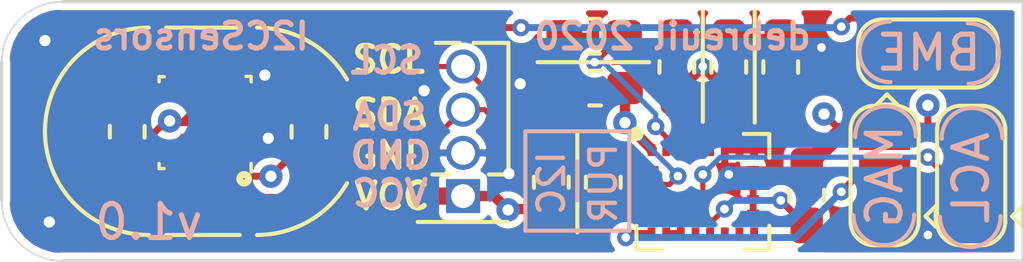
<source format=kicad_pcb>
(kicad_pcb (version 20171130) (host pcbnew "(5.1.5)-3")

  (general
    (thickness 1.6)
    (drawings 43)
    (tracks 155)
    (zones 0)
    (modules 16)
    (nets 16)
  )

  (page A4)
  (layers
    (0 F.Cu signal)
    (1 In1.Cu power)
    (2 In2.Cu power)
    (31 B.Cu signal)
    (33 F.Adhes user)
    (35 F.Paste user)
    (36 B.SilkS user)
    (37 F.SilkS user)
    (38 B.Mask user)
    (39 F.Mask user)
    (40 Dwgs.User user)
    (41 Cmts.User user)
    (42 Eco1.User user)
    (43 Eco2.User user)
    (44 Edge.Cuts user)
    (45 Margin user)
    (46 B.CrtYd user)
    (47 F.CrtYd user)
    (49 F.Fab user hide)
  )

  (setup
    (last_trace_width 0.1524)
    (user_trace_width 0.2032)
    (user_trace_width 0.3048)
    (user_trace_width 0.508)
    (trace_clearance 0.1524)
    (zone_clearance 0.2032)
    (zone_45_only no)
    (trace_min 0.1524)
    (via_size 0.6858)
    (via_drill 0.3302)
    (via_min_size 0.508)
    (via_min_drill 0.254)
    (user_via 0.508 0.254)
    (user_via 0.6858 0.3302)
    (uvia_size 0.6858)
    (uvia_drill 0.3302)
    (uvias_allowed no)
    (uvia_min_size 0)
    (uvia_min_drill 0)
    (edge_width 0.05)
    (segment_width 0.2)
    (pcb_text_width 0.3)
    (pcb_text_size 1.5 1.5)
    (mod_edge_width 0.12)
    (mod_text_size 0.762 0.762)
    (mod_text_width 0.127)
    (pad_size 1.524 1.524)
    (pad_drill 0.762)
    (pad_to_mask_clearance 0.0508)
    (solder_mask_min_width 0.2286)
    (aux_axis_origin 0 0)
    (grid_origin 116.332 89.408)
    (visible_elements 7FFFFFFF)
    (pcbplotparams
      (layerselection 0x010fc_ffffffff)
      (usegerberextensions false)
      (usegerberattributes false)
      (usegerberadvancedattributes false)
      (creategerberjobfile false)
      (excludeedgelayer true)
      (linewidth 0.100000)
      (plotframeref false)
      (viasonmask false)
      (mode 1)
      (useauxorigin false)
      (hpglpennumber 1)
      (hpglpenspeed 20)
      (hpglpendiameter 15.000000)
      (psnegative false)
      (psa4output false)
      (plotreference true)
      (plotvalue true)
      (plotinvisibletext false)
      (padsonsilk false)
      (subtractmaskfromsilk false)
      (outputformat 1)
      (mirror false)
      (drillshape 1)
      (scaleselection 1)
      (outputdirectory ""))
  )

  (net 0 "")
  (net 1 VCC)
  (net 2 GND)
  (net 3 "Net-(C3-Pad2)")
  (net 4 "Net-(C4-Pad2)")
  (net 5 SCL)
  (net 6 SDA)
  (net 7 "Net-(JP1-Pad2)")
  (net 8 "Net-(JP2-Pad2)")
  (net 9 "Net-(JP3-Pad2)")
  (net 10 I2C_SEL)
  (net 11 "Net-(U2-Pad9)")
  (net 12 "Net-(U2-Pad10)")
  (net 13 "Net-(U2-Pad11)")
  (net 14 "Net-(U2-Pad12)")
  (net 15 "Net-(U2-Pad13)")

  (net_class Default "This is the default net class."
    (clearance 0.1524)
    (trace_width 0.1524)
    (via_dia 0.6858)
    (via_drill 0.3302)
    (uvia_dia 0.6858)
    (uvia_drill 0.3302)
    (add_net GND)
    (add_net I2C_SEL)
    (add_net "Net-(C3-Pad2)")
    (add_net "Net-(C4-Pad2)")
    (add_net "Net-(JP1-Pad2)")
    (add_net "Net-(JP2-Pad2)")
    (add_net "Net-(JP3-Pad2)")
    (add_net "Net-(U2-Pad10)")
    (add_net "Net-(U2-Pad11)")
    (add_net "Net-(U2-Pad12)")
    (add_net "Net-(U2-Pad13)")
    (add_net "Net-(U2-Pad9)")
    (add_net SCL)
    (add_net SDA)
    (add_net VCC)
  )

  (module Connector_PinSocket_1.27mm:PinSocket_1x04_P1.27mm_Vertical (layer F.Cu) (tedit 5E90AB39) (tstamp 5E90F964)
    (at 112.3442 89.027 180)
    (descr "Through hole straight socket strip, 1x04, 1.27mm pitch, single row (from Kicad 4.0.7), script generated")
    (tags "Through hole socket strip THT 1x04 1.27mm single row")
    (path /5E8F7390)
    (fp_text reference J1 (at 0 -2.135 180) (layer F.Fab)
      (effects (font (size 1 1) (thickness 0.15)))
    )
    (fp_text value Conn_01x04_Male (at 0 5.945 180) (layer F.Fab)
      (effects (font (size 1 1) (thickness 0.15)))
    )
    (fp_line (start -1.27 -0.635) (end 0.635 -0.635) (layer F.Fab) (width 0.1))
    (fp_line (start 0.635 -0.635) (end 1.27 0) (layer F.Fab) (width 0.1))
    (fp_line (start 1.27 0) (end 1.27 4.445) (layer F.Fab) (width 0.1))
    (fp_line (start 1.27 4.445) (end -1.27 4.445) (layer F.Fab) (width 0.1))
    (fp_line (start -1.27 4.445) (end -1.27 -0.635) (layer F.Fab) (width 0.1))
    (fp_line (start -1.33 0.635) (end -0.76 0.635) (layer F.SilkS) (width 0.12))
    (fp_line (start 0.4 0.635) (end 0.9 0.635) (layer F.SilkS) (width 0.12))
    (fp_line (start -1.33 0.635) (end -1.33 4.505) (layer F.SilkS) (width 0.12))
    (fp_line (start -1.33 4.505) (end -0.30753 4.505) (layer F.SilkS) (width 0.12))
    (fp_line (start 0.1 4.505) (end 0.8 4.505) (layer F.SilkS) (width 0.12))
    (fp_line (start -1.3 -0.76) (end 1.33 -0.76) (layer F.SilkS) (width 0.12))
    (fp_line (start -1.8 -1.15) (end 1.75 -1.15) (layer F.CrtYd) (width 0.05))
    (fp_line (start 1.75 -1.15) (end 1.75 4.95) (layer F.CrtYd) (width 0.05))
    (fp_line (start 1.75 4.95) (end -1.8 4.95) (layer F.CrtYd) (width 0.05))
    (fp_line (start -1.8 4.95) (end -1.8 -1.15) (layer F.CrtYd) (width 0.05))
    (fp_text user %R (at 0 1.905 270) (layer F.Fab)
      (effects (font (size 1 1) (thickness 0.15)))
    )
    (pad 1 thru_hole rect (at 0 0 180) (size 1 1) (drill 0.7) (layers *.Cu *.Mask)
      (net 1 VCC))
    (pad 2 thru_hole oval (at 0 1.27 180) (size 1 1) (drill 0.7) (layers *.Cu *.Mask)
      (net 2 GND))
    (pad 3 thru_hole oval (at 0 2.54 180) (size 1 1) (drill 0.7) (layers *.Cu *.Mask)
      (net 6 SDA))
    (pad 4 thru_hole oval (at 0 3.81 180) (size 1 1) (drill 0.7) (layers *.Cu *.Mask)
      (net 5 SCL))
    (model ${KISYS3DMOD}/Connector_PinSocket_1.27mm.3dshapes/PinSocket_1x04_P1.27mm_Vertical.wrl
      (at (xyz 0 0 0))
      (scale (xyz 1 1 1))
      (rotate (xyz 0 0 0))
    )
  )

  (module Package_LGA:LGA-24L_3x3.5mm_P0.43mm (layer F.Cu) (tedit 5A02F217) (tstamp 5E8FC6F8)
    (at 119.38 88.9)
    (descr "LGA 24L 3x3.5mm Pitch 0.43mm")
    (tags "LGA 24L 3x3.5mm Pitch 0.43mm")
    (path /5E8F5E37)
    (attr smd)
    (fp_text reference U2 (at 0 -2.7) (layer F.Fab)
      (effects (font (size 1 1) (thickness 0.15)))
    )
    (fp_text value LSM9DS1 (at 0 2.8) (layer F.Fab)
      (effects (font (size 1 1) (thickness 0.15)))
    )
    (fp_text user %R (at 0 -2.7) (layer F.Fab)
      (effects (font (size 1 1) (thickness 0.15)))
    )
    (fp_circle (center -1.95 -1.7) (end -1.89 -1.7) (layer F.SilkS) (width 0.12))
    (fp_circle (center -1.3 -1) (end -1.3 -0.95) (layer F.Fab) (width 0.1))
    (fp_line (start -2.1 1.85) (end -2.1 -1.85) (layer F.CrtYd) (width 0.05))
    (fp_line (start 2.1 1.85) (end -2.1 1.85) (layer F.CrtYd) (width 0.05))
    (fp_line (start 2.1 -1.85) (end 2.1 1.85) (layer F.CrtYd) (width 0.05))
    (fp_line (start -2.1 -1.85) (end 2.1 -1.85) (layer F.CrtYd) (width 0.05))
    (fp_circle (center -1.95 -1.7) (end -1.8 -1.7) (layer F.SilkS) (width 0.12))
    (fp_line (start -1.95 1.7) (end -1.95 1) (layer F.SilkS) (width 0.12))
    (fp_line (start 1.95 1.7) (end 1.2 1.7) (layer F.SilkS) (width 0.12))
    (fp_line (start 1.95 -1.7) (end 1.95 -1) (layer F.SilkS) (width 0.12))
    (fp_line (start 1.2 -1.7) (end 1.95 -1.7) (layer F.SilkS) (width 0.12))
    (fp_circle (center -1.3 -1) (end -1.3 -0.85) (layer F.Fab) (width 0.1))
    (fp_line (start -1.75 1.5) (end -1.75 -1.5) (layer F.Fab) (width 0.1))
    (fp_line (start 1.75 1.5) (end -1.75 1.5) (layer F.Fab) (width 0.1))
    (fp_line (start 1.75 -1.5) (end 1.75 1.5) (layer F.Fab) (width 0.1))
    (fp_line (start -1.75 -1.5) (end 1.75 -1.5) (layer F.Fab) (width 0.1))
    (fp_line (start 1.95 1) (end 1.95 1.7) (layer F.SilkS) (width 0.12))
    (fp_line (start -1.2 1.7) (end -1.95 1.7) (layer F.SilkS) (width 0.12))
    (pad 1 smd rect (at -1.505 -1.225) (size 0.23 0.35) (layers F.Cu F.Paste F.Mask)
      (net 1 VCC))
    (pad 2 smd rect (at -1.475 -0.645) (size 0.35 0.23) (layers F.Cu F.Paste F.Mask)
      (net 5 SCL))
    (pad 17 smd rect (at 1.475 -0.645) (size 0.35 0.23) (layers F.Cu F.Paste F.Mask)
      (net 2 GND))
    (pad 3 smd rect (at -1.475 -0.215) (size 0.35 0.23) (layers F.Cu F.Paste F.Mask)
      (net 1 VCC))
    (pad 16 smd rect (at 1.475 -0.215) (size 0.35 0.23) (layers F.Cu F.Paste F.Mask)
      (net 2 GND))
    (pad 4 smd rect (at -1.475 0.215) (size 0.35 0.23) (layers F.Cu F.Paste F.Mask)
      (net 6 SDA))
    (pad 15 smd rect (at 1.475 0.215) (size 0.35 0.23) (layers F.Cu F.Paste F.Mask)
      (net 2 GND))
    (pad 5 smd rect (at -1.475 0.645) (size 0.35 0.23) (layers F.Cu F.Paste F.Mask)
      (net 8 "Net-(JP2-Pad2)"))
    (pad 14 smd rect (at 1.475 0.645) (size 0.35 0.23) (layers F.Cu F.Paste F.Mask)
      (net 2 GND))
    (pad 24 smd rect (at -1.075 -1.225) (size 0.23 0.35) (layers F.Cu F.Paste F.Mask)
      (net 4 "Net-(C4-Pad2)"))
    (pad 23 smd rect (at -0.645 -1.225) (size 0.23 0.35) (layers F.Cu F.Paste F.Mask)
      (net 1 VCC))
    (pad 22 smd rect (at -0.215 -1.225) (size 0.23 0.35) (layers F.Cu F.Paste F.Mask)
      (net 1 VCC))
    (pad 21 smd rect (at 0.215 -1.225) (size 0.23 0.35) (layers F.Cu F.Paste F.Mask)
      (net 3 "Net-(C3-Pad2)"))
    (pad 20 smd rect (at 0.645 -1.225) (size 0.23 0.35) (layers F.Cu F.Paste F.Mask)
      (net 2 GND))
    (pad 19 smd rect (at 1.075 -1.225) (size 0.23 0.35) (layers F.Cu F.Paste F.Mask)
      (net 2 GND))
    (pad 18 smd rect (at 1.505 -1.225) (size 0.23 0.35) (layers F.Cu F.Paste F.Mask)
      (net 2 GND))
    (pad 6 smd rect (at -1.505 1.225) (size 0.23 0.35) (layers F.Cu F.Paste F.Mask)
      (net 9 "Net-(JP3-Pad2)"))
    (pad 7 smd rect (at -1.075 1.225) (size 0.23 0.35) (layers F.Cu F.Paste F.Mask)
      (net 10 I2C_SEL))
    (pad 8 smd rect (at -0.645 1.225) (size 0.23 0.35) (layers F.Cu F.Paste F.Mask)
      (net 10 I2C_SEL))
    (pad 9 smd rect (at -0.215 1.225) (size 0.23 0.35) (layers F.Cu F.Paste F.Mask)
      (net 11 "Net-(U2-Pad9)"))
    (pad 10 smd rect (at 0.215 1.225) (size 0.23 0.35) (layers F.Cu F.Paste F.Mask)
      (net 12 "Net-(U2-Pad10)"))
    (pad 11 smd rect (at 0.645 1.225) (size 0.23 0.35) (layers F.Cu F.Paste F.Mask)
      (net 13 "Net-(U2-Pad11)"))
    (pad 12 smd rect (at 1.075 1.225) (size 0.23 0.35) (layers F.Cu F.Paste F.Mask)
      (net 14 "Net-(U2-Pad12)"))
    (pad 13 smd rect (at 1.505 1.225) (size 0.23 0.35) (layers F.Cu F.Paste F.Mask)
      (net 15 "Net-(U2-Pad13)"))
    (model ${KISYS3DMOD}/Package_LGA.3dshapes/LGA-24L_3x3.5mm_P0.43mm.wrl
      (at (xyz 0 0 0))
      (scale (xyz 1 1 1))
      (rotate (xyz 0 0 0))
    )
  )

  (module Capacitor_SMD:C_0603_1608Metric_Pad1.05x0.95mm_HandSolder (layer F.Cu) (tedit 5B301BBE) (tstamp 5E8FD986)
    (at 107.823 87.136 90)
    (descr "Capacitor SMD 0603 (1608 Metric), square (rectangular) end terminal, IPC_7351 nominal with elongated pad for handsoldering. (Body size source: http://www.tortai-tech.com/upload/download/2011102023233369053.pdf), generated with kicad-footprint-generator")
    (tags "capacitor handsolder")
    (path /5E900909)
    (attr smd)
    (fp_text reference C1 (at 0 -1.43 90) (layer F.Fab)
      (effects (font (size 1 1) (thickness 0.15)))
    )
    (fp_text value 100nF (at 0 1.43 90) (layer F.Fab)
      (effects (font (size 1 1) (thickness 0.15)))
    )
    (fp_line (start -0.8 0.4) (end -0.8 -0.4) (layer F.Fab) (width 0.1))
    (fp_line (start -0.8 -0.4) (end 0.8 -0.4) (layer F.Fab) (width 0.1))
    (fp_line (start 0.8 -0.4) (end 0.8 0.4) (layer F.Fab) (width 0.1))
    (fp_line (start 0.8 0.4) (end -0.8 0.4) (layer F.Fab) (width 0.1))
    (fp_line (start -0.171267 -0.51) (end 0.171267 -0.51) (layer F.SilkS) (width 0.12))
    (fp_line (start -0.171267 0.51) (end 0.171267 0.51) (layer F.SilkS) (width 0.12))
    (fp_line (start -1.65 0.73) (end -1.65 -0.73) (layer F.CrtYd) (width 0.05))
    (fp_line (start -1.65 -0.73) (end 1.65 -0.73) (layer F.CrtYd) (width 0.05))
    (fp_line (start 1.65 -0.73) (end 1.65 0.73) (layer F.CrtYd) (width 0.05))
    (fp_line (start 1.65 0.73) (end -1.65 0.73) (layer F.CrtYd) (width 0.05))
    (fp_text user %R (at 0 0 90) (layer F.Fab)
      (effects (font (size 0.4 0.4) (thickness 0.06)))
    )
    (pad 1 smd roundrect (at -0.875 0 90) (size 1.05 0.95) (layers F.Cu F.Paste F.Mask) (roundrect_rratio 0.25)
      (net 1 VCC))
    (pad 2 smd roundrect (at 0.875 0 90) (size 1.05 0.95) (layers F.Cu F.Paste F.Mask) (roundrect_rratio 0.25)
      (net 2 GND))
    (model ${KISYS3DMOD}/Capacitor_SMD.3dshapes/C_0603_1608Metric.wrl
      (at (xyz 0 0 0))
      (scale (xyz 1 1 1))
      (rotate (xyz 0 0 0))
    )
  )

  (module Capacitor_SMD:C_0603_1608Metric_Pad1.05x0.95mm_HandSolder (layer F.Cu) (tedit 5B301BBE) (tstamp 5E8FC5C5)
    (at 102.489 87.136 90)
    (descr "Capacitor SMD 0603 (1608 Metric), square (rectangular) end terminal, IPC_7351 nominal with elongated pad for handsoldering. (Body size source: http://www.tortai-tech.com/upload/download/2011102023233369053.pdf), generated with kicad-footprint-generator")
    (tags "capacitor handsolder")
    (path /5E90111D)
    (attr smd)
    (fp_text reference C2 (at 0 -1.43 90) (layer F.Fab)
      (effects (font (size 1 1) (thickness 0.15)))
    )
    (fp_text value 100nF (at 0 1.43 90) (layer F.Fab)
      (effects (font (size 1 1) (thickness 0.15)))
    )
    (fp_line (start -0.8 0.4) (end -0.8 -0.4) (layer F.Fab) (width 0.1))
    (fp_line (start -0.8 -0.4) (end 0.8 -0.4) (layer F.Fab) (width 0.1))
    (fp_line (start 0.8 -0.4) (end 0.8 0.4) (layer F.Fab) (width 0.1))
    (fp_line (start 0.8 0.4) (end -0.8 0.4) (layer F.Fab) (width 0.1))
    (fp_line (start -0.171267 -0.51) (end 0.171267 -0.51) (layer F.SilkS) (width 0.12))
    (fp_line (start -0.171267 0.51) (end 0.171267 0.51) (layer F.SilkS) (width 0.12))
    (fp_line (start -1.65 0.73) (end -1.65 -0.73) (layer F.CrtYd) (width 0.05))
    (fp_line (start -1.65 -0.73) (end 1.65 -0.73) (layer F.CrtYd) (width 0.05))
    (fp_line (start 1.65 -0.73) (end 1.65 0.73) (layer F.CrtYd) (width 0.05))
    (fp_line (start 1.65 0.73) (end -1.65 0.73) (layer F.CrtYd) (width 0.05))
    (fp_text user %R (at 0 0 90) (layer F.Fab)
      (effects (font (size 0.4 0.4) (thickness 0.06)))
    )
    (pad 1 smd roundrect (at -0.875 0 90) (size 1.05 0.95) (layers F.Cu F.Paste F.Mask) (roundrect_rratio 0.25)
      (net 1 VCC))
    (pad 2 smd roundrect (at 0.875 0 90) (size 1.05 0.95) (layers F.Cu F.Paste F.Mask) (roundrect_rratio 0.25)
      (net 2 GND))
    (model ${KISYS3DMOD}/Capacitor_SMD.3dshapes/C_0603_1608Metric.wrl
      (at (xyz 0 0 0))
      (scale (xyz 1 1 1))
      (rotate (xyz 0 0 0))
    )
  )

  (module Capacitor_SMD:C_0603_1608Metric_Pad1.05x0.95mm_HandSolder (layer F.Cu) (tedit 5B301BBE) (tstamp 5E8FC5D6)
    (at 121.666 85.231 270)
    (descr "Capacitor SMD 0603 (1608 Metric), square (rectangular) end terminal, IPC_7351 nominal with elongated pad for handsoldering. (Body size source: http://www.tortai-tech.com/upload/download/2011102023233369053.pdf), generated with kicad-footprint-generator")
    (tags "capacitor handsolder")
    (path /5E92074A)
    (attr smd)
    (fp_text reference C3 (at 0 -1.43 90) (layer F.Fab)
      (effects (font (size 1 1) (thickness 0.15)))
    )
    (fp_text value 10nF (at 0 1.43 90) (layer F.Fab)
      (effects (font (size 1 1) (thickness 0.15)))
    )
    (fp_text user %R (at 0 0 90) (layer F.Fab)
      (effects (font (size 0.4 0.4) (thickness 0.06)))
    )
    (fp_line (start 1.65 0.73) (end -1.65 0.73) (layer F.CrtYd) (width 0.05))
    (fp_line (start 1.65 -0.73) (end 1.65 0.73) (layer F.CrtYd) (width 0.05))
    (fp_line (start -1.65 -0.73) (end 1.65 -0.73) (layer F.CrtYd) (width 0.05))
    (fp_line (start -1.65 0.73) (end -1.65 -0.73) (layer F.CrtYd) (width 0.05))
    (fp_line (start -0.171267 0.51) (end 0.171267 0.51) (layer F.SilkS) (width 0.12))
    (fp_line (start -0.171267 -0.51) (end 0.171267 -0.51) (layer F.SilkS) (width 0.12))
    (fp_line (start 0.8 0.4) (end -0.8 0.4) (layer F.Fab) (width 0.1))
    (fp_line (start 0.8 -0.4) (end 0.8 0.4) (layer F.Fab) (width 0.1))
    (fp_line (start -0.8 -0.4) (end 0.8 -0.4) (layer F.Fab) (width 0.1))
    (fp_line (start -0.8 0.4) (end -0.8 -0.4) (layer F.Fab) (width 0.1))
    (pad 2 smd roundrect (at 0.875 0 270) (size 1.05 0.95) (layers F.Cu F.Paste F.Mask) (roundrect_rratio 0.25)
      (net 3 "Net-(C3-Pad2)"))
    (pad 1 smd roundrect (at -0.875 0 270) (size 1.05 0.95) (layers F.Cu F.Paste F.Mask) (roundrect_rratio 0.25)
      (net 2 GND))
    (model ${KISYS3DMOD}/Capacitor_SMD.3dshapes/C_0603_1608Metric.wrl
      (at (xyz 0 0 0))
      (scale (xyz 1 1 1))
      (rotate (xyz 0 0 0))
    )
  )

  (module Capacitor_SMD:C_0603_1608Metric_Pad1.05x0.95mm_HandSolder (layer F.Cu) (tedit 5B301BBE) (tstamp 5E8FC5E7)
    (at 116.191 84.328)
    (descr "Capacitor SMD 0603 (1608 Metric), square (rectangular) end terminal, IPC_7351 nominal with elongated pad for handsoldering. (Body size source: http://www.tortai-tech.com/upload/download/2011102023233369053.pdf), generated with kicad-footprint-generator")
    (tags "capacitor handsolder")
    (path /5E925517)
    (attr smd)
    (fp_text reference C4 (at 0 -1.43) (layer F.Fab)
      (effects (font (size 1 1) (thickness 0.15)))
    )
    (fp_text value 100nF (at 0 1.43) (layer F.Fab)
      (effects (font (size 1 1) (thickness 0.15)))
    )
    (fp_line (start -0.8 0.4) (end -0.8 -0.4) (layer F.Fab) (width 0.1))
    (fp_line (start -0.8 -0.4) (end 0.8 -0.4) (layer F.Fab) (width 0.1))
    (fp_line (start 0.8 -0.4) (end 0.8 0.4) (layer F.Fab) (width 0.1))
    (fp_line (start 0.8 0.4) (end -0.8 0.4) (layer F.Fab) (width 0.1))
    (fp_line (start -0.171267 -0.51) (end 0.171267 -0.51) (layer F.SilkS) (width 0.12))
    (fp_line (start -0.171267 0.51) (end 0.171267 0.51) (layer F.SilkS) (width 0.12))
    (fp_line (start -1.65 0.73) (end -1.65 -0.73) (layer F.CrtYd) (width 0.05))
    (fp_line (start -1.65 -0.73) (end 1.65 -0.73) (layer F.CrtYd) (width 0.05))
    (fp_line (start 1.65 -0.73) (end 1.65 0.73) (layer F.CrtYd) (width 0.05))
    (fp_line (start 1.65 0.73) (end -1.65 0.73) (layer F.CrtYd) (width 0.05))
    (fp_text user %R (at 0 0) (layer F.Fab)
      (effects (font (size 0.4 0.4) (thickness 0.06)))
    )
    (pad 1 smd roundrect (at -0.875 0) (size 1.05 0.95) (layers F.Cu F.Paste F.Mask) (roundrect_rratio 0.25)
      (net 2 GND))
    (pad 2 smd roundrect (at 0.875 0) (size 1.05 0.95) (layers F.Cu F.Paste F.Mask) (roundrect_rratio 0.25)
      (net 4 "Net-(C4-Pad2)"))
    (model ${KISYS3DMOD}/Capacitor_SMD.3dshapes/C_0603_1608Metric.wrl
      (at (xyz 0 0 0))
      (scale (xyz 1 1 1))
      (rotate (xyz 0 0 0))
    )
  )

  (module Capacitor_SMD:C_0603_1608Metric_Pad1.05x0.95mm_HandSolder (layer F.Cu) (tedit 5B301BBE) (tstamp 5E8FC5F8)
    (at 116.219 85.852 180)
    (descr "Capacitor SMD 0603 (1608 Metric), square (rectangular) end terminal, IPC_7351 nominal with elongated pad for handsoldering. (Body size source: http://www.tortai-tech.com/upload/download/2011102023233369053.pdf), generated with kicad-footprint-generator")
    (tags "capacitor handsolder")
    (path /5E917A13)
    (attr smd)
    (fp_text reference C5 (at 0 -1.43) (layer F.Fab)
      (effects (font (size 1 1) (thickness 0.15)))
    )
    (fp_text value 100nF (at 0 1.43) (layer F.Fab)
      (effects (font (size 1 1) (thickness 0.15)))
    )
    (fp_line (start -0.8 0.4) (end -0.8 -0.4) (layer F.Fab) (width 0.1))
    (fp_line (start -0.8 -0.4) (end 0.8 -0.4) (layer F.Fab) (width 0.1))
    (fp_line (start 0.8 -0.4) (end 0.8 0.4) (layer F.Fab) (width 0.1))
    (fp_line (start 0.8 0.4) (end -0.8 0.4) (layer F.Fab) (width 0.1))
    (fp_line (start -0.171267 -0.51) (end 0.171267 -0.51) (layer F.SilkS) (width 0.12))
    (fp_line (start -0.171267 0.51) (end 0.171267 0.51) (layer F.SilkS) (width 0.12))
    (fp_line (start -1.65 0.73) (end -1.65 -0.73) (layer F.CrtYd) (width 0.05))
    (fp_line (start -1.65 -0.73) (end 1.65 -0.73) (layer F.CrtYd) (width 0.05))
    (fp_line (start 1.65 -0.73) (end 1.65 0.73) (layer F.CrtYd) (width 0.05))
    (fp_line (start 1.65 0.73) (end -1.65 0.73) (layer F.CrtYd) (width 0.05))
    (fp_text user %R (at 0 0) (layer F.Fab)
      (effects (font (size 0.4 0.4) (thickness 0.06)))
    )
    (pad 1 smd roundrect (at -0.875 0 180) (size 1.05 0.95) (layers F.Cu F.Paste F.Mask) (roundrect_rratio 0.25)
      (net 1 VCC))
    (pad 2 smd roundrect (at 0.875 0 180) (size 1.05 0.95) (layers F.Cu F.Paste F.Mask) (roundrect_rratio 0.25)
      (net 2 GND))
    (model ${KISYS3DMOD}/Capacitor_SMD.3dshapes/C_0603_1608Metric.wrl
      (at (xyz 0 0 0))
      (scale (xyz 1 1 1))
      (rotate (xyz 0 0 0))
    )
  )

  (module Capacitor_SMD:C_0603_1608Metric_Pad1.05x0.95mm_HandSolder (layer F.Cu) (tedit 5B301BBE) (tstamp 5E8FC609)
    (at 118.618 85.231 90)
    (descr "Capacitor SMD 0603 (1608 Metric), square (rectangular) end terminal, IPC_7351 nominal with elongated pad for handsoldering. (Body size source: http://www.tortai-tech.com/upload/download/2011102023233369053.pdf), generated with kicad-footprint-generator")
    (tags "capacitor handsolder")
    (path /5E90FC2A)
    (attr smd)
    (fp_text reference C6 (at 0 -1.43 90) (layer F.Fab)
      (effects (font (size 1 1) (thickness 0.15)))
    )
    (fp_text value 10uF (at 0 1.43 90) (layer F.Fab)
      (effects (font (size 1 1) (thickness 0.15)))
    )
    (fp_text user %R (at 0 0 90) (layer F.Fab)
      (effects (font (size 0.4 0.4) (thickness 0.06)))
    )
    (fp_line (start 1.65 0.73) (end -1.65 0.73) (layer F.CrtYd) (width 0.05))
    (fp_line (start 1.65 -0.73) (end 1.65 0.73) (layer F.CrtYd) (width 0.05))
    (fp_line (start -1.65 -0.73) (end 1.65 -0.73) (layer F.CrtYd) (width 0.05))
    (fp_line (start -1.65 0.73) (end -1.65 -0.73) (layer F.CrtYd) (width 0.05))
    (fp_line (start -0.171267 0.51) (end 0.171267 0.51) (layer F.SilkS) (width 0.12))
    (fp_line (start -0.171267 -0.51) (end 0.171267 -0.51) (layer F.SilkS) (width 0.12))
    (fp_line (start 0.8 0.4) (end -0.8 0.4) (layer F.Fab) (width 0.1))
    (fp_line (start 0.8 -0.4) (end 0.8 0.4) (layer F.Fab) (width 0.1))
    (fp_line (start -0.8 -0.4) (end 0.8 -0.4) (layer F.Fab) (width 0.1))
    (fp_line (start -0.8 0.4) (end -0.8 -0.4) (layer F.Fab) (width 0.1))
    (pad 2 smd roundrect (at 0.875 0 90) (size 1.05 0.95) (layers F.Cu F.Paste F.Mask) (roundrect_rratio 0.25)
      (net 2 GND))
    (pad 1 smd roundrect (at -0.875 0 90) (size 1.05 0.95) (layers F.Cu F.Paste F.Mask) (roundrect_rratio 0.25)
      (net 1 VCC))
    (model ${KISYS3DMOD}/Capacitor_SMD.3dshapes/C_0603_1608Metric.wrl
      (at (xyz 0 0 0))
      (scale (xyz 1 1 1))
      (rotate (xyz 0 0 0))
    )
  )

  (module Capacitor_SMD:C_0603_1608Metric_Pad1.05x0.95mm_HandSolder (layer F.Cu) (tedit 5B301BBE) (tstamp 5E8FC61A)
    (at 120.142 85.231 90)
    (descr "Capacitor SMD 0603 (1608 Metric), square (rectangular) end terminal, IPC_7351 nominal with elongated pad for handsoldering. (Body size source: http://www.tortai-tech.com/upload/download/2011102023233369053.pdf), generated with kicad-footprint-generator")
    (tags "capacitor handsolder")
    (path /5E90F665)
    (attr smd)
    (fp_text reference C7 (at 0 -1.43 90) (layer F.Fab)
      (effects (font (size 1 1) (thickness 0.15)))
    )
    (fp_text value 100nF (at 0 1.43 90) (layer F.Fab)
      (effects (font (size 1 1) (thickness 0.15)))
    )
    (fp_line (start -0.8 0.4) (end -0.8 -0.4) (layer F.Fab) (width 0.1))
    (fp_line (start -0.8 -0.4) (end 0.8 -0.4) (layer F.Fab) (width 0.1))
    (fp_line (start 0.8 -0.4) (end 0.8 0.4) (layer F.Fab) (width 0.1))
    (fp_line (start 0.8 0.4) (end -0.8 0.4) (layer F.Fab) (width 0.1))
    (fp_line (start -0.171267 -0.51) (end 0.171267 -0.51) (layer F.SilkS) (width 0.12))
    (fp_line (start -0.171267 0.51) (end 0.171267 0.51) (layer F.SilkS) (width 0.12))
    (fp_line (start -1.65 0.73) (end -1.65 -0.73) (layer F.CrtYd) (width 0.05))
    (fp_line (start -1.65 -0.73) (end 1.65 -0.73) (layer F.CrtYd) (width 0.05))
    (fp_line (start 1.65 -0.73) (end 1.65 0.73) (layer F.CrtYd) (width 0.05))
    (fp_line (start 1.65 0.73) (end -1.65 0.73) (layer F.CrtYd) (width 0.05))
    (fp_text user %R (at 0 0 90) (layer F.Fab)
      (effects (font (size 0.4 0.4) (thickness 0.06)))
    )
    (pad 1 smd roundrect (at -0.875 0 90) (size 1.05 0.95) (layers F.Cu F.Paste F.Mask) (roundrect_rratio 0.25)
      (net 1 VCC))
    (pad 2 smd roundrect (at 0.875 0 90) (size 1.05 0.95) (layers F.Cu F.Paste F.Mask) (roundrect_rratio 0.25)
      (net 2 GND))
    (model ${KISYS3DMOD}/Capacitor_SMD.3dshapes/C_0603_1608Metric.wrl
      (at (xyz 0 0 0))
      (scale (xyz 1 1 1))
      (rotate (xyz 0 0 0))
    )
  )

  (module Jumper:SolderJumper-3_P1.3mm_Bridged12_RoundedPad1.0x1.5mm (layer F.Cu) (tedit 5C745321) (tstamp 5E8FC64B)
    (at 125.984 84.836)
    (descr "SMD Solder 3-pad Jumper, 1x1.5mm rounded Pads, 0.3mm gap, pads 1-2 bridged with 1 copper strip")
    (tags "solder jumper open")
    (path /5E9863E1)
    (attr virtual)
    (fp_text reference JP1 (at 0 -1.8) (layer F.Fab)
      (effects (font (size 1 1) (thickness 0.15)))
    )
    (fp_text value SolderJumper_3_Bridged12 (at 0 1.9) (layer F.Fab)
      (effects (font (size 1 1) (thickness 0.15)))
    )
    (fp_line (start -1.2 1.2) (end -0.9 1.5) (layer F.SilkS) (width 0.12))
    (fp_line (start -1.5 1.5) (end -0.9 1.5) (layer F.SilkS) (width 0.12))
    (fp_line (start -1.2 1.2) (end -1.5 1.5) (layer F.SilkS) (width 0.12))
    (fp_line (start -2.05 0.3) (end -2.05 -0.3) (layer F.SilkS) (width 0.12))
    (fp_line (start 1.4 1) (end -1.4 1) (layer F.SilkS) (width 0.12))
    (fp_line (start 2.05 -0.3) (end 2.05 0.3) (layer F.SilkS) (width 0.12))
    (fp_line (start -1.4 -1) (end 1.4 -1) (layer F.SilkS) (width 0.12))
    (fp_line (start -2.3 -1.25) (end 2.3 -1.25) (layer F.CrtYd) (width 0.05))
    (fp_line (start -2.3 -1.25) (end -2.3 1.25) (layer F.CrtYd) (width 0.05))
    (fp_line (start 2.3 1.25) (end 2.3 -1.25) (layer F.CrtYd) (width 0.05))
    (fp_line (start 2.3 1.25) (end -2.3 1.25) (layer F.CrtYd) (width 0.05))
    (fp_arc (start 1.35 -0.3) (end 2.05 -0.3) (angle -90) (layer F.SilkS) (width 0.12))
    (fp_arc (start 1.35 0.3) (end 1.35 1) (angle -90) (layer F.SilkS) (width 0.12))
    (fp_arc (start -1.35 0.3) (end -2.05 0.3) (angle -90) (layer F.SilkS) (width 0.12))
    (fp_arc (start -1.35 -0.3) (end -1.35 -1) (angle -90) (layer F.SilkS) (width 0.12))
    (fp_poly (pts (xy -0.9 -0.3) (xy -0.4 -0.3) (xy -0.4 0.3) (xy -0.9 0.3)) (layer F.Cu) (width 0))
    (pad 3 smd custom (at 1.3 0) (size 1 0.5) (layers F.Cu F.Mask)
      (net 1 VCC) (zone_connect 2)
      (options (clearance outline) (anchor rect))
      (primitives
        (gr_circle (center 0 0.25) (end 0.5 0.25) (width 0))
        (gr_circle (center 0 -0.25) (end 0.5 -0.25) (width 0))
        (gr_poly (pts
           (xy -0.55 -0.75) (xy 0 -0.75) (xy 0 0.75) (xy -0.55 0.75)) (width 0))
      ))
    (pad 2 smd rect (at 0 0) (size 1 1.5) (layers F.Cu F.Mask)
      (net 7 "Net-(JP1-Pad2)"))
    (pad 1 smd custom (at -1.3 0) (size 1 0.5) (layers F.Cu F.Mask)
      (net 2 GND) (zone_connect 2)
      (options (clearance outline) (anchor rect))
      (primitives
        (gr_circle (center 0 0.25) (end 0.5 0.25) (width 0))
        (gr_circle (center 0 -0.25) (end 0.5 -0.25) (width 0))
        (gr_poly (pts
           (xy 0.55 -0.75) (xy 0 -0.75) (xy 0 0.75) (xy 0.55 0.75)) (width 0))
      ))
  )

  (module Jumper:SolderJumper-3_P1.3mm_Bridged12_RoundedPad1.0x1.5mm (layer F.Cu) (tedit 5C745321) (tstamp 5E8FD7AD)
    (at 127.254 88.422 90)
    (descr "SMD Solder 3-pad Jumper, 1x1.5mm rounded Pads, 0.3mm gap, pads 1-2 bridged with 1 copper strip")
    (tags "solder jumper open")
    (path /5E98DB59)
    (attr virtual)
    (fp_text reference JP2 (at 0 -1.8 90) (layer F.Fab)
      (effects (font (size 1 1) (thickness 0.15)))
    )
    (fp_text value SolderJumper_3_Bridged12 (at 0 1.9 90) (layer F.Fab)
      (effects (font (size 1 1) (thickness 0.15)))
    )
    (fp_poly (pts (xy -0.9 -0.3) (xy -0.4 -0.3) (xy -0.4 0.3) (xy -0.9 0.3)) (layer F.Cu) (width 0))
    (fp_arc (start -1.35 -0.3) (end -1.35 -1) (angle -90) (layer F.SilkS) (width 0.12))
    (fp_arc (start -1.35 0.3) (end -2.05 0.3) (angle -90) (layer F.SilkS) (width 0.12))
    (fp_arc (start 1.35 0.3) (end 1.35 1) (angle -90) (layer F.SilkS) (width 0.12))
    (fp_arc (start 1.35 -0.3) (end 2.05 -0.3) (angle -90) (layer F.SilkS) (width 0.12))
    (fp_line (start 2.3 1.25) (end -2.3 1.25) (layer F.CrtYd) (width 0.05))
    (fp_line (start 2.3 1.25) (end 2.3 -1.25) (layer F.CrtYd) (width 0.05))
    (fp_line (start -2.3 -1.25) (end -2.3 1.25) (layer F.CrtYd) (width 0.05))
    (fp_line (start -2.3 -1.25) (end 2.3 -1.25) (layer F.CrtYd) (width 0.05))
    (fp_line (start -1.4 -1) (end 1.4 -1) (layer F.SilkS) (width 0.12))
    (fp_line (start 2.05 -0.3) (end 2.05 0.3) (layer F.SilkS) (width 0.12))
    (fp_line (start 1.4 1) (end -1.4 1) (layer F.SilkS) (width 0.12))
    (fp_line (start -2.05 0.3) (end -2.05 -0.3) (layer F.SilkS) (width 0.12))
    (fp_line (start -1.2 1.2) (end -1.5 1.5) (layer F.SilkS) (width 0.12))
    (fp_line (start -1.5 1.5) (end -0.9 1.5) (layer F.SilkS) (width 0.12))
    (fp_line (start -1.2 1.2) (end -0.9 1.5) (layer F.SilkS) (width 0.12))
    (pad 1 smd custom (at -1.3 0 90) (size 1 0.5) (layers F.Cu F.Mask)
      (net 2 GND) (zone_connect 2)
      (options (clearance outline) (anchor rect))
      (primitives
        (gr_circle (center 0 0.25) (end 0.5 0.25) (width 0))
        (gr_circle (center 0 -0.25) (end 0.5 -0.25) (width 0))
        (gr_poly (pts
           (xy 0.55 -0.75) (xy 0 -0.75) (xy 0 0.75) (xy 0.55 0.75)) (width 0))
      ))
    (pad 2 smd rect (at 0 0 90) (size 1 1.5) (layers F.Cu F.Mask)
      (net 8 "Net-(JP2-Pad2)"))
    (pad 3 smd custom (at 1.3 0 90) (size 1 0.5) (layers F.Cu F.Mask)
      (net 1 VCC) (zone_connect 2)
      (options (clearance outline) (anchor rect))
      (primitives
        (gr_circle (center 0 0.25) (end 0.5 0.25) (width 0))
        (gr_circle (center 0 -0.25) (end 0.5 -0.25) (width 0))
        (gr_poly (pts
           (xy -0.55 -0.75) (xy 0 -0.75) (xy 0 0.75) (xy -0.55 0.75)) (width 0))
      ))
  )

  (module Jumper:SolderJumper-3_P1.3mm_Bridged12_RoundedPad1.0x1.5mm (layer F.Cu) (tedit 5C745321) (tstamp 5E8FC679)
    (at 124.714 88.422 90)
    (descr "SMD Solder 3-pad Jumper, 1x1.5mm rounded Pads, 0.3mm gap, pads 1-2 bridged with 1 copper strip")
    (tags "solder jumper open")
    (path /5E990FC6)
    (attr virtual)
    (fp_text reference JP3 (at 0 -1.8 90) (layer F.Fab)
      (effects (font (size 1 1) (thickness 0.15)))
    )
    (fp_text value SolderJumper_3_Bridged12 (at 0 1.9 90) (layer F.Fab)
      (effects (font (size 1 1) (thickness 0.15)))
    )
    (fp_line (start -1.2 1.2) (end -0.9 1.5) (layer F.SilkS) (width 0.12))
    (fp_line (start -1.5 1.5) (end -0.9 1.5) (layer F.SilkS) (width 0.12))
    (fp_line (start -1.2 1.2) (end -1.5 1.5) (layer F.SilkS) (width 0.12))
    (fp_line (start -2.05 0.3) (end -2.05 -0.3) (layer F.SilkS) (width 0.12))
    (fp_line (start 1.4 1) (end -1.4 1) (layer F.SilkS) (width 0.12))
    (fp_line (start 2.05 -0.3) (end 2.05 0.3) (layer F.SilkS) (width 0.12))
    (fp_line (start -1.4 -1) (end 1.4 -1) (layer F.SilkS) (width 0.12))
    (fp_line (start -2.3 -1.25) (end 2.3 -1.25) (layer F.CrtYd) (width 0.05))
    (fp_line (start -2.3 -1.25) (end -2.3 1.25) (layer F.CrtYd) (width 0.05))
    (fp_line (start 2.3 1.25) (end 2.3 -1.25) (layer F.CrtYd) (width 0.05))
    (fp_line (start 2.3 1.25) (end -2.3 1.25) (layer F.CrtYd) (width 0.05))
    (fp_arc (start 1.35 -0.3) (end 2.05 -0.3) (angle -90) (layer F.SilkS) (width 0.12))
    (fp_arc (start 1.35 0.3) (end 1.35 1) (angle -90) (layer F.SilkS) (width 0.12))
    (fp_arc (start -1.35 0.3) (end -2.05 0.3) (angle -90) (layer F.SilkS) (width 0.12))
    (fp_arc (start -1.35 -0.3) (end -1.35 -1) (angle -90) (layer F.SilkS) (width 0.12))
    (fp_poly (pts (xy -0.9 -0.3) (xy -0.4 -0.3) (xy -0.4 0.3) (xy -0.9 0.3)) (layer F.Cu) (width 0))
    (pad 3 smd custom (at 1.3 0 90) (size 1 0.5) (layers F.Cu F.Mask)
      (net 1 VCC) (zone_connect 2)
      (options (clearance outline) (anchor rect))
      (primitives
        (gr_circle (center 0 0.25) (end 0.5 0.25) (width 0))
        (gr_circle (center 0 -0.25) (end 0.5 -0.25) (width 0))
        (gr_poly (pts
           (xy -0.55 -0.75) (xy 0 -0.75) (xy 0 0.75) (xy -0.55 0.75)) (width 0))
      ))
    (pad 2 smd rect (at 0 0 90) (size 1 1.5) (layers F.Cu F.Mask)
      (net 9 "Net-(JP3-Pad2)"))
    (pad 1 smd custom (at -1.3 0 90) (size 1 0.5) (layers F.Cu F.Mask)
      (net 2 GND) (zone_connect 2)
      (options (clearance outline) (anchor rect))
      (primitives
        (gr_circle (center 0 0.25) (end 0.5 0.25) (width 0))
        (gr_circle (center 0 -0.25) (end 0.5 -0.25) (width 0))
        (gr_poly (pts
           (xy 0.55 -0.75) (xy 0 -0.75) (xy 0 0.75) (xy 0.55 0.75)) (width 0))
      ))
  )

  (module Resistor_SMD:R_0603_1608Metric (layer F.Cu) (tedit 5B301BBD) (tstamp 5E8FC68A)
    (at 116.459 88.6205 270)
    (descr "Resistor SMD 0603 (1608 Metric), square (rectangular) end terminal, IPC_7351 nominal, (Body size source: http://www.tortai-tech.com/upload/download/2011102023233369053.pdf), generated with kicad-footprint-generator")
    (tags resistor)
    (path /5E8F96A3)
    (attr smd)
    (fp_text reference R1 (at 0 -1.43 90) (layer F.Fab)
      (effects (font (size 1 1) (thickness 0.15)))
    )
    (fp_text value DNM (at 0 1.43 90) (layer F.Fab)
      (effects (font (size 1 1) (thickness 0.15)))
    )
    (fp_line (start -0.8 0.4) (end -0.8 -0.4) (layer F.Fab) (width 0.1))
    (fp_line (start -0.8 -0.4) (end 0.8 -0.4) (layer F.Fab) (width 0.1))
    (fp_line (start 0.8 -0.4) (end 0.8 0.4) (layer F.Fab) (width 0.1))
    (fp_line (start 0.8 0.4) (end -0.8 0.4) (layer F.Fab) (width 0.1))
    (fp_line (start -0.162779 -0.51) (end 0.162779 -0.51) (layer F.SilkS) (width 0.12))
    (fp_line (start -0.162779 0.51) (end 0.162779 0.51) (layer F.SilkS) (width 0.12))
    (fp_line (start -1.48 0.73) (end -1.48 -0.73) (layer F.CrtYd) (width 0.05))
    (fp_line (start -1.48 -0.73) (end 1.48 -0.73) (layer F.CrtYd) (width 0.05))
    (fp_line (start 1.48 -0.73) (end 1.48 0.73) (layer F.CrtYd) (width 0.05))
    (fp_line (start 1.48 0.73) (end -1.48 0.73) (layer F.CrtYd) (width 0.05))
    (fp_text user %R (at 0 0 90) (layer F.Fab)
      (effects (font (size 0.4 0.4) (thickness 0.06)))
    )
    (pad 1 smd roundrect (at -0.7875 0 270) (size 0.875 0.95) (layers F.Cu F.Paste F.Mask) (roundrect_rratio 0.25)
      (net 5 SCL))
    (pad 2 smd roundrect (at 0.7875 0 270) (size 0.875 0.95) (layers F.Cu F.Paste F.Mask) (roundrect_rratio 0.25)
      (net 1 VCC))
    (model ${KISYS3DMOD}/Resistor_SMD.3dshapes/R_0603_1608Metric.wrl
      (at (xyz 0 0 0))
      (scale (xyz 1 1 1))
      (rotate (xyz 0 0 0))
    )
  )

  (module Resistor_SMD:R_0603_1608Metric (layer F.Cu) (tedit 5B301BBD) (tstamp 5E8FC69B)
    (at 114.935 88.6205 270)
    (descr "Resistor SMD 0603 (1608 Metric), square (rectangular) end terminal, IPC_7351 nominal, (Body size source: http://www.tortai-tech.com/upload/download/2011102023233369053.pdf), generated with kicad-footprint-generator")
    (tags resistor)
    (path /5E8F85CC)
    (attr smd)
    (fp_text reference R2 (at 0 -1.43 90) (layer F.Fab)
      (effects (font (size 1 1) (thickness 0.15)))
    )
    (fp_text value DNM (at 0 1.43 90) (layer F.Fab)
      (effects (font (size 1 1) (thickness 0.15)))
    )
    (fp_text user %R (at 0 0 90) (layer F.Fab)
      (effects (font (size 0.4 0.4) (thickness 0.06)))
    )
    (fp_line (start 1.48 0.73) (end -1.48 0.73) (layer F.CrtYd) (width 0.05))
    (fp_line (start 1.48 -0.73) (end 1.48 0.73) (layer F.CrtYd) (width 0.05))
    (fp_line (start -1.48 -0.73) (end 1.48 -0.73) (layer F.CrtYd) (width 0.05))
    (fp_line (start -1.48 0.73) (end -1.48 -0.73) (layer F.CrtYd) (width 0.05))
    (fp_line (start -0.162779 0.51) (end 0.162779 0.51) (layer F.SilkS) (width 0.12))
    (fp_line (start -0.162779 -0.51) (end 0.162779 -0.51) (layer F.SilkS) (width 0.12))
    (fp_line (start 0.8 0.4) (end -0.8 0.4) (layer F.Fab) (width 0.1))
    (fp_line (start 0.8 -0.4) (end 0.8 0.4) (layer F.Fab) (width 0.1))
    (fp_line (start -0.8 -0.4) (end 0.8 -0.4) (layer F.Fab) (width 0.1))
    (fp_line (start -0.8 0.4) (end -0.8 -0.4) (layer F.Fab) (width 0.1))
    (pad 2 smd roundrect (at 0.7875 0 270) (size 0.875 0.95) (layers F.Cu F.Paste F.Mask) (roundrect_rratio 0.25)
      (net 1 VCC))
    (pad 1 smd roundrect (at -0.7875 0 270) (size 0.875 0.95) (layers F.Cu F.Paste F.Mask) (roundrect_rratio 0.25)
      (net 6 SDA))
    (model ${KISYS3DMOD}/Resistor_SMD.3dshapes/R_0603_1608Metric.wrl
      (at (xyz 0 0 0))
      (scale (xyz 1 1 1))
      (rotate (xyz 0 0 0))
    )
  )

  (module Resistor_SMD:R_0603_1608Metric_Pad1.05x0.95mm_HandSolder (layer F.Cu) (tedit 5B301BBD) (tstamp 5E8FC6AC)
    (at 122.428 89.013 90)
    (descr "Resistor SMD 0603 (1608 Metric), square (rectangular) end terminal, IPC_7351 nominal with elongated pad for handsoldering. (Body size source: http://www.tortai-tech.com/upload/download/2011102023233369053.pdf), generated with kicad-footprint-generator")
    (tags "resistor handsolder")
    (path /5E92D48F)
    (attr smd)
    (fp_text reference R3 (at 0 -1.43 90) (layer F.Fab)
      (effects (font (size 1 1) (thickness 0.15)))
    )
    (fp_text value 10k (at 0 1.43 90) (layer F.Fab)
      (effects (font (size 1 1) (thickness 0.15)))
    )
    (fp_line (start -0.8 0.4) (end -0.8 -0.4) (layer F.Fab) (width 0.1))
    (fp_line (start -0.8 -0.4) (end 0.8 -0.4) (layer F.Fab) (width 0.1))
    (fp_line (start 0.8 -0.4) (end 0.8 0.4) (layer F.Fab) (width 0.1))
    (fp_line (start 0.8 0.4) (end -0.8 0.4) (layer F.Fab) (width 0.1))
    (fp_line (start -0.171267 -0.51) (end 0.171267 -0.51) (layer F.SilkS) (width 0.12))
    (fp_line (start -0.171267 0.51) (end 0.171267 0.51) (layer F.SilkS) (width 0.12))
    (fp_line (start -1.65 0.73) (end -1.65 -0.73) (layer F.CrtYd) (width 0.05))
    (fp_line (start -1.65 -0.73) (end 1.65 -0.73) (layer F.CrtYd) (width 0.05))
    (fp_line (start 1.65 -0.73) (end 1.65 0.73) (layer F.CrtYd) (width 0.05))
    (fp_line (start 1.65 0.73) (end -1.65 0.73) (layer F.CrtYd) (width 0.05))
    (fp_text user %R (at 0 0 90) (layer F.Fab)
      (effects (font (size 0.4 0.4) (thickness 0.06)))
    )
    (pad 1 smd roundrect (at -0.875 0 90) (size 1.05 0.95) (layers F.Cu F.Paste F.Mask) (roundrect_rratio 0.25)
      (net 10 I2C_SEL))
    (pad 2 smd roundrect (at 0.875 0 90) (size 1.05 0.95) (layers F.Cu F.Paste F.Mask) (roundrect_rratio 0.25)
      (net 1 VCC))
    (model ${KISYS3DMOD}/Resistor_SMD.3dshapes/R_0603_1608Metric.wrl
      (at (xyz 0 0 0))
      (scale (xyz 1 1 1))
      (rotate (xyz 0 0 0))
    )
  )

  (module Package_LGA:Bosch_LGA-8_2.5x2.5mm_P0.65mm_ClockwisePinNumbering (layer F.Cu) (tedit 5A0FA816) (tstamp 5E8FC6C9)
    (at 104.775 86.868 180)
    (descr LGA-8)
    (tags "lga land grid array")
    (path /5E8F546C)
    (attr smd)
    (fp_text reference U1 (at 0.015 -2.465) (layer F.Fab)
      (effects (font (size 1 1) (thickness 0.15)))
    )
    (fp_text value BME280 (at 0.015 2.535) (layer F.Fab)
      (effects (font (size 1 1) (thickness 0.15)))
    )
    (fp_text user %R (at 0 0 180) (layer F.Fab)
      (effects (font (size 0.5 0.5) (thickness 0.075)))
    )
    (fp_line (start -1.35 1.36) (end -1.2 1.36) (layer F.SilkS) (width 0.1))
    (fp_line (start -1.25 -0.5) (end -0.5 -1.25) (layer F.Fab) (width 0.1))
    (fp_line (start -1.35 1.35) (end -1.35 1.2) (layer F.SilkS) (width 0.1))
    (fp_line (start 1.35 1.35) (end 1.35 1.2) (layer F.SilkS) (width 0.1))
    (fp_line (start 1.35 1.35) (end 1.2 1.35) (layer F.SilkS) (width 0.1))
    (fp_line (start 1.2 -1.35) (end 1.35 -1.35) (layer F.SilkS) (width 0.1))
    (fp_line (start 1.35 -1.35) (end 1.35 -1.2) (layer F.SilkS) (width 0.1))
    (fp_line (start -1.35 -1.2) (end -1.35 -1.45) (layer F.SilkS) (width 0.1))
    (fp_line (start -1.25 1.25) (end -1.25 -0.5) (layer F.Fab) (width 0.1))
    (fp_line (start -0.5 -1.25) (end 1.25 -1.25) (layer F.Fab) (width 0.1))
    (fp_line (start 1.25 -1.25) (end 1.25 1.25) (layer F.Fab) (width 0.1))
    (fp_line (start 1.25 1.25) (end -1.25 1.25) (layer F.Fab) (width 0.1))
    (fp_line (start -1.41 1.54) (end -1.41 -1.54) (layer F.CrtYd) (width 0.05))
    (fp_line (start -1.41 -1.54) (end 1.41 -1.54) (layer F.CrtYd) (width 0.05))
    (fp_line (start 1.41 -1.54) (end 1.41 1.54) (layer F.CrtYd) (width 0.05))
    (fp_line (start 1.41 1.54) (end -1.41 1.54) (layer F.CrtYd) (width 0.05))
    (pad 4 smd rect (at 0.975 -1.025 270) (size 0.5 0.35) (layers F.Cu F.Paste F.Mask)
      (net 5 SCL))
    (pad 3 smd rect (at 0.325 -1.025 270) (size 0.5 0.35) (layers F.Cu F.Paste F.Mask)
      (net 6 SDA))
    (pad 2 smd rect (at -0.325 -1.025 270) (size 0.5 0.35) (layers F.Cu F.Paste F.Mask)
      (net 1 VCC))
    (pad 1 smd rect (at -0.975 -1.025 270) (size 0.5 0.35) (layers F.Cu F.Paste F.Mask)
      (net 2 GND))
    (pad 8 smd rect (at -0.975 1.025 270) (size 0.5 0.35) (layers F.Cu F.Paste F.Mask)
      (net 1 VCC))
    (pad 7 smd rect (at -0.325 1.025 270) (size 0.5 0.35) (layers F.Cu F.Paste F.Mask)
      (net 2 GND))
    (pad 6 smd rect (at 0.325 1.025 270) (size 0.5 0.35) (layers F.Cu F.Paste F.Mask)
      (net 1 VCC))
    (pad 5 smd rect (at 0.975 1.025 270) (size 0.5 0.35) (layers F.Cu F.Paste F.Mask)
      (net 7 "Net-(JP1-Pad2)"))
    (model ${KISYS3DMOD}/Package_LGA.3dshapes/Bosch_LGA-8_2.5x2.5mm_P0.65mm_ClockwisePinNumbering.wrl
      (offset (xyz 0.01500000025472259 -0.03500000059435272 0))
      (scale (xyz 1 1 1))
      (rotate (xyz 0 0 0))
    )
  )

  (gr_line (start 103.632 84.074) (end 105.791 84.074) (layer F.SilkS) (width 0.12) (tstamp 5E91134A))
  (gr_line (start 103.632 90.17) (end 105.791 90.17) (layer F.SilkS) (width 0.12) (tstamp 5E911347))
  (gr_arc (start 106.299 87.122) (end 106.299 84.074) (angle 60) (layer F.SilkS) (width 0.12) (tstamp 5E911333))
  (gr_arc (start 106.299 87.122) (end 106.299 90.17) (angle -60) (layer F.SilkS) (width 0.12) (tstamp 5E91132B))
  (gr_arc (start 103.124 87.122) (end 103.124 84.074) (angle -180) (layer F.SilkS) (width 0.12))
  (gr_text PUR (at 116.459 88.646 90) (layer B.SilkS) (tstamp 5E91115B)
    (effects (font (size 0.762 0.762) (thickness 0.127)) (justify mirror))
  )
  (gr_text I2C (at 114.935 88.646 90) (layer B.SilkS)
    (effects (font (size 0.762 0.762) (thickness 0.127)) (justify mirror))
  )
  (gr_line (start 115.697 88.011) (end 115.697 89.154) (layer B.SilkS) (width 0.12))
  (gr_line (start 114.173 90.043) (end 114.173 87.122) (layer B.SilkS) (width 0.12) (tstamp 5E911146))
  (gr_line (start 117.221 90.043) (end 114.173 90.043) (layer B.SilkS) (width 0.12))
  (gr_line (start 117.221 87.122) (end 117.221 90.043) (layer B.SilkS) (width 0.12))
  (gr_line (start 114.173 87.122) (end 117.221 87.122) (layer B.SilkS) (width 0.12))
  (gr_line (start 120.904 83.566) (end 120.904 86.868) (layer F.SilkS) (width 0.12))
  (gr_line (start 119.38 83.5914) (end 119.38 86.8426) (layer F.SilkS) (width 0.12))
  (gr_line (start 114.5286 85.09) (end 117.8052 85.09) (layer F.SilkS) (width 0.12))
  (gr_line (start 115.697 87.1474) (end 115.697 90.0938) (layer F.SilkS) (width 0.12))
  (gr_circle (center 105.918 88.519) (end 106.045 88.519) (layer F.SilkS) (width 0.2032))
  (gr_text VCC (at 110.2106 88.9508) (layer B.SilkS) (tstamp 5E910BC9)
    (effects (font (size 0.762 0.762) (thickness 0.15)) (justify mirror))
  )
  (gr_text GND (at 110.2106 87.8332) (layer B.SilkS) (tstamp 5E910BC6)
    (effects (font (size 0.762 0.762) (thickness 0.15)) (justify mirror))
  )
  (gr_text SDA (at 110.1852 86.6902) (layer B.SilkS) (tstamp 5E910B65)
    (effects (font (size 0.762 0.762) (thickness 0.15)) (justify mirror))
  )
  (gr_text SCL (at 110.109 85.0392) (layer B.SilkS) (tstamp 5E910B46)
    (effects (font (size 0.762 0.762) (thickness 0.15)) (justify mirror))
  )
  (gr_text VCC (at 110.2614 89.027) (layer F.SilkS)
    (effects (font (size 0.762 0.762) (thickness 0.15)))
  )
  (gr_text GND (at 110.236 87.8332) (layer F.SilkS)
    (effects (font (size 0.762 0.762) (thickness 0.15)))
  )
  (gr_text SDA (at 110.1852 86.5886) (layer F.SilkS)
    (effects (font (size 0.762 0.762) (thickness 0.15)))
  )
  (gr_text SCL (at 110.1598 85.0138) (layer F.SilkS)
    (effects (font (size 0.762 0.762) (thickness 0.15)))
  )
  (gr_text v1.0 (at 103.124 89.789) (layer B.SilkS)
    (effects (font (size 1 1) (thickness 0.15)) (justify mirror))
  )
  (gr_text I2CSensors (at 104.648 84.328) (layer B.SilkS)
    (effects (font (size 0.762 0.762) (thickness 0.15)) (justify mirror))
  )
  (gr_text "debreuil 2020" (at 118.491 84.328) (layer B.SilkS)
    (effects (font (size 0.762 0.762) (thickness 0.15)) (justify mirror))
  )
  (gr_text ACL (at 127.254 88.4936 90) (layer B.SilkS) (tstamp 5E910943)
    (effects (font (size 1 1) (thickness 0.15)) (justify mirror))
  )
  (gr_arc (start 127.2286 89.6366) (end 126.3396 89.6366) (angle -181.3019527) (layer B.SilkS) (width 0.12) (tstamp 5E910942))
  (gr_arc (start 127.2794 87.3252) (end 128.1684 87.3252) (angle -181.3019527) (layer B.SilkS) (width 0.12) (tstamp 5E910941))
  (gr_text MAG (at 124.714 88.4428 90) (layer B.SilkS) (tstamp 5E91093A)
    (effects (font (size 1 1) (thickness 0.15)) (justify mirror))
  )
  (gr_arc (start 124.6886 89.5858) (end 123.7996 89.5858) (angle -181.3019527) (layer B.SilkS) (width 0.12) (tstamp 5E910939))
  (gr_arc (start 124.7394 87.2744) (end 125.6284 87.2744) (angle -181.3019527) (layer B.SilkS) (width 0.12) (tstamp 5E910938))
  (gr_arc (start 127.1778 84.836) (end 127.1778 85.725) (angle -181.3019527) (layer B.SilkS) (width 0.12) (tstamp 5E910930))
  (gr_arc (start 124.8664 84.7852) (end 124.8664 83.8962) (angle -181.3019527) (layer B.SilkS) (width 0.12))
  (gr_text BME (at 126.0094 84.8106) (layer B.SilkS)
    (effects (font (size 1 1) (thickness 0.15)) (justify mirror))
  )
  (gr_arc (start 100.584 89.154) (end 98.806 89.154) (angle -90) (layer Edge.Cuts) (width 0.05))
  (gr_arc (start 100.584 85.09) (end 100.584 83.312) (angle -90) (layer Edge.Cuts) (width 0.05))
  (gr_line (start 128.778 83.312) (end 128.778 90.932) (layer Edge.Cuts) (width 0.1))
  (gr_line (start 100.584 83.312) (end 128.778 83.312) (layer Edge.Cuts) (width 0.1))
  (gr_line (start 98.806 89.154) (end 98.806 85.09) (layer Edge.Cuts) (width 0.1))
  (gr_line (start 128.778 90.932) (end 100.584 90.932) (layer Edge.Cuts) (width 0.1))

  (segment (start 118.364 85.852) (end 118.618 86.106) (width 0.508) (layer F.Cu) (net 1))
  (segment (start 123.444 87.122) (end 122.428 88.138) (width 0.508) (layer F.Cu) (net 1))
  (segment (start 124.714 87.122) (end 123.444 87.122) (width 0.508) (layer F.Cu) (net 1))
  (segment (start 127.254 84.866) (end 127.284 84.836) (width 0.508) (layer F.Cu) (net 1))
  (segment (start 127.254 87.122) (end 127.254 84.866) (width 0.508) (layer F.Cu) (net 1))
  (via (at 113.665 89.4334) (size 0.6858) (drill 0.3302) (layers F.Cu B.Cu) (net 1) (tstamp 5E8FFBAD))
  (via (at 122.936 86.614) (size 0.6858) (drill 0.3302) (layers F.Cu B.Cu) (net 1) (tstamp 5E8FFBEC))
  (via (at 125.984 86.36) (size 0.6858) (drill 0.3302) (layers F.Cu B.Cu) (net 1) (tstamp 5E8FFBEE))
  (segment (start 124.714 87.122) (end 125.984 87.122) (width 0.508) (layer F.Cu) (net 1))
  (segment (start 125.984 87.122) (end 127.254 87.122) (width 0.508) (layer F.Cu) (net 1))
  (via (at 117.094 86.868) (size 0.6858) (drill 0.3302) (layers F.Cu B.Cu) (net 1) (tstamp 5E8FFD83))
  (segment (start 118.735 86.223) (end 118.618 86.106) (width 0.3048) (layer F.Cu) (net 1))
  (segment (start 118.735 87.675) (end 118.735 86.223) (width 0.3048) (layer F.Cu) (net 1))
  (segment (start 119.165 87.083) (end 120.142 86.106) (width 0.3048) (layer F.Cu) (net 1))
  (segment (start 119.165 87.675) (end 119.165 87.083) (width 0.3048) (layer F.Cu) (net 1))
  (segment (start 117.875 87.649) (end 117.094 86.868) (width 0.3048) (layer F.Cu) (net 1))
  (segment (start 117.875 87.675) (end 117.875 87.649) (width 0.3048) (layer F.Cu) (net 1))
  (segment (start 117.094 86.868) (end 117.094 85.852) (width 0.3048) (layer F.Cu) (net 1))
  (via (at 119.38 85.217) (size 0.508) (drill 0.254) (layers F.Cu B.Cu) (net 1) (tstamp 5E8FFF2D))
  (segment (start 118.618 85.979) (end 119.38 85.217) (width 0.3048) (layer F.Cu) (net 1))
  (segment (start 118.618 86.106) (end 118.618 85.979) (width 0.3048) (layer F.Cu) (net 1))
  (segment (start 120.142 85.979) (end 119.38 85.217) (width 0.3048) (layer F.Cu) (net 1))
  (segment (start 120.142 86.106) (end 120.142 85.979) (width 0.3048) (layer F.Cu) (net 1))
  (segment (start 125.984 86.844933) (end 125.984 87.122) (width 0.2032) (layer F.Cu) (net 1))
  (segment (start 125.984 86.36) (end 125.984 86.844933) (width 0.2032) (layer F.Cu) (net 1))
  (segment (start 122.936 86.614) (end 123.444 87.122) (width 0.2032) (layer F.Cu) (net 1))
  (segment (start 116.459 89.408) (end 114.935 89.408) (width 0.3048) (layer F.Cu) (net 1))
  (segment (start 117.094 86.868) (end 118.618 88.392) (width 0.1524) (layer B.Cu) (net 1))
  (via (at 118.650204 88.439296) (size 0.508) (drill 0.254) (layers F.Cu B.Cu) (net 1))
  (segment (start 118.618 88.392) (end 118.650204 88.424204) (width 0.1524) (layer B.Cu) (net 1))
  (segment (start 118.650204 88.424204) (end 118.650204 88.439296) (width 0.1524) (layer B.Cu) (net 1))
  (segment (start 118.4045 88.685) (end 117.905 88.685) (width 0.1524) (layer F.Cu) (net 1))
  (segment (start 118.650204 88.439296) (end 118.4045 88.685) (width 0.1524) (layer F.Cu) (net 1))
  (segment (start 104.45 85.843) (end 104.45 86.484133) (width 0.1524) (layer F.Cu) (net 1))
  (segment (start 104.45 86.484133) (end 104.066133 86.868) (width 0.1524) (layer F.Cu) (net 1))
  (segment (start 104.066133 86.868) (end 103.784402 86.868) (width 0.2032) (layer F.Cu) (net 1))
  (segment (start 105.75 86.3502) (end 105.2322 86.868) (width 0.2032) (layer F.Cu) (net 1))
  (segment (start 103.784402 86.868) (end 103.733602 86.8172) (width 0.2032) (layer F.Cu) (net 1))
  (segment (start 105.75 85.843) (end 105.75 86.3502) (width 0.2032) (layer F.Cu) (net 1))
  (via (at 103.733602 86.8172) (size 0.6858) (drill 0.3302) (layers F.Cu B.Cu) (net 1))
  (segment (start 105.2322 86.868) (end 104.066133 86.868) (width 0.2032) (layer F.Cu) (net 1))
  (segment (start 102.489 88.011) (end 102.489 87.9602) (width 0.2032) (layer F.Cu) (net 1))
  (segment (start 103.632 86.8172) (end 103.733602 86.8172) (width 0.2032) (layer F.Cu) (net 1))
  (segment (start 102.489 87.9602) (end 103.632 86.8172) (width 0.2032) (layer F.Cu) (net 1))
  (segment (start 111.3362 89.027) (end 112.3442 89.027) (width 0.508) (layer F.Cu) (net 1))
  (segment (start 110.5996 89.7636) (end 111.3362 89.027) (width 0.508) (layer F.Cu) (net 1))
  (segment (start 113.6904 89.408) (end 113.665 89.4334) (width 0.3048) (layer F.Cu) (net 1))
  (segment (start 114.935 89.408) (end 113.6904 89.408) (width 0.3048) (layer F.Cu) (net 1))
  (segment (start 113.2586 89.027) (end 113.665 89.4334) (width 0.3048) (layer F.Cu) (net 1))
  (segment (start 112.3442 89.027) (end 113.2586 89.027) (width 0.3048) (layer F.Cu) (net 1))
  (via (at 106.7054 88.442802) (size 0.6858) (drill 0.3302) (layers F.Cu B.Cu) (net 1))
  (segment (start 105.1 87.893) (end 105.1 88.3462) (width 0.2032) (layer F.Cu) (net 1))
  (segment (start 107.137202 88.011) (end 106.7054 88.442802) (width 0.2032) (layer F.Cu) (net 1))
  (segment (start 105.196602 88.442802) (end 106.220467 88.442802) (width 0.2032) (layer F.Cu) (net 1))
  (segment (start 105.1 88.3462) (end 105.196602 88.442802) (width 0.2032) (layer F.Cu) (net 1))
  (segment (start 106.220467 88.442802) (end 106.7054 88.442802) (width 0.2032) (layer F.Cu) (net 1))
  (segment (start 107.823 88.011) (end 107.137202 88.011) (width 0.2032) (layer F.Cu) (net 1))
  (segment (start 102.489 88.536) (end 102.489 88.011) (width 0.508) (layer F.Cu) (net 1))
  (segment (start 103.71661 89.76361) (end 102.489 88.536) (width 0.508) (layer F.Cu) (net 1))
  (segment (start 110.5996 89.7636) (end 110.59959 89.76361) (width 0.508) (layer F.Cu) (net 1))
  (segment (start 110.59959 89.76361) (end 103.71661 89.76361) (width 0.508) (layer F.Cu) (net 1))
  (via (at 120.142 88.392) (size 0.508) (drill 0.254) (layers F.Cu B.Cu) (net 2))
  (segment (start 124.684 84.836) (end 124.714 84.836) (width 0.2032) (layer F.Cu) (net 2))
  (via (at 122.8598 84.6582) (size 0.508) (drill 0.254) (layers F.Cu B.Cu) (net 2) (tstamp 5E8FF8C9))
  (via (at 114.0206 85.725) (size 0.6858) (drill 0.3302) (layers F.Cu B.Cu) (net 2) (tstamp 5E8FF8FD))
  (via (at 113.6904 88.3666) (size 0.6858) (drill 0.3302) (layers F.Cu B.Cu) (net 2) (tstamp 5E8FF93D))
  (segment (start 115.316 85.824) (end 115.344 85.852) (width 0.508) (layer F.Cu) (net 2))
  (via (at 125.984 90.17) (size 0.508) (drill 0.254) (layers F.Cu B.Cu) (net 2) (tstamp 5E8FFB6D))
  (via (at 106.5276 85.471) (size 0.6858) (drill 0.3302) (layers F.Cu B.Cu) (net 2) (tstamp 5E8FFB6F))
  (via (at 106.6292 87.3252) (size 0.6858) (drill 0.3302) (layers F.Cu B.Cu) (net 2) (tstamp 5E8FFB73))
  (via (at 100.203 89.789) (size 0.6858) (drill 0.3302) (layers F.Cu B.Cu) (net 2) (tstamp 5E8FFB75))
  (via (at 100.076 84.455) (size 0.6858) (drill 0.3302) (layers F.Cu B.Cu) (net 2) (tstamp 5E909D30))
  (via (at 111.2012 85.9282) (size 0.6858) (drill 0.3302) (layers F.Cu B.Cu) (net 2) (tstamp 5E91060B))
  (segment (start 119.595 87.2968) (end 119.595 87.675) (width 0.2032) (layer F.Cu) (net 3))
  (segment (start 119.7698 87.122) (end 119.595 87.2968) (width 0.2032) (layer F.Cu) (net 3))
  (segment (start 121.175 87.122) (end 119.7698 87.122) (width 0.2032) (layer F.Cu) (net 3))
  (segment (start 121.666 86.631) (end 121.175 87.122) (width 0.2032) (layer F.Cu) (net 3))
  (segment (start 121.666 86.106) (end 121.666 86.631) (width 0.2032) (layer F.Cu) (net 3))
  (via (at 116.205 85.09) (size 0.508) (drill 0.254) (layers F.Cu B.Cu) (net 4))
  (segment (start 117.066 84.328) (end 117.066 84.554) (width 0.2032) (layer F.Cu) (net 4))
  (segment (start 116.967 84.328) (end 116.205 85.09) (width 0.2032) (layer F.Cu) (net 4))
  (segment (start 117.066 84.328) (end 116.967 84.328) (width 0.2032) (layer F.Cu) (net 4))
  (via (at 117.997132 86.980868) (size 0.508) (drill 0.254) (layers F.Cu B.Cu) (net 4))
  (segment (start 118.305 87.675) (end 118.305 87.288736) (width 0.1524) (layer F.Cu) (net 4))
  (segment (start 118.305 87.288736) (end 117.997132 86.980868) (width 0.1524) (layer F.Cu) (net 4))
  (segment (start 116.465474 85.09) (end 116.205 85.09) (width 0.1524) (layer B.Cu) (net 4))
  (segment (start 117.997132 86.621658) (end 116.465474 85.09) (width 0.1524) (layer B.Cu) (net 4))
  (segment (start 117.997132 86.980868) (end 117.997132 86.621658) (width 0.1524) (layer B.Cu) (net 4))
  (segment (start 117.905 88.255) (end 117.465 88.255) (width 0.1524) (layer F.Cu) (net 5))
  (segment (start 117.465 88.255) (end 117.465 88.237) (width 0.1524) (layer F.Cu) (net 5))
  (segment (start 117.043 87.833) (end 116.459 87.833) (width 0.1524) (layer F.Cu) (net 5))
  (segment (start 117.465 88.255) (end 117.043 87.833) (width 0.1524) (layer F.Cu) (net 5))
  (segment (start 113.9952 86.868) (end 112.3442 85.217) (width 0.1524) (layer F.Cu) (net 5))
  (segment (start 116.0585 86.868) (end 113.9952 86.868) (width 0.1524) (layer F.Cu) (net 5))
  (segment (start 116.459 87.833) (end 116.459 87.2685) (width 0.1524) (layer F.Cu) (net 5))
  (segment (start 116.459 87.2685) (end 116.0585 86.868) (width 0.1524) (layer F.Cu) (net 5))
  (segment (start 103.8 87.589) (end 103.8 87.893) (width 0.1524) (layer F.Cu) (net 5))
  (segment (start 104.1146 87.2744) (end 103.8 87.589) (width 0.1524) (layer F.Cu) (net 5))
  (segment (start 105.537 87.2744) (end 104.1146 87.2744) (width 0.1524) (layer F.Cu) (net 5))
  (segment (start 107.5944 85.217) (end 105.537 87.2744) (width 0.1524) (layer F.Cu) (net 5))
  (segment (start 112.3442 85.217) (end 107.5944 85.217) (width 0.1524) (layer F.Cu) (net 5))
  (segment (start 117.905 89.115) (end 117.563 89.115) (width 0.1524) (layer F.Cu) (net 6))
  (segment (start 117.563 89.115) (end 117.094 88.646) (width 0.1524) (layer F.Cu) (net 6))
  (segment (start 115.062 88.2705) (end 115.062 87.833) (width 0.1524) (layer F.Cu) (net 6))
  (segment (start 115.4375 88.646) (end 115.062 88.2705) (width 0.1524) (layer F.Cu) (net 6))
  (segment (start 117.094 88.646) (end 115.4375 88.646) (width 0.1524) (layer F.Cu) (net 6))
  (segment (start 112.9792 86.487) (end 112.3442 86.487) (width 0.1524) (layer F.Cu) (net 6))
  (segment (start 114.935 87.833) (end 114.3252 87.833) (width 0.1524) (layer F.Cu) (net 6))
  (segment (start 114.3252 87.833) (end 112.9792 86.487) (width 0.1524) (layer F.Cu) (net 6))
  (segment (start 104.45 87.893) (end 104.45 88.448) (width 0.1524) (layer F.Cu) (net 6))
  (segment (start 104.45 88.448) (end 105.041702 89.039702) (width 0.1524) (layer F.Cu) (net 6))
  (segment (start 111.844201 86.986999) (end 112.3442 86.487) (width 0.1524) (layer F.Cu) (net 6))
  (segment (start 105.041702 89.039702) (end 109.791498 89.039702) (width 0.1524) (layer F.Cu) (net 6))
  (segment (start 109.791498 89.039702) (end 111.844201 86.986999) (width 0.1524) (layer F.Cu) (net 6))
  (via (at 114.046 84.074) (size 0.508) (drill 0.254) (layers F.Cu B.Cu) (net 7))
  (segment (start 103.8 85.843) (end 103.8 84.8712) (width 0.2032) (layer F.Cu) (net 7))
  (segment (start 103.8 84.8712) (end 104.5972 84.074) (width 0.2032) (layer F.Cu) (net 7))
  (via (at 123.444004 84.0486) (size 0.508) (drill 0.254) (layers F.Cu B.Cu) (net 7))
  (segment (start 114.046 84.074) (end 123.418604 84.074) (width 0.2032) (layer B.Cu) (net 7))
  (segment (start 125.984 83.8828) (end 125.895801 83.794601) (width 0.2032) (layer F.Cu) (net 7))
  (segment (start 125.895801 83.794601) (end 123.698003 83.794601) (width 0.2032) (layer F.Cu) (net 7))
  (segment (start 125.984 84.836) (end 125.984 83.8828) (width 0.2032) (layer F.Cu) (net 7))
  (segment (start 123.418604 84.074) (end 123.444004 84.0486) (width 0.2032) (layer B.Cu) (net 7))
  (segment (start 123.698003 83.794601) (end 123.444004 84.0486) (width 0.2032) (layer F.Cu) (net 7))
  (segment (start 104.5972 84.074) (end 114.046 84.074) (width 0.2032) (layer F.Cu) (net 7))
  (via (at 119.38 88.392) (size 0.508) (drill 0.254) (layers F.Cu B.Cu) (net 8))
  (segment (start 127.254 88.422) (end 126.522 88.422) (width 0.2032) (layer F.Cu) (net 8))
  (via (at 125.984 87.884) (size 0.508) (drill 0.254) (layers F.Cu B.Cu) (net 8))
  (segment (start 126.522 88.422) (end 125.984 87.884) (width 0.2032) (layer F.Cu) (net 8))
  (segment (start 119.888 87.884) (end 119.38 88.392) (width 0.1524) (layer B.Cu) (net 8))
  (segment (start 125.984 87.884) (end 119.888 87.884) (width 0.1524) (layer B.Cu) (net 8))
  (segment (start 118.2324 89.545) (end 118.3694 89.408) (width 0.1524) (layer F.Cu) (net 8))
  (segment (start 117.905 89.545) (end 118.2324 89.545) (width 0.1524) (layer F.Cu) (net 8))
  (segment (start 118.3694 89.408) (end 119.126 89.408) (width 0.1524) (layer F.Cu) (net 8))
  (segment (start 119.126 89.408) (end 119.38 89.154) (width 0.1524) (layer F.Cu) (net 8))
  (segment (start 119.38 89.154) (end 119.38 88.392) (width 0.1524) (layer F.Cu) (net 8))
  (via (at 123.444 88.9) (size 0.508) (drill 0.254) (layers F.Cu B.Cu) (net 9))
  (segment (start 124.714 88.422) (end 123.922 88.422) (width 0.2032) (layer F.Cu) (net 9))
  (segment (start 123.922 88.422) (end 123.444 88.9) (width 0.2032) (layer F.Cu) (net 9))
  (segment (start 122.0978 90.2462) (end 117.47861 90.2462) (width 0.2032) (layer B.Cu) (net 9))
  (via (at 117.1194 90.2462) (size 0.508) (drill 0.254) (layers F.Cu B.Cu) (net 9))
  (segment (start 117.2406 90.125) (end 117.1194 90.2462) (width 0.2032) (layer F.Cu) (net 9))
  (segment (start 117.47861 90.2462) (end 117.1194 90.2462) (width 0.2032) (layer B.Cu) (net 9))
  (segment (start 123.444 88.9) (end 122.0978 90.2462) (width 0.2032) (layer B.Cu) (net 9))
  (segment (start 117.875 90.125) (end 117.2406 90.125) (width 0.2032) (layer F.Cu) (net 9))
  (via (at 121.666 89.154) (size 0.508) (drill 0.254) (layers F.Cu B.Cu) (net 10))
  (segment (start 122.4 89.888) (end 121.666 89.154) (width 0.2032) (layer F.Cu) (net 10))
  (via (at 120.015 89.408) (size 0.508) (drill 0.254) (layers F.Cu B.Cu) (net 10))
  (segment (start 118.305 90.125) (end 118.735 90.125) (width 0.2032) (layer F.Cu) (net 10))
  (segment (start 120.269 89.154) (end 120.015 89.408) (width 0.2032) (layer B.Cu) (net 10))
  (segment (start 121.666 89.154) (end 120.269 89.154) (width 0.2032) (layer B.Cu) (net 10))
  (segment (start 120.015 89.408) (end 119.701601 89.721399) (width 0.1524) (layer F.Cu) (net 10))
  (segment (start 118.735 89.7976) (end 118.735 90.125) (width 0.1524) (layer F.Cu) (net 10))
  (segment (start 118.811201 89.721399) (end 118.735 89.7976) (width 0.1524) (layer F.Cu) (net 10))
  (segment (start 119.701601 89.721399) (end 118.811201 89.721399) (width 0.1524) (layer F.Cu) (net 10))

  (zone (net 2) (net_name GND) (layer F.Cu) (tstamp 5E911572) (hatch edge 0.508)
    (connect_pads (clearance 0.2032))
    (min_thickness 0.1524)
    (fill yes (arc_segments 32) (thermal_gap 0.2032) (thermal_bridge_width 0.2032))
    (polygon
      (pts
        (xy 128.778 90.932) (xy 98.806 90.932) (xy 98.806 83.312) (xy 128.778 83.312)
      )
    )
    (filled_polygon
      (pts
        (xy 100.519426 83.636633) (xy 100.567826 83.6414) (xy 113.733336 83.6414) (xy 113.705977 83.659681) (xy 113.672658 83.693)
        (xy 104.615909 83.693) (xy 104.597199 83.691157) (xy 104.578489 83.693) (xy 104.578487 83.693) (xy 104.522511 83.698513)
        (xy 104.450692 83.720299) (xy 104.384503 83.755678) (xy 104.359463 83.776228) (xy 104.326489 83.803289) (xy 104.314559 83.817826)
        (xy 103.543827 84.588559) (xy 103.52929 84.600489) (xy 103.517361 84.615025) (xy 103.481678 84.658504) (xy 103.446299 84.724693)
        (xy 103.435154 84.761435) (xy 103.42518 84.794318) (xy 103.424514 84.796512) (xy 103.417157 84.8712) (xy 103.419001 84.88992)
        (xy 103.419 85.403592) (xy 103.391564 85.437023) (xy 103.36562 85.485561) (xy 103.349644 85.538228) (xy 103.344249 85.593)
        (xy 103.344249 86.093) (xy 103.349644 86.147772) (xy 103.36562 86.200439) (xy 103.391564 86.248977) (xy 103.417181 86.280192)
        (xy 103.336909 86.333828) (xy 103.25023 86.420507) (xy 103.243633 86.43038) (xy 103.2434 86.35625) (xy 103.17355 86.2864)
        (xy 102.5144 86.2864) (xy 102.5144 86.99555) (xy 102.58425 87.0654) (xy 102.84406 87.066325) (xy 102.705137 87.205249)
        (xy 102.2515 87.205249) (xy 102.150394 87.215207) (xy 102.053174 87.244699) (xy 101.963575 87.29259) (xy 101.885041 87.357041)
        (xy 101.82059 87.435575) (xy 101.772699 87.525174) (xy 101.743207 87.622394) (xy 101.733249 87.7235) (xy 101.733249 88.2985)
        (xy 101.743207 88.399606) (xy 101.772699 88.496826) (xy 101.82059 88.586425) (xy 101.885041 88.664959) (xy 101.963575 88.72941)
        (xy 101.997161 88.747362) (xy 102.043349 88.833775) (xy 102.110005 88.914995) (xy 102.130355 88.931696) (xy 103.320914 90.122255)
        (xy 103.337615 90.142605) (xy 103.418835 90.209261) (xy 103.511499 90.258791) (xy 103.612045 90.289291) (xy 103.690415 90.29701)
        (xy 103.690416 90.29701) (xy 103.71661 90.29959) (xy 103.742804 90.29701) (xy 110.573403 90.29701) (xy 110.59959 90.299589)
        (xy 110.625777 90.29701) (xy 110.625785 90.29701) (xy 110.704155 90.289291) (xy 110.804701 90.258791) (xy 110.897365 90.209261)
        (xy 110.978585 90.142605) (xy 110.995286 90.122255) (xy 111.557141 89.5604) (xy 111.566739 89.5604) (xy 111.568844 89.581772)
        (xy 111.58482 89.634439) (xy 111.610764 89.682977) (xy 111.645679 89.725521) (xy 111.688223 89.760436) (xy 111.736761 89.78638)
        (xy 111.789428 89.802356) (xy 111.8442 89.807751) (xy 112.8442 89.807751) (xy 112.898972 89.802356) (xy 112.951639 89.78638)
        (xy 113.000177 89.760436) (xy 113.042721 89.725521) (xy 113.077636 89.682977) (xy 113.087309 89.664879) (xy 113.113525 89.72817)
        (xy 113.181628 89.830093) (xy 113.268307 89.916772) (xy 113.37023 89.984875) (xy 113.483482 90.031785) (xy 113.603709 90.0557)
        (xy 113.726291 90.0557) (xy 113.846518 90.031785) (xy 113.95977 89.984875) (xy 114.061693 89.916772) (xy 114.138665 89.8398)
        (xy 114.228976 89.8398) (xy 114.26343 89.904258) (xy 114.325549 89.979951) (xy 114.401242 90.04207) (xy 114.487599 90.088229)
        (xy 114.581302 90.116653) (xy 114.67875 90.126251) (xy 115.19125 90.126251) (xy 115.288698 90.116653) (xy 115.382401 90.088229)
        (xy 115.468758 90.04207) (xy 115.544451 89.979951) (xy 115.60657 89.904258) (xy 115.641024 89.8398) (xy 115.752976 89.8398)
        (xy 115.78743 89.904258) (xy 115.849549 89.979951) (xy 115.925242 90.04207) (xy 116.011599 90.088229) (xy 116.105302 90.116653)
        (xy 116.20275 90.126251) (xy 116.599409 90.126251) (xy 116.586 90.193665) (xy 116.586 90.298735) (xy 116.606498 90.401787)
        (xy 116.646707 90.49886) (xy 116.705081 90.586223) (xy 116.721458 90.6026) (xy 100.567826 90.6026) (xy 100.519426 90.607367)
        (xy 100.488429 90.61677) (xy 100.29806 90.598104) (xy 100.02301 90.515061) (xy 99.769329 90.380176) (xy 99.546681 90.19859)
        (xy 99.36354 89.977211) (xy 99.226888 89.724478) (xy 99.141927 89.450012) (xy 99.120955 89.250479) (xy 99.130633 89.218574)
        (xy 99.1354 89.170174) (xy 99.1354 86.786) (xy 101.733248 86.786) (xy 101.738643 86.840772) (xy 101.754619 86.893439)
        (xy 101.780563 86.941977) (xy 101.815478 86.984522) (xy 101.858023 87.019437) (xy 101.906561 87.045381) (xy 101.959228 87.061357)
        (xy 102.014 87.066752) (xy 102.39375 87.0654) (xy 102.4636 86.99555) (xy 102.4636 86.2864) (xy 101.80445 86.2864)
        (xy 101.7346 86.35625) (xy 101.733248 86.786) (xy 99.1354 86.786) (xy 99.1354 85.736) (xy 101.733248 85.736)
        (xy 101.7346 86.16575) (xy 101.80445 86.2356) (xy 102.4636 86.2356) (xy 102.4636 85.52645) (xy 102.5144 85.52645)
        (xy 102.5144 86.2356) (xy 103.17355 86.2356) (xy 103.2434 86.16575) (xy 103.244752 85.736) (xy 103.239357 85.681228)
        (xy 103.223381 85.628561) (xy 103.197437 85.580023) (xy 103.162522 85.537478) (xy 103.119977 85.502563) (xy 103.071439 85.476619)
        (xy 103.018772 85.460643) (xy 102.964 85.455248) (xy 102.58425 85.4566) (xy 102.5144 85.52645) (xy 102.4636 85.52645)
        (xy 102.39375 85.4566) (xy 102.014 85.455248) (xy 101.959228 85.460643) (xy 101.906561 85.476619) (xy 101.858023 85.502563)
        (xy 101.815478 85.537478) (xy 101.780563 85.580023) (xy 101.754619 85.628561) (xy 101.738643 85.681228) (xy 101.733248 85.736)
        (xy 99.1354 85.736) (xy 99.1354 85.073826) (xy 99.130633 85.025426) (xy 99.12123 84.994429) (xy 99.139897 84.80406)
        (xy 99.222939 84.52901) (xy 99.357824 84.275329) (xy 99.53941 84.052681) (xy 99.760789 83.86954) (xy 100.013524 83.732887)
        (xy 100.287989 83.647927) (xy 100.487521 83.626955)
      )
    )
    (filled_polygon
      (pts
        (xy 128.448601 90.6026) (xy 122.958068 90.6026) (xy 123.031959 90.541959) (xy 123.09641 90.463425) (xy 123.144301 90.373826)
        (xy 123.173793 90.276606) (xy 123.183751 90.1755) (xy 123.183751 89.6005) (xy 123.173793 89.499394) (xy 123.144301 89.402174)
        (xy 123.09641 89.312575) (xy 123.069761 89.280103) (xy 123.103977 89.314319) (xy 123.19134 89.372693) (xy 123.288413 89.412902)
        (xy 123.391465 89.4334) (xy 123.496535 89.4334) (xy 123.599587 89.412902) (xy 123.69666 89.372693) (xy 123.784023 89.314319)
        (xy 123.858319 89.240023) (xy 123.890603 89.191706) (xy 123.909228 89.197356) (xy 123.964 89.202751) (xy 124.1346 89.202751)
        (xy 124.1346 89.322) (xy 124.137169 89.348199) (xy 124.139549 89.374354) (xy 124.139825 89.375293) (xy 124.139921 89.376269)
        (xy 124.147527 89.40146) (xy 124.154945 89.426665) (xy 124.155399 89.427533) (xy 124.155682 89.428471) (xy 124.168028 89.45169)
        (xy 124.180208 89.474989) (xy 124.180822 89.475752) (xy 124.181282 89.476618) (xy 124.197897 89.49699) (xy 124.214376 89.517486)
        (xy 124.215127 89.518116) (xy 124.215746 89.518875) (xy 124.235957 89.535595) (xy 124.256148 89.552537) (xy 124.25701 89.553011)
        (xy 124.257762 89.553633) (xy 124.280911 89.56615) (xy 124.303933 89.578806) (xy 124.304862 89.579101) (xy 124.305728 89.579569)
        (xy 124.330908 89.587363) (xy 124.355909 89.595294) (xy 124.356883 89.595403) (xy 124.357819 89.595693) (xy 124.383943 89.598439)
        (xy 124.410099 89.601373) (xy 124.411983 89.601386) (xy 124.412049 89.601393) (xy 124.412115 89.601387) (xy 124.414 89.6014)
        (xy 125.014 89.6014) (xy 125.040199 89.598831) (xy 125.066354 89.596451) (xy 125.067293 89.596175) (xy 125.068269 89.596079)
        (xy 125.09346 89.588473) (xy 125.118665 89.581055) (xy 125.119533 89.580601) (xy 125.120471 89.580318) (xy 125.14369 89.567972)
        (xy 125.166989 89.555792) (xy 125.167752 89.555178) (xy 125.168618 89.554718) (xy 125.18899 89.538103) (xy 125.209486 89.521624)
        (xy 125.210116 89.520873) (xy 125.210875 89.520254) (xy 125.227595 89.500043) (xy 125.244537 89.479852) (xy 125.245011 89.47899)
        (xy 125.245633 89.478238) (xy 125.25815 89.455089) (xy 125.270806 89.432067) (xy 125.271101 89.431138) (xy 125.271569 89.430272)
        (xy 125.279363 89.405092) (xy 125.287294 89.380091) (xy 125.287403 89.379117) (xy 125.287693 89.378181) (xy 125.290439 89.352057)
        (xy 125.293373 89.325901) (xy 125.293386 89.324017) (xy 125.293393 89.323951) (xy 125.293387 89.323885) (xy 125.2934 89.322)
        (xy 125.2934 89.202751) (xy 125.464 89.202751) (xy 125.518772 89.197356) (xy 125.571439 89.18138) (xy 125.619977 89.155436)
        (xy 125.662521 89.120521) (xy 125.697436 89.077977) (xy 125.72338 89.029439) (xy 125.739356 88.976772) (xy 125.744751 88.922)
        (xy 125.744751 88.362248) (xy 125.828413 88.396902) (xy 125.931465 88.4174) (xy 125.978586 88.4174) (xy 126.223249 88.662064)
        (xy 126.223249 88.922) (xy 126.228644 88.976772) (xy 126.24462 89.029439) (xy 126.270564 89.077977) (xy 126.305479 89.120521)
        (xy 126.348023 89.155436) (xy 126.396561 89.18138) (xy 126.449228 89.197356) (xy 126.504 89.202751) (xy 126.6746 89.202751)
        (xy 126.6746 89.322) (xy 126.677169 89.348199) (xy 126.679549 89.374354) (xy 126.679825 89.375293) (xy 126.679921 89.376269)
        (xy 126.687527 89.40146) (xy 126.694945 89.426665) (xy 126.695399 89.427533) (xy 126.695682 89.428471) (xy 126.708028 89.45169)
        (xy 126.720208 89.474989) (xy 126.720822 89.475752) (xy 126.721282 89.476618) (xy 126.737897 89.49699) (xy 126.754376 89.517486)
        (xy 126.755127 89.518116) (xy 126.755746 89.518875) (xy 126.775957 89.535595) (xy 126.796148 89.552537) (xy 126.79701 89.553011)
        (xy 126.797762 89.553633) (xy 126.820911 89.56615) (xy 126.843933 89.578806) (xy 126.844862 89.579101) (xy 126.845728 89.579569)
        (xy 126.870908 89.587363) (xy 126.895909 89.595294) (xy 126.896883 89.595403) (xy 126.897819 89.595693) (xy 126.923943 89.598439)
        (xy 126.950099 89.601373) (xy 126.951983 89.601386) (xy 126.952049 89.601393) (xy 126.952115 89.601387) (xy 126.954 89.6014)
        (xy 127.554 89.6014) (xy 127.580199 89.598831) (xy 127.606354 89.596451) (xy 127.607293 89.596175) (xy 127.608269 89.596079)
        (xy 127.63346 89.588473) (xy 127.658665 89.581055) (xy 127.659533 89.580601) (xy 127.660471 89.580318) (xy 127.68369 89.567972)
        (xy 127.706989 89.555792) (xy 127.707752 89.555178) (xy 127.708618 89.554718) (xy 127.72899 89.538103) (xy 127.749486 89.521624)
        (xy 127.750116 89.520873) (xy 127.750875 89.520254) (xy 127.767595 89.500043) (xy 127.784537 89.479852) (xy 127.785011 89.47899)
        (xy 127.785633 89.478238) (xy 127.79815 89.455089) (xy 127.810806 89.432067) (xy 127.811101 89.431138) (xy 127.811569 89.430272)
        (xy 127.819363 89.405092) (xy 127.827294 89.380091) (xy 127.827403 89.379117) (xy 127.827693 89.378181) (xy 127.830439 89.352057)
        (xy 127.833373 89.325901) (xy 127.833386 89.324017) (xy 127.833393 89.323951) (xy 127.833387 89.323885) (xy 127.8334 89.322)
        (xy 127.8334 89.202751) (xy 128.004 89.202751) (xy 128.058772 89.197356) (xy 128.111439 89.18138) (xy 128.159977 89.155436)
        (xy 128.202521 89.120521) (xy 128.237436 89.077977) (xy 128.26338 89.029439) (xy 128.279356 88.976772) (xy 128.284751 88.922)
        (xy 128.284751 87.922) (xy 128.279356 87.867228) (xy 128.26338 87.814561) (xy 128.253994 87.797001) (xy 128.263381 87.779439)
        (xy 128.279357 87.726772) (xy 128.284752 87.672) (xy 128.284752 87.122) (xy 128.282344 87.097553) (xy 128.282344 87.072991)
        (xy 128.276949 87.018219) (xy 128.257827 86.922086) (xy 128.241852 86.86942) (xy 128.204343 86.778864) (xy 128.178398 86.730324)
        (xy 128.123942 86.648825) (xy 128.089027 86.606281) (xy 128.019719 86.536973) (xy 127.977175 86.502058) (xy 127.895676 86.447602)
        (xy 127.847136 86.421657) (xy 127.7874 86.396914) (xy 127.7874 85.681137) (xy 127.799719 85.671027) (xy 127.869027 85.601719)
        (xy 127.903942 85.559175) (xy 127.958398 85.477676) (xy 127.984343 85.429136) (xy 128.021852 85.33858) (xy 128.037827 85.285914)
        (xy 128.056949 85.189781) (xy 128.062344 85.135009) (xy 128.062344 85.110447) (xy 128.064752 85.086) (xy 128.064752 84.586)
        (xy 128.062344 84.561553) (xy 128.062344 84.536991) (xy 128.056949 84.482219) (xy 128.037827 84.386086) (xy 128.021852 84.33342)
        (xy 127.984343 84.242864) (xy 127.958398 84.194324) (xy 127.903942 84.112825) (xy 127.869027 84.070281) (xy 127.799719 84.000973)
        (xy 127.757175 83.966058) (xy 127.675676 83.911602) (xy 127.627136 83.885657) (xy 127.53658 83.848148) (xy 127.483914 83.832173)
        (xy 127.387781 83.813051) (xy 127.333009 83.807656) (xy 127.308447 83.807656) (xy 127.284 83.805248) (xy 126.734 83.805248)
        (xy 126.679228 83.810643) (xy 126.626561 83.826619) (xy 126.608999 83.836006) (xy 126.591439 83.82662) (xy 126.538772 83.810644)
        (xy 126.484 83.805249) (xy 126.358619 83.805249) (xy 126.337701 83.736292) (xy 126.302322 83.670104) (xy 126.278766 83.6414)
        (xy 128.4486 83.6414)
      )
    )
    (filled_polygon
      (pts
        (xy 122.337615 86.795518) (xy 122.384525 86.90877) (xy 122.452628 87.010693) (xy 122.539307 87.097372) (xy 122.64123 87.165475)
        (xy 122.644733 87.166926) (xy 122.47941 87.332249) (xy 122.1905 87.332249) (xy 122.089394 87.342207) (xy 121.992174 87.371699)
        (xy 121.902575 87.41959) (xy 121.824041 87.484041) (xy 121.75959 87.562575) (xy 121.711699 87.652174) (xy 121.682207 87.749394)
        (xy 121.672249 87.8505) (xy 121.672249 88.4255) (xy 121.682207 88.526606) (xy 121.71072 88.6206) (xy 121.613465 88.6206)
        (xy 121.510413 88.641098) (xy 121.41334 88.681307) (xy 121.325977 88.739681) (xy 121.297404 88.768254) (xy 121.23955 88.7104)
        (xy 120.8804 88.7104) (xy 120.8804 89.0896) (xy 120.9004 89.0896) (xy 120.9004 89.1404) (xy 120.8804 89.1404)
        (xy 120.8804 89.5196) (xy 120.9004 89.5196) (xy 120.9004 89.5704) (xy 120.8804 89.5704) (xy 120.8804 89.5904)
        (xy 120.8296 89.5904) (xy 120.8296 89.5704) (xy 120.8096 89.5704) (xy 120.8096 89.5196) (xy 120.8296 89.5196)
        (xy 120.8296 89.1404) (xy 120.8096 89.1404) (xy 120.8096 89.0896) (xy 120.8296 89.0896) (xy 120.8296 88.7104)
        (xy 120.47045 88.7104) (xy 120.4006 88.78025) (xy 120.399248 88.8) (xy 120.404643 88.854772) (xy 120.418362 88.9)
        (xy 120.404643 88.945228) (xy 120.399248 89) (xy 120.4006 89.01975) (xy 120.470448 89.089598) (xy 120.443766 89.089598)
        (xy 120.429319 89.067977) (xy 120.355023 88.993681) (xy 120.26766 88.935307) (xy 120.170587 88.895098) (xy 120.067535 88.8746)
        (xy 119.962465 88.8746) (xy 119.859413 88.895098) (xy 119.76234 88.935307) (xy 119.7356 88.953174) (xy 119.7356 88.790742)
        (xy 119.794319 88.732023) (xy 119.852693 88.64466) (xy 119.892902 88.547587) (xy 119.9134 88.444535) (xy 119.9134 88.37)
        (xy 120.399248 88.37) (xy 120.404643 88.424772) (xy 120.418362 88.47) (xy 120.404643 88.515228) (xy 120.399248 88.57)
        (xy 120.4006 88.58975) (xy 120.47045 88.6596) (xy 120.8296 88.6596) (xy 120.8296 88.2804) (xy 120.8804 88.2804)
        (xy 120.8804 88.6596) (xy 121.23955 88.6596) (xy 121.3094 88.58975) (xy 121.310752 88.57) (xy 121.305357 88.515228)
        (xy 121.291638 88.47) (xy 121.305357 88.424772) (xy 121.310752 88.37) (xy 121.3094 88.35025) (xy 121.23955 88.2804)
        (xy 120.8804 88.2804) (xy 120.8296 88.2804) (xy 120.47045 88.2804) (xy 120.4006 88.35025) (xy 120.399248 88.37)
        (xy 119.9134 88.37) (xy 119.9134 88.339465) (xy 119.892902 88.236413) (xy 119.852693 88.13934) (xy 119.84033 88.120838)
        (xy 119.855228 88.125357) (xy 119.91 88.130752) (xy 119.92975 88.1294) (xy 119.9996 88.05955) (xy 119.9996 87.7004)
        (xy 120.0504 87.7004) (xy 120.0504 88.05955) (xy 120.12025 88.1294) (xy 120.14 88.130752) (xy 120.194772 88.125357)
        (xy 120.24 88.111638) (xy 120.285228 88.125357) (xy 120.34 88.130752) (xy 120.35975 88.1294) (xy 120.404957 88.084193)
        (xy 120.404643 88.085228) (xy 120.399248 88.14) (xy 120.4006 88.15975) (xy 120.47045 88.2296) (xy 120.8296 88.2296)
        (xy 120.8296 88.2096) (xy 120.8804 88.2096) (xy 120.8804 88.2296) (xy 121.23955 88.2296) (xy 121.3094 88.15975)
        (xy 121.310752 88.14) (xy 121.305357 88.085228) (xy 121.289381 88.032561) (xy 121.263437 87.984023) (xy 121.252376 87.970545)
        (xy 121.259381 87.957439) (xy 121.275357 87.904772) (xy 121.280752 87.85) (xy 121.2794 87.77025) (xy 121.20955 87.7004)
        (xy 120.9104 87.7004) (xy 120.9104 87.7204) (xy 120.8596 87.7204) (xy 120.8596 87.7004) (xy 120.4804 87.7004)
        (xy 120.4804 87.7204) (xy 120.4296 87.7204) (xy 120.4296 87.7004) (xy 120.0504 87.7004) (xy 119.9996 87.7004)
        (xy 119.990751 87.7004) (xy 119.990751 87.6496) (xy 119.9996 87.6496) (xy 119.9996 87.6296) (xy 120.0504 87.6296)
        (xy 120.0504 87.6496) (xy 120.4296 87.6496) (xy 120.4296 87.6296) (xy 120.4804 87.6296) (xy 120.4804 87.6496)
        (xy 120.8596 87.6496) (xy 120.8596 87.6296) (xy 120.9104 87.6296) (xy 120.9104 87.6496) (xy 121.20955 87.6496)
        (xy 121.2794 87.57975) (xy 121.280752 87.5) (xy 121.27961 87.48841) (xy 121.321508 87.475701) (xy 121.387696 87.440322)
        (xy 121.445711 87.392711) (xy 121.457646 87.378169) (xy 121.922174 86.913641) (xy 121.927338 86.909403) (xy 122.004606 86.901793)
        (xy 122.101826 86.872301) (xy 122.191425 86.82441) (xy 122.269959 86.759959) (xy 122.318722 86.70054)
      )
    )
    (filled_polygon
      (pts
        (xy 114.06141 88.072105) (xy 114.072537 88.085663) (xy 114.086095 88.09679) (xy 114.0861 88.096795) (xy 114.111793 88.11788)
        (xy 114.126684 88.130101) (xy 114.18846 88.163121) (xy 114.193538 88.164661) (xy 114.217271 88.242901) (xy 114.26343 88.329258)
        (xy 114.325549 88.404951) (xy 114.401242 88.46707) (xy 114.487599 88.513229) (xy 114.581302 88.541653) (xy 114.67875 88.551251)
        (xy 114.839858 88.551251) (xy 114.978355 88.689749) (xy 114.67875 88.689749) (xy 114.581302 88.699347) (xy 114.487599 88.727771)
        (xy 114.401242 88.77393) (xy 114.325549 88.836049) (xy 114.26343 88.911742) (xy 114.228976 88.9762) (xy 114.087865 88.9762)
        (xy 114.061693 88.950028) (xy 113.95977 88.881925) (xy 113.846518 88.835015) (xy 113.726291 88.8111) (xy 113.653356 88.8111)
        (xy 113.578934 88.736678) (xy 113.565406 88.720194) (xy 113.499656 88.666234) (xy 113.424642 88.626139) (xy 113.343248 88.601448)
        (xy 113.27981 88.5952) (xy 113.2586 88.593111) (xy 113.23739 88.5952) (xy 113.124951 88.5952) (xy 113.124951 88.527)
        (xy 113.119556 88.472228) (xy 113.10358 88.419561) (xy 113.077636 88.371023) (xy 113.042721 88.328479) (xy 113.000177 88.293564)
        (xy 112.951639 88.26762) (xy 112.93306 88.261984) (xy 112.989344 88.194329) (xy 113.062266 88.060064) (xy 113.107593 87.914153)
        (xy 113.109622 87.903948) (xy 113.053295 87.7824) (xy 112.3696 87.7824) (xy 112.3696 87.8024) (xy 112.3188 87.8024)
        (xy 112.3188 87.7824) (xy 112.2988 87.7824) (xy 112.2988 87.7316) (xy 112.3188 87.7316) (xy 112.3188 87.7116)
        (xy 112.3696 87.7116) (xy 112.3696 87.7316) (xy 113.053295 87.7316) (xy 113.109622 87.610052) (xy 113.107593 87.599847)
        (xy 113.062266 87.453936) (xy 112.989344 87.319671) (xy 112.891629 87.202213) (xy 112.794442 87.123533) (xy 112.841038 87.092399)
        (xy 112.949599 86.983838) (xy 112.95903 86.969723)
      )
    )
    (filled_polygon
      (pts
        (xy 111.653505 85.586184) (xy 111.738801 85.713838) (xy 111.847362 85.822399) (xy 111.891663 85.852) (xy 111.847362 85.881601)
        (xy 111.738801 85.990162) (xy 111.653505 86.117816) (xy 111.594752 86.259657) (xy 111.5648 86.410236) (xy 111.5648 86.563764)
        (xy 111.594752 86.714343) (xy 111.600379 86.727926) (xy 109.644205 88.684102) (xy 108.403633 88.684102) (xy 108.426959 88.664959)
        (xy 108.49141 88.586425) (xy 108.539301 88.496826) (xy 108.568793 88.399606) (xy 108.578751 88.2985) (xy 108.578751 87.7235)
        (xy 108.568793 87.622394) (xy 108.539301 87.525174) (xy 108.49141 87.435575) (xy 108.426959 87.357041) (xy 108.348425 87.29259)
        (xy 108.258826 87.244699) (xy 108.161606 87.215207) (xy 108.0605 87.205249) (xy 107.5855 87.205249) (xy 107.484394 87.215207)
        (xy 107.387174 87.244699) (xy 107.297575 87.29259) (xy 107.219041 87.357041) (xy 107.15459 87.435575) (xy 107.106699 87.525174)
        (xy 107.077207 87.622394) (xy 107.076046 87.63418) (xy 107.062513 87.635513) (xy 107.007589 87.652174) (xy 106.990694 87.657299)
        (xy 106.924505 87.692678) (xy 106.910679 87.704025) (xy 106.866491 87.740289) (xy 106.854561 87.754827) (xy 106.785203 87.824184)
        (xy 106.766691 87.820502) (xy 106.644109 87.820502) (xy 106.523882 87.844417) (xy 106.41063 87.891327) (xy 106.308707 87.95943)
        (xy 106.222028 88.046109) (xy 106.211542 88.061802) (xy 106.205043 88.061802) (xy 106.2044 87.98825) (xy 106.13455 87.9184)
        (xy 105.7754 87.9184) (xy 105.7754 87.9384) (xy 105.7246 87.9384) (xy 105.7246 87.9184) (xy 105.7046 87.9184)
        (xy 105.7046 87.8676) (xy 105.7246 87.8676) (xy 105.7246 87.8476) (xy 105.7754 87.8476) (xy 105.7754 87.8676)
        (xy 106.13455 87.8676) (xy 106.2044 87.79775) (xy 106.205752 87.643) (xy 106.200357 87.588228) (xy 106.184381 87.535561)
        (xy 106.158437 87.487023) (xy 106.123522 87.444478) (xy 106.080977 87.409563) (xy 106.032439 87.383619) (xy 105.979772 87.367643)
        (xy 105.94962 87.364673) (xy 106.528293 86.786) (xy 107.067248 86.786) (xy 107.072643 86.840772) (xy 107.088619 86.893439)
        (xy 107.114563 86.941977) (xy 107.149478 86.984522) (xy 107.192023 87.019437) (xy 107.240561 87.045381) (xy 107.293228 87.061357)
        (xy 107.348 87.066752) (xy 107.72775 87.0654) (xy 107.7976 86.99555) (xy 107.7976 86.2864) (xy 107.8484 86.2864)
        (xy 107.8484 86.99555) (xy 107.91825 87.0654) (xy 108.298 87.066752) (xy 108.352772 87.061357) (xy 108.405439 87.045381)
        (xy 108.453977 87.019437) (xy 108.496522 86.984522) (xy 108.531437 86.941977) (xy 108.557381 86.893439) (xy 108.573357 86.840772)
        (xy 108.578752 86.786) (xy 108.5774 86.35625) (xy 108.50755 86.2864) (xy 107.8484 86.2864) (xy 107.7976 86.2864)
        (xy 107.13845 86.2864) (xy 107.0686 86.35625) (xy 107.067248 86.786) (xy 106.528293 86.786) (xy 107.108572 86.205722)
        (xy 107.13845 86.2356) (xy 107.7976 86.2356) (xy 107.7976 86.2156) (xy 107.8484 86.2156) (xy 107.8484 86.2356)
        (xy 108.50755 86.2356) (xy 108.5774 86.16575) (xy 108.578752 85.736) (xy 108.573357 85.681228) (xy 108.557381 85.628561)
        (xy 108.531437 85.580023) (xy 108.525345 85.5726) (xy 111.647878 85.5726)
      )
    )
    (filled_polygon
      (pts
        (xy 116.490575 83.65959) (xy 116.412041 83.724041) (xy 116.34759 83.802575) (xy 116.299699 83.892174) (xy 116.270207 83.989394)
        (xy 116.260249 84.0905) (xy 116.260249 84.495937) (xy 116.199586 84.5566) (xy 116.152465 84.5566) (xy 116.120897 84.562879)
        (xy 116.1204 84.42325) (xy 116.05055 84.3534) (xy 115.3414 84.3534) (xy 115.3414 85.01255) (xy 115.41125 85.0824)
        (xy 115.6716 85.083219) (xy 115.6716 85.096869) (xy 115.43925 85.0976) (xy 115.3694 85.16745) (xy 115.3694 85.8266)
        (xy 116.07855 85.8266) (xy 116.1484 85.75675) (xy 116.148877 85.622686) (xy 116.152465 85.6234) (xy 116.257535 85.6234)
        (xy 116.288249 85.617291) (xy 116.288249 86.0895) (xy 116.298207 86.190606) (xy 116.327699 86.287826) (xy 116.37559 86.377425)
        (xy 116.440041 86.455959) (xy 116.518575 86.52041) (xy 116.562228 86.543743) (xy 116.542525 86.57323) (xy 116.495615 86.686482)
        (xy 116.476412 86.783019) (xy 116.322299 86.628905) (xy 116.311163 86.615337) (xy 116.257016 86.570899) (xy 116.19524 86.537879)
        (xy 116.12821 86.517546) (xy 116.078117 86.512612) (xy 116.102437 86.482977) (xy 116.128381 86.434439) (xy 116.144357 86.381772)
        (xy 116.149752 86.327) (xy 116.1484 85.94725) (xy 116.07855 85.8774) (xy 115.3694 85.8774) (xy 115.3694 85.8974)
        (xy 115.3186 85.8974) (xy 115.3186 85.8774) (xy 114.60945 85.8774) (xy 114.5396 85.94725) (xy 114.538248 86.327)
        (xy 114.543643 86.381772) (xy 114.559619 86.434439) (xy 114.585563 86.482977) (xy 114.609709 86.5124) (xy 114.142494 86.5124)
        (xy 113.088021 85.457928) (xy 113.093648 85.444343) (xy 113.107043 85.377) (xy 114.538248 85.377) (xy 114.5396 85.75675)
        (xy 114.60945 85.8266) (xy 115.3186 85.8266) (xy 115.3186 85.16745) (xy 115.24875 85.0976) (xy 114.819 85.096248)
        (xy 114.764228 85.101643) (xy 114.711561 85.117619) (xy 114.663023 85.143563) (xy 114.620478 85.178478) (xy 114.585563 85.221023)
        (xy 114.559619 85.269561) (xy 114.543643 85.322228) (xy 114.538248 85.377) (xy 113.107043 85.377) (xy 113.1236 85.293764)
        (xy 113.1236 85.140236) (xy 113.093648 84.989657) (xy 113.034895 84.847816) (xy 112.949599 84.720162) (xy 112.841038 84.611601)
        (xy 112.713384 84.526305) (xy 112.571543 84.467552) (xy 112.50844 84.455) (xy 113.672658 84.455) (xy 113.705977 84.488319)
        (xy 113.79334 84.546693) (xy 113.890413 84.586902) (xy 113.993465 84.6074) (xy 114.098535 84.6074) (xy 114.201587 84.586902)
        (xy 114.29866 84.546693) (xy 114.386023 84.488319) (xy 114.460319 84.414023) (xy 114.5116 84.337275) (xy 114.5116 84.353402)
        (xy 114.581448 84.353402) (xy 114.5116 84.42325) (xy 114.510248 84.803) (xy 114.515643 84.857772) (xy 114.531619 84.910439)
        (xy 114.557563 84.958977) (xy 114.592478 85.001522) (xy 114.635023 85.036437) (xy 114.683561 85.062381) (xy 114.736228 85.078357)
        (xy 114.791 85.083752) (xy 115.22075 85.0824) (xy 115.2906 85.01255) (xy 115.2906 84.3534) (xy 115.2706 84.3534)
        (xy 115.2706 84.3026) (xy 115.2906 84.3026) (xy 115.2906 84.2826) (xy 115.3414 84.2826) (xy 115.3414 84.3026)
        (xy 116.05055 84.3026) (xy 116.1204 84.23275) (xy 116.121752 83.853) (xy 116.116357 83.798228) (xy 116.100381 83.745561)
        (xy 116.074437 83.697023) (xy 116.039522 83.654478) (xy 116.023586 83.6414) (xy 116.524607 83.6414)
      )
    )
    (filled_polygon
      (pts
        (xy 119.433563 83.675023) (xy 119.407619 83.723561) (xy 119.391643 83.776228) (xy 119.386248 83.831) (xy 119.3876 84.26075)
        (xy 119.45745 84.3306) (xy 120.1166 84.3306) (xy 120.1166 84.3106) (xy 120.1674 84.3106) (xy 120.1674 84.3306)
        (xy 120.82655 84.3306) (xy 120.8964 84.26075) (xy 120.897752 83.831) (xy 120.892357 83.776228) (xy 120.876381 83.723561)
        (xy 120.850437 83.675023) (xy 120.822844 83.6414) (xy 120.985156 83.6414) (xy 120.957563 83.675023) (xy 120.931619 83.723561)
        (xy 120.915643 83.776228) (xy 120.910248 83.831) (xy 120.9116 84.26075) (xy 120.98145 84.3306) (xy 121.6406 84.3306)
        (xy 121.6406 84.3106) (xy 121.6914 84.3106) (xy 121.6914 84.3306) (xy 122.35055 84.3306) (xy 122.4204 84.26075)
        (xy 122.421752 83.831) (xy 122.416357 83.776228) (xy 122.400381 83.723561) (xy 122.374437 83.675023) (xy 122.346844 83.6414)
        (xy 123.096862 83.6414) (xy 123.029685 83.708577) (xy 122.971311 83.79594) (xy 122.931102 83.893013) (xy 122.910604 83.996065)
        (xy 122.910604 84.101135) (xy 122.931102 84.204187) (xy 122.971311 84.30126) (xy 123.029685 84.388623) (xy 123.103981 84.462919)
        (xy 123.191344 84.521293) (xy 123.288417 84.561502) (xy 123.391469 84.582) (xy 123.496539 84.582) (xy 123.599591 84.561502)
        (xy 123.696664 84.521293) (xy 123.784027 84.462919) (xy 123.858323 84.388623) (xy 123.916697 84.30126) (xy 123.956906 84.204187)
        (xy 123.962592 84.175601) (xy 125.203249 84.175601) (xy 125.203249 84.2566) (xy 125.084 84.2566) (xy 125.057801 84.259169)
        (xy 125.031646 84.261549) (xy 125.030707 84.261825) (xy 125.029731 84.261921) (xy 125.00454 84.269527) (xy 124.979335 84.276945)
        (xy 124.978467 84.277399) (xy 124.977529 84.277682) (xy 124.95431 84.290028) (xy 124.931011 84.302208) (xy 124.930248 84.302822)
        (xy 124.929382 84.303282) (xy 124.90901 84.319897) (xy 124.888514 84.336376) (xy 124.887884 84.337127) (xy 124.887125 84.337746)
        (xy 124.870405 84.357957) (xy 124.853463 84.378148) (xy 124.852989 84.37901) (xy 124.852367 84.379762) (xy 124.83985 84.402911)
        (xy 124.827194 84.425933) (xy 124.826899 84.426862) (xy 124.826431 84.427728) (xy 124.818637 84.452908) (xy 124.810706 84.477909)
        (xy 124.810597 84.478883) (xy 124.810307 84.479819) (xy 124.807561 84.505943) (xy 124.804627 84.532099) (xy 124.804614 84.533983)
        (xy 124.804607 84.534049) (xy 124.804613 84.534115) (xy 124.8046 84.536) (xy 124.8046 85.136) (xy 124.807169 85.162199)
        (xy 124.809549 85.188354) (xy 124.809825 85.189293) (xy 124.809921 85.190269) (xy 124.817527 85.21546) (xy 124.824945 85.240665)
        (xy 124.825399 85.241533) (xy 124.825682 85.242471) (xy 124.838028 85.26569) (xy 124.850208 85.288989) (xy 124.850822 85.289752)
        (xy 124.851282 85.290618) (xy 124.867897 85.31099) (xy 124.884376 85.331486) (xy 124.885127 85.332116) (xy 124.885746 85.332875)
        (xy 124.905957 85.349595) (xy 124.926148 85.366537) (xy 124.92701 85.367011) (xy 124.927762 85.367633) (xy 124.950911 85.38015)
        (xy 124.973933 85.392806) (xy 124.974862 85.393101) (xy 124.975728 85.393569) (xy 125.000908 85.401363) (xy 125.025909 85.409294)
        (xy 125.026883 85.409403) (xy 125.027819 85.409693) (xy 125.053943 85.412439) (xy 125.080099 85.415373) (xy 125.081983 85.415386)
        (xy 125.082049 85.415393) (xy 125.082115 85.415387) (xy 125.084 85.4154) (xy 125.203249 85.4154) (xy 125.203249 85.586)
        (xy 125.208644 85.640772) (xy 125.22462 85.693439) (xy 125.250564 85.741977) (xy 125.285479 85.784521) (xy 125.328023 85.819436)
        (xy 125.376561 85.84538) (xy 125.429228 85.861356) (xy 125.484 85.866751) (xy 125.602089 85.866751) (xy 125.587307 85.876628)
        (xy 125.500628 85.963307) (xy 125.432525 86.06523) (xy 125.385615 86.178482) (xy 125.3617 86.298709) (xy 125.3617 86.421291)
        (xy 125.368659 86.456277) (xy 125.355676 86.447602) (xy 125.307136 86.421657) (xy 125.21658 86.384148) (xy 125.163914 86.368173)
        (xy 125.067781 86.349051) (xy 125.013009 86.343656) (xy 124.988447 86.343656) (xy 124.964 86.341248) (xy 124.464 86.341248)
        (xy 124.439553 86.343656) (xy 124.414991 86.343656) (xy 124.360219 86.349051) (xy 124.264086 86.368173) (xy 124.21142 86.384148)
        (xy 124.120864 86.421657) (xy 124.072324 86.447602) (xy 123.990825 86.502058) (xy 123.948281 86.536973) (xy 123.896654 86.5886)
        (xy 123.5583 86.5886) (xy 123.5583 86.552709) (xy 123.534385 86.432482) (xy 123.487475 86.31923) (xy 123.419372 86.217307)
        (xy 123.332693 86.130628) (xy 123.23077 86.062525) (xy 123.117518 86.015615) (xy 122.997291 85.9917) (xy 122.874709 85.9917)
        (xy 122.754482 86.015615) (xy 122.64123 86.062525) (xy 122.539307 86.130628) (xy 122.452628 86.217307) (xy 122.421751 86.263518)
        (xy 122.421751 85.8185) (xy 122.411793 85.717394) (xy 122.382301 85.620174) (xy 122.33441 85.530575) (xy 122.269959 85.452041)
        (xy 122.191425 85.38759) (xy 122.101826 85.339699) (xy 122.004606 85.310207) (xy 121.9035 85.300249) (xy 121.4285 85.300249)
        (xy 121.327394 85.310207) (xy 121.230174 85.339699) (xy 121.140575 85.38759) (xy 121.062041 85.452041) (xy 120.99759 85.530575)
        (xy 120.949699 85.620174) (xy 120.920207 85.717394) (xy 120.910249 85.8185) (xy 120.910249 86.3935) (xy 120.920207 86.494606)
        (xy 120.949699 86.591826) (xy 120.99759 86.681425) (xy 121.033276 86.724909) (xy 121.017186 86.741) (xy 120.761518 86.741)
        (xy 120.81041 86.681425) (xy 120.858301 86.591826) (xy 120.887793 86.494606) (xy 120.897751 86.3935) (xy 120.897751 85.8185)
        (xy 120.887793 85.717394) (xy 120.858301 85.620174) (xy 120.81041 85.530575) (xy 120.745959 85.452041) (xy 120.667425 85.38759)
        (xy 120.577826 85.339699) (xy 120.480606 85.310207) (xy 120.3795 85.300249) (xy 120.073906 85.300249) (xy 119.934456 85.1608)
        (xy 120.04675 85.1604) (xy 120.1166 85.09055) (xy 120.1166 84.3814) (xy 120.1674 84.3814) (xy 120.1674 85.09055)
        (xy 120.23725 85.1604) (xy 120.617 85.161752) (xy 120.671772 85.156357) (xy 120.724439 85.140381) (xy 120.772977 85.114437)
        (xy 120.815522 85.079522) (xy 120.850437 85.036977) (xy 120.876381 84.988439) (xy 120.892357 84.935772) (xy 120.897752 84.881)
        (xy 120.910248 84.881) (xy 120.915643 84.935772) (xy 120.931619 84.988439) (xy 120.957563 85.036977) (xy 120.992478 85.079522)
        (xy 121.035023 85.114437) (xy 121.083561 85.140381) (xy 121.136228 85.156357) (xy 121.191 85.161752) (xy 121.57075 85.1604)
        (xy 121.6406 85.09055) (xy 121.6406 84.3814) (xy 121.6914 84.3814) (xy 121.6914 85.09055) (xy 121.76125 85.1604)
        (xy 122.141 85.161752) (xy 122.195772 85.156357) (xy 122.248439 85.140381) (xy 122.296977 85.114437) (xy 122.339522 85.079522)
        (xy 122.374437 85.036977) (xy 122.400381 84.988439) (xy 122.416357 84.935772) (xy 122.421752 84.881) (xy 122.4204 84.45125)
        (xy 122.35055 84.3814) (xy 121.6914 84.3814) (xy 121.6406 84.3814) (xy 120.98145 84.3814) (xy 120.9116 84.45125)
        (xy 120.910248 84.881) (xy 120.897752 84.881) (xy 120.8964 84.45125) (xy 120.82655 84.3814) (xy 120.1674 84.3814)
        (xy 120.1166 84.3814) (xy 119.45745 84.3814) (xy 119.3876 84.45125) (xy 119.386869 84.6836) (xy 119.373131 84.6836)
        (xy 119.3724 84.45125) (xy 119.30255 84.3814) (xy 118.6434 84.3814) (xy 118.6434 85.09055) (xy 118.71325 85.1604)
        (xy 118.825544 85.1608) (xy 118.686095 85.300249) (xy 118.3805 85.300249) (xy 118.279394 85.310207) (xy 118.182174 85.339699)
        (xy 118.092575 85.38759) (xy 118.076236 85.400999) (xy 118.066227 85.406349) (xy 117.985005 85.473005) (xy 117.918349 85.554227)
        (xy 117.897632 85.592985) (xy 117.889793 85.513394) (xy 117.860301 85.416174) (xy 117.81241 85.326575) (xy 117.747959 85.248041)
        (xy 117.669425 85.18359) (xy 117.579826 85.135699) (xy 117.482606 85.106207) (xy 117.3815 85.096249) (xy 116.8065 85.096249)
        (xy 116.7384 85.102956) (xy 116.7384 85.095414) (xy 116.752613 85.081201) (xy 116.7785 85.083751) (xy 117.3535 85.083751)
        (xy 117.454606 85.073793) (xy 117.551826 85.044301) (xy 117.641425 84.99641) (xy 117.719959 84.931959) (xy 117.78441 84.853425)
        (xy 117.832301 84.763826) (xy 117.861793 84.666606) (xy 117.86296 84.65476) (xy 117.862248 84.881) (xy 117.867643 84.935772)
        (xy 117.883619 84.988439) (xy 117.909563 85.036977) (xy 117.944478 85.079522) (xy 117.987023 85.114437) (xy 118.035561 85.140381)
        (xy 118.088228 85.156357) (xy 118.143 85.161752) (xy 118.52275 85.1604) (xy 118.5926 85.09055) (xy 118.5926 84.3814)
        (xy 118.5726 84.3814) (xy 118.5726 84.3306) (xy 118.5926 84.3306) (xy 118.5926 84.3106) (xy 118.6434 84.3106)
        (xy 118.6434 84.3306) (xy 119.30255 84.3306) (xy 119.3724 84.26075) (xy 119.373752 83.831) (xy 119.368357 83.776228)
        (xy 119.352381 83.723561) (xy 119.326437 83.675023) (xy 119.298844 83.6414) (xy 119.461156 83.6414)
      )
    )
    (filled_polygon
      (pts
        (xy 112.116857 84.467552) (xy 111.975016 84.526305) (xy 111.847362 84.611601) (xy 111.738801 84.720162) (xy 111.653505 84.847816)
        (xy 111.647878 84.8614) (xy 107.611855 84.8614) (xy 107.5944 84.859681) (xy 107.576944 84.8614) (xy 107.576937 84.8614)
        (xy 107.530966 84.865928) (xy 107.524689 84.866546) (xy 107.495502 84.8754) (xy 107.45766 84.886879) (xy 107.395884 84.919899)
        (xy 107.341737 84.964337) (xy 107.330606 84.9779) (xy 106.204685 86.103821) (xy 106.205751 86.093) (xy 106.205751 85.593)
        (xy 106.200356 85.538228) (xy 106.18438 85.485561) (xy 106.158436 85.437023) (xy 106.123521 85.394479) (xy 106.080977 85.359564)
        (xy 106.032439 85.33362) (xy 105.979772 85.317644) (xy 105.925 85.312249) (xy 105.575 85.312249) (xy 105.520228 85.317644)
        (xy 105.467561 85.33362) (xy 105.425001 85.356369) (xy 105.382439 85.333619) (xy 105.329772 85.317643) (xy 105.275 85.312248)
        (xy 105.19525 85.3136) (xy 105.1254 85.38345) (xy 105.1254 85.8176) (xy 105.1454 85.8176) (xy 105.1454 85.8684)
        (xy 105.1254 85.8684) (xy 105.1254 86.30255) (xy 105.192118 86.369268) (xy 105.074386 86.487) (xy 104.807037 86.487)
        (xy 104.807319 86.484133) (xy 104.8056 86.466678) (xy 104.8056 86.345988) (xy 104.817561 86.352381) (xy 104.870228 86.368357)
        (xy 104.925 86.373752) (xy 105.00475 86.3724) (xy 105.0746 86.30255) (xy 105.0746 85.8684) (xy 105.0546 85.8684)
        (xy 105.0546 85.8176) (xy 105.0746 85.8176) (xy 105.0746 85.38345) (xy 105.00475 85.3136) (xy 104.925 85.312248)
        (xy 104.870228 85.317643) (xy 104.817561 85.333619) (xy 104.774999 85.356369) (xy 104.732439 85.33362) (xy 104.679772 85.317644)
        (xy 104.625 85.312249) (xy 104.275 85.312249) (xy 104.220228 85.317644) (xy 104.181 85.329543) (xy 104.181 85.029014)
        (xy 104.755015 84.455) (xy 112.17996 84.455)
      )
    )
  )
  (zone (net 2) (net_name GND) (layer In1.Cu) (tstamp 5E91156F) (hatch edge 0.508)
    (connect_pads (clearance 0.2032))
    (min_thickness 0.1524)
    (fill yes (arc_segments 32) (thermal_gap 0.2032) (thermal_bridge_width 0.2032))
    (polygon
      (pts
        (xy 128.778 90.932) (xy 98.806 90.932) (xy 98.806 83.312) (xy 128.778 83.312)
      )
    )
    (filled_polygon
      (pts
        (xy 100.519426 83.636633) (xy 100.567826 83.6414) (xy 113.733336 83.6414) (xy 113.705977 83.659681) (xy 113.631681 83.733977)
        (xy 113.573307 83.82134) (xy 113.533098 83.918413) (xy 113.5126 84.021465) (xy 113.5126 84.126535) (xy 113.533098 84.229587)
        (xy 113.573307 84.32666) (xy 113.631681 84.414023) (xy 113.705977 84.488319) (xy 113.79334 84.546693) (xy 113.890413 84.586902)
        (xy 113.993465 84.6074) (xy 114.098535 84.6074) (xy 114.201587 84.586902) (xy 114.29866 84.546693) (xy 114.386023 84.488319)
        (xy 114.460319 84.414023) (xy 114.518693 84.32666) (xy 114.558902 84.229587) (xy 114.5794 84.126535) (xy 114.5794 84.021465)
        (xy 114.558902 83.918413) (xy 114.518693 83.82134) (xy 114.460319 83.733977) (xy 114.386023 83.659681) (xy 114.358664 83.6414)
        (xy 123.096862 83.6414) (xy 123.029685 83.708577) (xy 122.971311 83.79594) (xy 122.931102 83.893013) (xy 122.910604 83.996065)
        (xy 122.910604 84.101135) (xy 122.931102 84.204187) (xy 122.971311 84.30126) (xy 123.029685 84.388623) (xy 123.103981 84.462919)
        (xy 123.191344 84.521293) (xy 123.288417 84.561502) (xy 123.391469 84.582) (xy 123.496539 84.582) (xy 123.599591 84.561502)
        (xy 123.696664 84.521293) (xy 123.784027 84.462919) (xy 123.858323 84.388623) (xy 123.916697 84.30126) (xy 123.956906 84.204187)
        (xy 123.977404 84.101135) (xy 123.977404 83.996065) (xy 123.956906 83.893013) (xy 123.916697 83.79594) (xy 123.858323 83.708577)
        (xy 123.791146 83.6414) (xy 128.4486 83.6414) (xy 128.448601 90.6026) (xy 117.517342 90.6026) (xy 117.533719 90.586223)
        (xy 117.592093 90.49886) (xy 117.632302 90.401787) (xy 117.6528 90.298735) (xy 117.6528 90.193665) (xy 117.632302 90.090613)
        (xy 117.592093 89.99354) (xy 117.533719 89.906177) (xy 117.459423 89.831881) (xy 117.37206 89.773507) (xy 117.274987 89.733298)
        (xy 117.171935 89.7128) (xy 117.066865 89.7128) (xy 116.963813 89.733298) (xy 116.86674 89.773507) (xy 116.779377 89.831881)
        (xy 116.705081 89.906177) (xy 116.646707 89.99354) (xy 116.606498 90.090613) (xy 116.586 90.193665) (xy 116.586 90.298735)
        (xy 116.606498 90.401787) (xy 116.646707 90.49886) (xy 116.705081 90.586223) (xy 116.721458 90.6026) (xy 100.567826 90.6026)
        (xy 100.519426 90.607367) (xy 100.488429 90.61677) (xy 100.29806 90.598104) (xy 100.02301 90.515061) (xy 99.769329 90.380176)
        (xy 99.546681 90.19859) (xy 99.36354 89.977211) (xy 99.226888 89.724478) (xy 99.141927 89.450012) (xy 99.120955 89.250479)
        (xy 99.130633 89.218574) (xy 99.1354 89.170174) (xy 99.1354 88.381511) (xy 106.0831 88.381511) (xy 106.0831 88.504093)
        (xy 106.107015 88.62432) (xy 106.153925 88.737572) (xy 106.222028 88.839495) (xy 106.308707 88.926174) (xy 106.41063 88.994277)
        (xy 106.523882 89.041187) (xy 106.644109 89.065102) (xy 106.766691 89.065102) (xy 106.886918 89.041187) (xy 107.00017 88.994277)
        (xy 107.102093 88.926174) (xy 107.188772 88.839495) (xy 107.256875 88.737572) (xy 107.303785 88.62432) (xy 107.323143 88.527)
        (xy 111.563449 88.527) (xy 111.563449 89.527) (xy 111.568844 89.581772) (xy 111.58482 89.634439) (xy 111.610764 89.682977)
        (xy 111.645679 89.725521) (xy 111.688223 89.760436) (xy 111.736761 89.78638) (xy 111.789428 89.802356) (xy 111.8442 89.807751)
        (xy 112.8442 89.807751) (xy 112.898972 89.802356) (xy 112.951639 89.78638) (xy 113.000177 89.760436) (xy 113.042721 89.725521)
        (xy 113.077636 89.682977) (xy 113.087309 89.664879) (xy 113.113525 89.72817) (xy 113.181628 89.830093) (xy 113.268307 89.916772)
        (xy 113.37023 89.984875) (xy 113.483482 90.031785) (xy 113.603709 90.0557) (xy 113.726291 90.0557) (xy 113.846518 90.031785)
        (xy 113.95977 89.984875) (xy 114.061693 89.916772) (xy 114.148372 89.830093) (xy 114.216475 89.72817) (xy 114.263385 89.614918)
        (xy 114.2873 89.494691) (xy 114.2873 89.372109) (xy 114.28399 89.355465) (xy 119.4816 89.355465) (xy 119.4816 89.460535)
        (xy 119.502098 89.563587) (xy 119.542307 89.66066) (xy 119.600681 89.748023) (xy 119.674977 89.822319) (xy 119.76234 89.880693)
        (xy 119.859413 89.920902) (xy 119.962465 89.9414) (xy 120.067535 89.9414) (xy 120.170587 89.920902) (xy 120.26766 89.880693)
        (xy 120.355023 89.822319) (xy 120.429319 89.748023) (xy 120.487693 89.66066) (xy 120.527902 89.563587) (xy 120.5484 89.460535)
        (xy 120.5484 89.355465) (xy 120.527902 89.252413) (xy 120.487693 89.15534) (xy 120.451695 89.101465) (xy 121.1326 89.101465)
        (xy 121.1326 89.206535) (xy 121.153098 89.309587) (xy 121.193307 89.40666) (xy 121.251681 89.494023) (xy 121.325977 89.568319)
        (xy 121.41334 89.626693) (xy 121.510413 89.666902) (xy 121.613465 89.6874) (xy 121.718535 89.6874) (xy 121.821587 89.666902)
        (xy 121.91866 89.626693) (xy 122.006023 89.568319) (xy 122.080319 89.494023) (xy 122.138693 89.40666) (xy 122.178902 89.309587)
        (xy 122.1994 89.206535) (xy 122.1994 89.101465) (xy 122.178902 88.998413) (xy 122.138693 88.90134) (xy 122.102695 88.847465)
        (xy 122.9106 88.847465) (xy 122.9106 88.952535) (xy 122.931098 89.055587) (xy 122.971307 89.15266) (xy 123.029681 89.240023)
        (xy 123.103977 89.314319) (xy 123.19134 89.372693) (xy 123.288413 89.412902) (xy 123.391465 89.4334) (xy 123.496535 89.4334)
        (xy 123.599587 89.412902) (xy 123.69666 89.372693) (xy 123.784023 89.314319) (xy 123.858319 89.240023) (xy 123.916693 89.15266)
        (xy 123.956902 89.055587) (xy 123.9774 88.952535) (xy 123.9774 88.847465) (xy 123.956902 88.744413) (xy 123.916693 88.64734)
        (xy 123.858319 88.559977) (xy 123.784023 88.485681) (xy 123.69666 88.427307) (xy 123.599587 88.387098) (xy 123.496535 88.3666)
        (xy 123.391465 88.3666) (xy 123.288413 88.387098) (xy 123.19134 88.427307) (xy 123.103977 88.485681) (xy 123.029681 88.559977)
        (xy 122.971307 88.64734) (xy 122.931098 88.744413) (xy 122.9106 88.847465) (xy 122.102695 88.847465) (xy 122.080319 88.813977)
        (xy 122.006023 88.739681) (xy 121.91866 88.681307) (xy 121.821587 88.641098) (xy 121.718535 88.6206) (xy 121.613465 88.6206)
        (xy 121.510413 88.641098) (xy 121.41334 88.681307) (xy 121.325977 88.739681) (xy 121.251681 88.813977) (xy 121.193307 88.90134)
        (xy 121.153098 88.998413) (xy 121.1326 89.101465) (xy 120.451695 89.101465) (xy 120.429319 89.067977) (xy 120.355023 88.993681)
        (xy 120.26766 88.935307) (xy 120.170587 88.895098) (xy 120.067535 88.8746) (xy 119.962465 88.8746) (xy 119.859413 88.895098)
        (xy 119.76234 88.935307) (xy 119.674977 88.993681) (xy 119.600681 89.067977) (xy 119.542307 89.15534) (xy 119.502098 89.252413)
        (xy 119.4816 89.355465) (xy 114.28399 89.355465) (xy 114.263385 89.251882) (xy 114.216475 89.13863) (xy 114.148372 89.036707)
        (xy 114.061693 88.950028) (xy 113.95977 88.881925) (xy 113.846518 88.835015) (xy 113.726291 88.8111) (xy 113.603709 88.8111)
        (xy 113.483482 88.835015) (xy 113.37023 88.881925) (xy 113.268307 88.950028) (xy 113.181628 89.036707) (xy 113.124951 89.12153)
        (xy 113.124951 88.527) (xy 113.119556 88.472228) (xy 113.10358 88.419561) (xy 113.086049 88.386761) (xy 118.116804 88.386761)
        (xy 118.116804 88.491831) (xy 118.137302 88.594883) (xy 118.177511 88.691956) (xy 118.235885 88.779319) (xy 118.310181 88.853615)
        (xy 118.397544 88.911989) (xy 118.494617 88.952198) (xy 118.597669 88.972696) (xy 118.702739 88.972696) (xy 118.805791 88.952198)
        (xy 118.902864 88.911989) (xy 118.990227 88.853615) (xy 119.03875 88.805092) (xy 119.039977 88.806319) (xy 119.12734 88.864693)
        (xy 119.224413 88.904902) (xy 119.327465 88.9254) (xy 119.432535 88.9254) (xy 119.535587 88.904902) (xy 119.63266 88.864693)
        (xy 119.720023 88.806319) (xy 119.794319 88.732023) (xy 119.852693 88.64466) (xy 119.892902 88.547587) (xy 119.9134 88.444535)
        (xy 119.9134 88.339465) (xy 119.892902 88.236413) (xy 119.852693 88.13934) (xy 119.794319 88.051977) (xy 119.720023 87.977681)
        (xy 119.63266 87.919307) (xy 119.535587 87.879098) (xy 119.432535 87.8586) (xy 119.327465 87.8586) (xy 119.224413 87.879098)
        (xy 119.12734 87.919307) (xy 119.039977 87.977681) (xy 118.991454 88.026204) (xy 118.990227 88.024977) (xy 118.902864 87.966603)
        (xy 118.805791 87.926394) (xy 118.702739 87.905896) (xy 118.597669 87.905896) (xy 118.494617 87.926394) (xy 118.397544 87.966603)
        (xy 118.310181 88.024977) (xy 118.235885 88.099273) (xy 118.177511 88.186636) (xy 118.137302 88.283709) (xy 118.116804 88.386761)
        (xy 113.086049 88.386761) (xy 113.077636 88.371023) (xy 113.042721 88.328479) (xy 113.000177 88.293564) (xy 112.951639 88.26762)
        (xy 112.93306 88.261984) (xy 112.989344 88.194329) (xy 113.062266 88.060064) (xy 113.107593 87.914153) (xy 113.109622 87.903948)
        (xy 113.076033 87.831465) (xy 125.4506 87.831465) (xy 125.4506 87.936535) (xy 125.471098 88.039587) (xy 125.511307 88.13666)
        (xy 125.569681 88.224023) (xy 125.643977 88.298319) (xy 125.73134 88.356693) (xy 125.828413 88.396902) (xy 125.931465 88.4174)
        (xy 126.036535 88.4174) (xy 126.139587 88.396902) (xy 126.23666 88.356693) (xy 126.324023 88.298319) (xy 126.398319 88.224023)
        (xy 126.456693 88.13666) (xy 126.496902 88.039587) (xy 126.5174 87.936535) (xy 126.5174 87.831465) (xy 126.496902 87.728413)
        (xy 126.456693 87.63134) (xy 126.398319 87.543977) (xy 126.324023 87.469681) (xy 126.23666 87.411307) (xy 126.139587 87.371098)
        (xy 126.036535 87.3506) (xy 125.931465 87.3506) (xy 125.828413 87.371098) (xy 125.73134 87.411307) (xy 125.643977 87.469681)
        (xy 125.569681 87.543977) (xy 125.511307 87.63134) (xy 125.471098 87.728413) (xy 125.4506 87.831465) (xy 113.076033 87.831465)
        (xy 113.053295 87.7824) (xy 112.3696 87.7824) (xy 112.3696 87.8024) (xy 112.3188 87.8024) (xy 112.3188 87.7824)
        (xy 111.635105 87.7824) (xy 111.578778 87.903948) (xy 111.580807 87.914153) (xy 111.626134 88.060064) (xy 111.699056 88.194329)
        (xy 111.75534 88.261984) (xy 111.736761 88.26762) (xy 111.688223 88.293564) (xy 111.645679 88.328479) (xy 111.610764 88.371023)
        (xy 111.58482 88.419561) (xy 111.568844 88.472228) (xy 111.563449 88.527) (xy 107.323143 88.527) (xy 107.3277 88.504093)
        (xy 107.3277 88.381511) (xy 107.303785 88.261284) (xy 107.256875 88.148032) (xy 107.188772 88.046109) (xy 107.102093 87.95943)
        (xy 107.00017 87.891327) (xy 106.886918 87.844417) (xy 106.766691 87.820502) (xy 106.644109 87.820502) (xy 106.523882 87.844417)
        (xy 106.41063 87.891327) (xy 106.308707 87.95943) (xy 106.222028 88.046109) (xy 106.153925 88.148032) (xy 106.107015 88.261284)
        (xy 106.0831 88.381511) (xy 99.1354 88.381511) (xy 99.1354 86.755909) (xy 103.111302 86.755909) (xy 103.111302 86.878491)
        (xy 103.135217 86.998718) (xy 103.182127 87.11197) (xy 103.25023 87.213893) (xy 103.336909 87.300572) (xy 103.438832 87.368675)
        (xy 103.552084 87.415585) (xy 103.672311 87.4395) (xy 103.794893 87.4395) (xy 103.91512 87.415585) (xy 104.028372 87.368675)
        (xy 104.130295 87.300572) (xy 104.216974 87.213893) (xy 104.285077 87.11197) (xy 104.331987 86.998718) (xy 104.355902 86.878491)
        (xy 104.355902 86.755909) (xy 104.331987 86.635682) (xy 104.285077 86.52243) (xy 104.216974 86.420507) (xy 104.130295 86.333828)
        (xy 104.028372 86.265725) (xy 103.91512 86.218815) (xy 103.794893 86.1949) (xy 103.672311 86.1949) (xy 103.552084 86.218815)
        (xy 103.438832 86.265725) (xy 103.336909 86.333828) (xy 103.25023 86.420507) (xy 103.182127 86.52243) (xy 103.135217 86.635682)
        (xy 103.111302 86.755909) (xy 99.1354 86.755909) (xy 99.1354 85.140236) (xy 111.5648 85.140236) (xy 111.5648 85.293764)
        (xy 111.594752 85.444343) (xy 111.653505 85.586184) (xy 111.738801 85.713838) (xy 111.847362 85.822399) (xy 111.891663 85.852)
        (xy 111.847362 85.881601) (xy 111.738801 85.990162) (xy 111.653505 86.117816) (xy 111.594752 86.259657) (xy 111.5648 86.410236)
        (xy 111.5648 86.563764) (xy 111.594752 86.714343) (xy 111.653505 86.856184) (xy 111.738801 86.983838) (xy 111.847362 87.092399)
        (xy 111.893958 87.123533) (xy 111.796771 87.202213) (xy 111.699056 87.319671) (xy 111.626134 87.453936) (xy 111.580807 87.599847)
        (xy 111.578778 87.610052) (xy 111.635105 87.7316) (xy 112.3188 87.7316) (xy 112.3188 87.7116) (xy 112.3696 87.7116)
        (xy 112.3696 87.7316) (xy 113.053295 87.7316) (xy 113.109622 87.610052) (xy 113.107593 87.599847) (xy 113.062266 87.453936)
        (xy 112.989344 87.319671) (xy 112.891629 87.202213) (xy 112.794442 87.123533) (xy 112.841038 87.092399) (xy 112.949599 86.983838)
        (xy 113.034895 86.856184) (xy 113.055388 86.806709) (xy 116.4717 86.806709) (xy 116.4717 86.929291) (xy 116.495615 87.049518)
        (xy 116.542525 87.16277) (xy 116.610628 87.264693) (xy 116.697307 87.351372) (xy 116.79923 87.419475) (xy 116.912482 87.466385)
        (xy 117.032709 87.4903) (xy 117.155291 87.4903) (xy 117.275518 87.466385) (xy 117.38877 87.419475) (xy 117.490693 87.351372)
        (xy 117.558124 87.283941) (xy 117.582813 87.320891) (xy 117.657109 87.395187) (xy 117.744472 87.453561) (xy 117.841545 87.49377)
        (xy 117.944597 87.514268) (xy 118.049667 87.514268) (xy 118.152719 87.49377) (xy 118.249792 87.453561) (xy 118.337155 87.395187)
        (xy 118.411451 87.320891) (xy 118.469825 87.233528) (xy 118.510034 87.136455) (xy 118.530532 87.033403) (xy 118.530532 86.928333)
        (xy 118.510034 86.825281) (xy 118.469825 86.728208) (xy 118.411451 86.640845) (xy 118.337155 86.566549) (xy 118.316442 86.552709)
        (xy 122.3137 86.552709) (xy 122.3137 86.675291) (xy 122.337615 86.795518) (xy 122.384525 86.90877) (xy 122.452628 87.010693)
        (xy 122.539307 87.097372) (xy 122.64123 87.165475) (xy 122.754482 87.212385) (xy 122.874709 87.2363) (xy 122.997291 87.2363)
        (xy 123.117518 87.212385) (xy 123.23077 87.165475) (xy 123.332693 87.097372) (xy 123.419372 87.010693) (xy 123.487475 86.90877)
        (xy 123.534385 86.795518) (xy 123.5583 86.675291) (xy 123.5583 86.552709) (xy 123.534385 86.432482) (xy 123.487475 86.31923)
        (xy 123.473764 86.298709) (xy 125.3617 86.298709) (xy 125.3617 86.421291) (xy 125.385615 86.541518) (xy 125.432525 86.65477)
        (xy 125.500628 86.756693) (xy 125.587307 86.843372) (xy 125.68923 86.911475) (xy 125.802482 86.958385) (xy 125.922709 86.9823)
        (xy 126.045291 86.9823) (xy 126.165518 86.958385) (xy 126.27877 86.911475) (xy 126.380693 86.843372) (xy 126.467372 86.756693)
        (xy 126.535475 86.65477) (xy 126.582385 86.541518) (xy 126.6063 86.421291) (xy 126.6063 86.298709) (xy 126.582385 86.178482)
        (xy 126.535475 86.06523) (xy 126.467372 85.963307) (xy 126.380693 85.876628) (xy 126.27877 85.808525) (xy 126.165518 85.761615)
        (xy 126.045291 85.7377) (xy 125.922709 85.7377) (xy 125.802482 85.761615) (xy 125.68923 85.808525) (xy 125.587307 85.876628)
        (xy 125.500628 85.963307) (xy 125.432525 86.06523) (xy 125.385615 86.178482) (xy 125.3617 86.298709) (xy 123.473764 86.298709)
        (xy 123.419372 86.217307) (xy 123.332693 86.130628) (xy 123.23077 86.062525) (xy 123.117518 86.015615) (xy 122.997291 85.9917)
        (xy 122.874709 85.9917) (xy 122.754482 86.015615) (xy 122.64123 86.062525) (xy 122.539307 86.130628) (xy 122.452628 86.217307)
        (xy 122.384525 86.31923) (xy 122.337615 86.432482) (xy 122.3137 86.552709) (xy 118.316442 86.552709) (xy 118.249792 86.508175)
        (xy 118.152719 86.467966) (xy 118.049667 86.447468) (xy 117.944597 86.447468) (xy 117.841545 86.467966) (xy 117.744472 86.508175)
        (xy 117.657109 86.566549) (xy 117.646926 86.576732) (xy 117.645475 86.57323) (xy 117.577372 86.471307) (xy 117.490693 86.384628)
        (xy 117.38877 86.316525) (xy 117.275518 86.269615) (xy 117.155291 86.2457) (xy 117.032709 86.2457) (xy 116.912482 86.269615)
        (xy 116.79923 86.316525) (xy 116.697307 86.384628) (xy 116.610628 86.471307) (xy 116.542525 86.57323) (xy 116.495615 86.686482)
        (xy 116.4717 86.806709) (xy 113.055388 86.806709) (xy 113.093648 86.714343) (xy 113.1236 86.563764) (xy 113.1236 86.410236)
        (xy 113.093648 86.259657) (xy 113.034895 86.117816) (xy 112.949599 85.990162) (xy 112.841038 85.881601) (xy 112.796737 85.852)
        (xy 112.841038 85.822399) (xy 112.949599 85.713838) (xy 113.034895 85.586184) (xy 113.093648 85.444343) (xy 113.1236 85.293764)
        (xy 113.1236 85.140236) (xy 113.103158 85.037465) (xy 115.6716 85.037465) (xy 115.6716 85.142535) (xy 115.692098 85.245587)
        (xy 115.732307 85.34266) (xy 115.790681 85.430023) (xy 115.864977 85.504319) (xy 115.95234 85.562693) (xy 116.049413 85.602902)
        (xy 116.152465 85.6234) (xy 116.257535 85.6234) (xy 116.360587 85.602902) (xy 116.45766 85.562693) (xy 116.545023 85.504319)
        (xy 116.619319 85.430023) (xy 116.677693 85.34266) (xy 116.717902 85.245587) (xy 116.734037 85.164465) (xy 118.8466 85.164465)
        (xy 118.8466 85.269535) (xy 118.867098 85.372587) (xy 118.907307 85.46966) (xy 118.965681 85.557023) (xy 119.039977 85.631319)
        (xy 119.12734 85.689693) (xy 119.224413 85.729902) (xy 119.327465 85.7504) (xy 119.432535 85.7504) (xy 119.535587 85.729902)
        (xy 119.63266 85.689693) (xy 119.720023 85.631319) (xy 119.794319 85.557023) (xy 119.852693 85.46966) (xy 119.892902 85.372587)
        (xy 119.9134 85.269535) (xy 119.9134 85.164465) (xy 119.892902 85.061413) (xy 119.852693 84.96434) (xy 119.794319 84.876977)
        (xy 119.720023 84.802681) (xy 119.63266 84.744307) (xy 119.535587 84.704098) (xy 119.432535 84.6836) (xy 119.327465 84.6836)
        (xy 119.224413 84.704098) (xy 119.12734 84.744307) (xy 119.039977 84.802681) (xy 118.965681 84.876977) (xy 118.907307 84.96434)
        (xy 118.867098 85.061413) (xy 118.8466 85.164465) (xy 116.734037 85.164465) (xy 116.7384 85.142535) (xy 116.7384 85.037465)
        (xy 116.717902 84.934413) (xy 116.677693 84.83734) (xy 116.619319 84.749977) (xy 116.545023 84.675681) (xy 116.45766 84.617307)
        (xy 116.360587 84.577098) (xy 116.257535 84.5566) (xy 116.152465 84.5566) (xy 116.049413 84.577098) (xy 115.95234 84.617307)
        (xy 115.864977 84.675681) (xy 115.790681 84.749977) (xy 115.732307 84.83734) (xy 115.692098 84.934413) (xy 115.6716 85.037465)
        (xy 113.103158 85.037465) (xy 113.093648 84.989657) (xy 113.034895 84.847816) (xy 112.949599 84.720162) (xy 112.841038 84.611601)
        (xy 112.713384 84.526305) (xy 112.571543 84.467552) (xy 112.420964 84.4376) (xy 112.267436 84.4376) (xy 112.116857 84.467552)
        (xy 111.975016 84.526305) (xy 111.847362 84.611601) (xy 111.738801 84.720162) (xy 111.653505 84.847816) (xy 111.594752 84.989657)
        (xy 111.5648 85.140236) (xy 99.1354 85.140236) (xy 99.1354 85.073826) (xy 99.130633 85.025426) (xy 99.12123 84.994429)
        (xy 99.139897 84.80406) (xy 99.222939 84.52901) (xy 99.357824 84.275329) (xy 99.53941 84.052681) (xy 99.760789 83.86954)
        (xy 100.013524 83.732887) (xy 100.287989 83.647927) (xy 100.487521 83.626955)
      )
    )
  )
  (zone (net 1) (net_name VCC) (layer In2.Cu) (tstamp 5E91156C) (hatch edge 0.508)
    (connect_pads (clearance 0.2032))
    (min_thickness 0.1524)
    (fill yes (arc_segments 32) (thermal_gap 0.2032) (thermal_bridge_width 0.2032))
    (polygon
      (pts
        (xy 128.778 90.932) (xy 98.806 90.932) (xy 98.806 83.312) (xy 128.778 83.312)
      )
    )
    (filled_polygon
      (pts
        (xy 100.519426 83.636633) (xy 100.567826 83.6414) (xy 113.733336 83.6414) (xy 113.705977 83.659681) (xy 113.631681 83.733977)
        (xy 113.573307 83.82134) (xy 113.533098 83.918413) (xy 113.5126 84.021465) (xy 113.5126 84.126535) (xy 113.533098 84.229587)
        (xy 113.573307 84.32666) (xy 113.631681 84.414023) (xy 113.705977 84.488319) (xy 113.79334 84.546693) (xy 113.890413 84.586902)
        (xy 113.993465 84.6074) (xy 114.098535 84.6074) (xy 114.201587 84.586902) (xy 114.29866 84.546693) (xy 114.386023 84.488319)
        (xy 114.460319 84.414023) (xy 114.518693 84.32666) (xy 114.558902 84.229587) (xy 114.5794 84.126535) (xy 114.5794 84.021465)
        (xy 114.558902 83.918413) (xy 114.518693 83.82134) (xy 114.460319 83.733977) (xy 114.386023 83.659681) (xy 114.358664 83.6414)
        (xy 123.096862 83.6414) (xy 123.029685 83.708577) (xy 122.971311 83.79594) (xy 122.931102 83.893013) (xy 122.910604 83.996065)
        (xy 122.910604 84.101135) (xy 122.915434 84.125416) (xy 122.912335 84.1248) (xy 122.807265 84.1248) (xy 122.704213 84.145298)
        (xy 122.60714 84.185507) (xy 122.519777 84.243881) (xy 122.445481 84.318177) (xy 122.387107 84.40554) (xy 122.346898 84.502613)
        (xy 122.3264 84.605665) (xy 122.3264 84.710735) (xy 122.346898 84.813787) (xy 122.387107 84.91086) (xy 122.445481 84.998223)
        (xy 122.519777 85.072519) (xy 122.60714 85.130893) (xy 122.704213 85.171102) (xy 122.807265 85.1916) (xy 122.912335 85.1916)
        (xy 123.015387 85.171102) (xy 123.11246 85.130893) (xy 123.199823 85.072519) (xy 123.274119 84.998223) (xy 123.332493 84.91086)
        (xy 123.372702 84.813787) (xy 123.3932 84.710735) (xy 123.3932 84.605665) (xy 123.38837 84.581384) (xy 123.391469 84.582)
        (xy 123.496539 84.582) (xy 123.599591 84.561502) (xy 123.696664 84.521293) (xy 123.784027 84.462919) (xy 123.858323 84.388623)
        (xy 123.916697 84.30126) (xy 123.956906 84.204187) (xy 123.977404 84.101135) (xy 123.977404 83.996065) (xy 123.956906 83.893013)
        (xy 123.916697 83.79594) (xy 123.858323 83.708577) (xy 123.791146 83.6414) (xy 128.4486 83.6414) (xy 128.448601 90.6026)
        (xy 126.296664 90.6026) (xy 126.324023 90.584319) (xy 126.398319 90.510023) (xy 126.456693 90.42266) (xy 126.496902 90.325587)
        (xy 126.5174 90.222535) (xy 126.5174 90.117465) (xy 126.496902 90.014413) (xy 126.456693 89.91734) (xy 126.398319 89.829977)
        (xy 126.324023 89.755681) (xy 126.23666 89.697307) (xy 126.139587 89.657098) (xy 126.036535 89.6366) (xy 125.931465 89.6366)
        (xy 125.828413 89.657098) (xy 125.73134 89.697307) (xy 125.643977 89.755681) (xy 125.569681 89.829977) (xy 125.511307 89.91734)
        (xy 125.471098 90.014413) (xy 125.4506 90.117465) (xy 125.4506 90.222535) (xy 125.471098 90.325587) (xy 125.511307 90.42266)
        (xy 125.569681 90.510023) (xy 125.643977 90.584319) (xy 125.671336 90.6026) (xy 117.517342 90.6026) (xy 117.533719 90.586223)
        (xy 117.592093 90.49886) (xy 117.632302 90.401787) (xy 117.6528 90.298735) (xy 117.6528 90.193665) (xy 117.632302 90.090613)
        (xy 117.592093 89.99354) (xy 117.533719 89.906177) (xy 117.459423 89.831881) (xy 117.37206 89.773507) (xy 117.274987 89.733298)
        (xy 117.171935 89.7128) (xy 117.066865 89.7128) (xy 116.963813 89.733298) (xy 116.86674 89.773507) (xy 116.779377 89.831881)
        (xy 116.705081 89.906177) (xy 116.646707 89.99354) (xy 116.606498 90.090613) (xy 116.586 90.193665) (xy 116.586 90.298735)
        (xy 116.606498 90.401787) (xy 116.646707 90.49886) (xy 116.705081 90.586223) (xy 116.721458 90.6026) (xy 100.567826 90.6026)
        (xy 100.519426 90.607367) (xy 100.488429 90.61677) (xy 100.29806 90.598104) (xy 100.02301 90.515061) (xy 99.769329 90.380176)
        (xy 99.546681 90.19859) (xy 99.36354 89.977211) (xy 99.228635 89.727709) (xy 99.5807 89.727709) (xy 99.5807 89.850291)
        (xy 99.604615 89.970518) (xy 99.651525 90.08377) (xy 99.719628 90.185693) (xy 99.806307 90.272372) (xy 99.90823 90.340475)
        (xy 100.021482 90.387385) (xy 100.141709 90.4113) (xy 100.264291 90.4113) (xy 100.384518 90.387385) (xy 100.49777 90.340475)
        (xy 100.599693 90.272372) (xy 100.686372 90.185693) (xy 100.754475 90.08377) (xy 100.801385 89.970518) (xy 100.8253 89.850291)
        (xy 100.8253 89.727709) (xy 100.801385 89.607482) (xy 100.768049 89.527) (xy 111.563448 89.527) (xy 111.568843 89.581772)
        (xy 111.584819 89.634439) (xy 111.610763 89.682977) (xy 111.645678 89.725522) (xy 111.688223 89.760437) (xy 111.736761 89.786381)
        (xy 111.789428 89.802357) (xy 111.8442 89.807752) (xy 112.24895 89.8064) (xy 112.3188 89.73655) (xy 112.3188 89.0524)
        (xy 112.3696 89.0524) (xy 112.3696 89.73655) (xy 112.43945 89.8064) (xy 112.8442 89.807752) (xy 112.898972 89.802357)
        (xy 112.951639 89.786381) (xy 113.000177 89.760437) (xy 113.042722 89.725522) (xy 113.077637 89.682977) (xy 113.103581 89.634439)
        (xy 113.119557 89.581772) (xy 113.124952 89.527) (xy 113.1236 89.12225) (xy 113.05375 89.0524) (xy 112.3696 89.0524)
        (xy 112.3188 89.0524) (xy 111.63465 89.0524) (xy 111.5648 89.12225) (xy 111.563448 89.527) (xy 100.768049 89.527)
        (xy 100.754475 89.49423) (xy 100.686372 89.392307) (xy 100.599693 89.305628) (xy 100.49777 89.237525) (xy 100.384518 89.190615)
        (xy 100.264291 89.1667) (xy 100.141709 89.1667) (xy 100.021482 89.190615) (xy 99.90823 89.237525) (xy 99.806307 89.305628)
        (xy 99.719628 89.392307) (xy 99.651525 89.49423) (xy 99.604615 89.607482) (xy 99.5807 89.727709) (xy 99.228635 89.727709)
        (xy 99.226888 89.724478) (xy 99.141927 89.450012) (xy 99.120955 89.250479) (xy 99.130633 89.218574) (xy 99.1354 89.170174)
        (xy 99.1354 87.263909) (xy 106.0069 87.263909) (xy 106.0069 87.386491) (xy 106.030815 87.506718) (xy 106.077725 87.61997)
        (xy 106.145828 87.721893) (xy 106.232507 87.808572) (xy 106.33443 87.876675) (xy 106.447682 87.923585) (xy 106.567909 87.9475)
        (xy 106.690491 87.9475) (xy 106.810718 87.923585) (xy 106.92397 87.876675) (xy 107.025893 87.808572) (xy 107.112572 87.721893)
        (xy 107.180675 87.61997) (xy 107.227585 87.506718) (xy 107.2515 87.386491) (xy 107.2515 87.263909) (xy 107.227585 87.143682)
        (xy 107.180675 87.03043) (xy 107.112572 86.928507) (xy 107.025893 86.841828) (xy 106.92397 86.773725) (xy 106.810718 86.726815)
        (xy 106.690491 86.7029) (xy 106.567909 86.7029) (xy 106.447682 86.726815) (xy 106.33443 86.773725) (xy 106.232507 86.841828)
        (xy 106.145828 86.928507) (xy 106.077725 87.03043) (xy 106.030815 87.143682) (xy 106.0069 87.263909) (xy 99.1354 87.263909)
        (xy 99.1354 85.409709) (xy 105.9053 85.409709) (xy 105.9053 85.532291) (xy 105.929215 85.652518) (xy 105.976125 85.76577)
        (xy 106.044228 85.867693) (xy 106.130907 85.954372) (xy 106.23283 86.022475) (xy 106.346082 86.069385) (xy 106.466309 86.0933)
        (xy 106.588891 86.0933) (xy 106.709118 86.069385) (xy 106.82237 86.022475) (xy 106.924293 85.954372) (xy 107.010972 85.867693)
        (xy 107.011495 85.866909) (xy 110.5789 85.866909) (xy 110.5789 85.989491) (xy 110.602815 86.109718) (xy 110.649725 86.22297)
        (xy 110.717828 86.324893) (xy 110.804507 86.411572) (xy 110.90643 86.479675) (xy 111.019682 86.526585) (xy 111.139909 86.5505)
        (xy 111.262491 86.5505) (xy 111.382718 86.526585) (xy 111.49597 86.479675) (xy 111.5648 86.433684) (xy 111.5648 86.563764)
        (xy 111.594752 86.714343) (xy 111.653505 86.856184) (xy 111.738801 86.983838) (xy 111.847362 87.092399) (xy 111.891663 87.122)
        (xy 111.847362 87.151601) (xy 111.738801 87.260162) (xy 111.653505 87.387816) (xy 111.594752 87.529657) (xy 111.5648 87.680236)
        (xy 111.5648 87.833764) (xy 111.594752 87.984343) (xy 111.653505 88.126184) (xy 111.738801 88.253838) (xy 111.7489 88.263937)
        (xy 111.736761 88.267619) (xy 111.688223 88.293563) (xy 111.645678 88.328478) (xy 111.610763 88.371023) (xy 111.584819 88.419561)
        (xy 111.568843 88.472228) (xy 111.563448 88.527) (xy 111.5648 88.93175) (xy 111.63465 89.0016) (xy 112.3188 89.0016)
        (xy 112.3188 88.9816) (xy 112.3696 88.9816) (xy 112.3696 89.0016) (xy 113.05375 89.0016) (xy 113.1236 88.93175)
        (xy 113.124619 88.626831) (xy 113.138925 88.66137) (xy 113.207028 88.763293) (xy 113.293707 88.849972) (xy 113.39563 88.918075)
        (xy 113.508882 88.964985) (xy 113.629109 88.9889) (xy 113.751691 88.9889) (xy 113.871918 88.964985) (xy 113.98517 88.918075)
        (xy 114.087093 88.849972) (xy 114.173772 88.763293) (xy 114.241875 88.66137) (xy 114.288785 88.548118) (xy 114.3127 88.427891)
        (xy 114.3127 88.339465) (xy 118.8466 88.339465) (xy 118.8466 88.444535) (xy 118.867098 88.547587) (xy 118.907307 88.64466)
        (xy 118.965681 88.732023) (xy 119.039977 88.806319) (xy 119.12734 88.864693) (xy 119.224413 88.904902) (xy 119.327465 88.9254)
        (xy 119.432535 88.9254) (xy 119.535587 88.904902) (xy 119.63266 88.864693) (xy 119.720023 88.806319) (xy 119.761 88.765342)
        (xy 119.801977 88.806319) (xy 119.88934 88.864693) (xy 119.929221 88.881212) (xy 119.859413 88.895098) (xy 119.76234 88.935307)
        (xy 119.674977 88.993681) (xy 119.600681 89.067977) (xy 119.542307 89.15534) (xy 119.502098 89.252413) (xy 119.4816 89.355465)
        (xy 119.4816 89.460535) (xy 119.502098 89.563587) (xy 119.542307 89.66066) (xy 119.600681 89.748023) (xy 119.674977 89.822319)
        (xy 119.76234 89.880693) (xy 119.859413 89.920902) (xy 119.962465 89.9414) (xy 120.067535 89.9414) (xy 120.170587 89.920902)
        (xy 120.26766 89.880693) (xy 120.355023 89.822319) (xy 120.429319 89.748023) (xy 120.487693 89.66066) (xy 120.527902 89.563587)
        (xy 120.5484 89.460535) (xy 120.5484 89.355465) (xy 120.527902 89.252413) (xy 120.487693 89.15534) (xy 120.451695 89.101465)
        (xy 121.1326 89.101465) (xy 121.1326 89.206535) (xy 121.153098 89.309587) (xy 121.193307 89.40666) (xy 121.251681 89.494023)
        (xy 121.325977 89.568319) (xy 121.41334 89.626693) (xy 121.510413 89.666902) (xy 121.613465 89.6874) (xy 121.718535 89.6874)
        (xy 121.821587 89.666902) (xy 121.91866 89.626693) (xy 122.006023 89.568319) (xy 122.080319 89.494023) (xy 122.138693 89.40666)
        (xy 122.178902 89.309587) (xy 122.1994 89.206535) (xy 122.1994 89.101465) (xy 122.178902 88.998413) (xy 122.138693 88.90134)
        (xy 122.102695 88.847465) (xy 122.9106 88.847465) (xy 122.9106 88.952535) (xy 122.931098 89.055587) (xy 122.971307 89.15266)
        (xy 123.029681 89.240023) (xy 123.103977 89.314319) (xy 123.19134 89.372693) (xy 123.288413 89.412902) (xy 123.391465 89.4334)
        (xy 123.496535 89.4334) (xy 123.599587 89.412902) (xy 123.69666 89.372693) (xy 123.784023 89.314319) (xy 123.858319 89.240023)
        (xy 123.916693 89.15266) (xy 123.956902 89.055587) (xy 123.9774 88.952535) (xy 123.9774 88.847465) (xy 123.956902 88.744413)
        (xy 123.916693 88.64734) (xy 123.858319 88.559977) (xy 123.784023 88.485681) (xy 123.69666 88.427307) (xy 123.599587 88.387098)
        (xy 123.496535 88.3666) (xy 123.391465 88.3666) (xy 123.288413 88.387098) (xy 123.19134 88.427307) (xy 123.103977 88.485681)
        (xy 123.029681 88.559977) (xy 122.971307 88.64734) (xy 122.931098 88.744413) (xy 122.9106 88.847465) (xy 122.102695 88.847465)
        (xy 122.080319 88.813977) (xy 122.006023 88.739681) (xy 121.91866 88.681307) (xy 121.821587 88.641098) (xy 121.718535 88.6206)
        (xy 121.613465 88.6206) (xy 121.510413 88.641098) (xy 121.41334 88.681307) (xy 121.325977 88.739681) (xy 121.251681 88.813977)
        (xy 121.193307 88.90134) (xy 121.153098 88.998413) (xy 121.1326 89.101465) (xy 120.451695 89.101465) (xy 120.429319 89.067977)
        (xy 120.355023 88.993681) (xy 120.26766 88.935307) (xy 120.227779 88.918788) (xy 120.297587 88.904902) (xy 120.39466 88.864693)
        (xy 120.482023 88.806319) (xy 120.556319 88.732023) (xy 120.614693 88.64466) (xy 120.654902 88.547587) (xy 120.6754 88.444535)
        (xy 120.6754 88.339465) (xy 120.654902 88.236413) (xy 120.614693 88.13934) (xy 120.556319 88.051977) (xy 120.482023 87.977681)
        (xy 120.39466 87.919307) (xy 120.297587 87.879098) (xy 120.194535 87.8586) (xy 120.089465 87.8586) (xy 119.986413 87.879098)
        (xy 119.88934 87.919307) (xy 119.801977 87.977681) (xy 119.761 88.018658) (xy 119.720023 87.977681) (xy 119.63266 87.919307)
        (xy 119.535587 87.879098) (xy 119.432535 87.8586) (xy 119.327465 87.8586) (xy 119.224413 87.879098) (xy 119.12734 87.919307)
        (xy 119.039977 87.977681) (xy 118.965681 88.051977) (xy 118.907307 88.13934) (xy 118.867098 88.236413) (xy 118.8466 88.339465)
        (xy 114.3127 88.339465) (xy 114.3127 88.305309) (xy 114.288785 88.185082) (xy 114.241875 88.07183) (xy 114.173772 87.969907)
        (xy 114.087093 87.883228) (xy 114.009625 87.831465) (xy 125.4506 87.831465) (xy 125.4506 87.936535) (xy 125.471098 88.039587)
        (xy 125.511307 88.13666) (xy 125.569681 88.224023) (xy 125.643977 88.298319) (xy 125.73134 88.356693) (xy 125.828413 88.396902)
        (xy 125.931465 88.4174) (xy 126.036535 88.4174) (xy 126.139587 88.396902) (xy 126.23666 88.356693) (xy 126.324023 88.298319)
        (xy 126.398319 88.224023) (xy 126.456693 88.13666) (xy 126.496902 88.039587) (xy 126.5174 87.936535) (xy 126.5174 87.831465)
        (xy 126.496902 87.728413) (xy 126.456693 87.63134) (xy 126.398319 87.543977) (xy 126.324023 87.469681) (xy 126.23666 87.411307)
        (xy 126.139587 87.371098) (xy 126.036535 87.3506) (xy 125.931465 87.3506) (xy 125.828413 87.371098) (xy 125.73134 87.411307)
        (xy 125.643977 87.469681) (xy 125.569681 87.543977) (xy 125.511307 87.63134) (xy 125.471098 87.728413) (xy 125.4506 87.831465)
        (xy 114.009625 87.831465) (xy 113.98517 87.815125) (xy 113.871918 87.768215) (xy 113.751691 87.7443) (xy 113.629109 87.7443)
        (xy 113.508882 87.768215) (xy 113.39563 87.815125) (xy 113.293707 87.883228) (xy 113.207028 87.969907) (xy 113.138925 88.07183)
        (xy 113.092015 88.185082) (xy 113.0681 88.305309) (xy 113.0681 88.359402) (xy 113.042722 88.328478) (xy 113.000177 88.293563)
        (xy 112.951639 88.267619) (xy 112.9395 88.263937) (xy 112.949599 88.253838) (xy 113.034895 88.126184) (xy 113.093648 87.984343)
        (xy 113.1236 87.833764) (xy 113.1236 87.680236) (xy 113.093648 87.529657) (xy 113.034895 87.387816) (xy 112.949599 87.260162)
        (xy 112.841038 87.151601) (xy 112.796737 87.122) (xy 112.841038 87.092399) (xy 112.949599 86.983838) (xy 112.986686 86.928333)
        (xy 117.463732 86.928333) (xy 117.463732 87.033403) (xy 117.48423 87.136455) (xy 117.524439 87.233528) (xy 117.582813 87.320891)
        (xy 117.657109 87.395187) (xy 117.744472 87.453561) (xy 117.841545 87.49377) (xy 117.944597 87.514268) (xy 118.049667 87.514268)
        (xy 118.152719 87.49377) (xy 118.249792 87.453561) (xy 118.337155 87.395187) (xy 118.411451 87.320891) (xy 118.469825 87.233528)
        (xy 118.510034 87.136455) (xy 118.530532 87.033403) (xy 118.530532 86.928333) (xy 118.510034 86.825281) (xy 118.469825 86.728208)
        (xy 118.411451 86.640845) (xy 118.337155 86.566549) (xy 118.249792 86.508175) (xy 118.152719 86.467966) (xy 118.049667 86.447468)
        (xy 117.944597 86.447468) (xy 117.841545 86.467966) (xy 117.744472 86.508175) (xy 117.657109 86.566549) (xy 117.582813 86.640845)
        (xy 117.524439 86.728208) (xy 117.48423 86.825281) (xy 117.463732 86.928333) (xy 112.986686 86.928333) (xy 113.034895 86.856184)
        (xy 113.093648 86.714343) (xy 113.1236 86.563764) (xy 113.1236 86.410236) (xy 113.093648 86.259657) (xy 113.034895 86.117816)
        (xy 112.949599 85.990162) (xy 112.841038 85.881601) (xy 112.796737 85.852) (xy 112.841038 85.822399) (xy 112.949599 85.713838)
        (xy 112.983094 85.663709) (xy 113.3983 85.663709) (xy 113.3983 85.786291) (xy 113.422215 85.906518) (xy 113.469125 86.01977)
        (xy 113.537228 86.121693) (xy 113.623907 86.208372) (xy 113.72583 86.276475) (xy 113.839082 86.323385) (xy 113.959309 86.3473)
        (xy 114.081891 86.3473) (xy 114.202118 86.323385) (xy 114.31537 86.276475) (xy 114.417293 86.208372) (xy 114.503972 86.121693)
        (xy 114.572075 86.01977) (xy 114.618985 85.906518) (xy 114.6429 85.786291) (xy 114.6429 85.663709) (xy 114.618985 85.543482)
        (xy 114.572075 85.43023) (xy 114.503972 85.328307) (xy 114.417293 85.241628) (xy 114.31537 85.173525) (xy 114.202118 85.126615)
        (xy 114.081891 85.1027) (xy 113.959309 85.1027) (xy 113.839082 85.126615) (xy 113.72583 85.173525) (xy 113.623907 85.241628)
        (xy 113.537228 85.328307) (xy 113.469125 85.43023) (xy 113.422215 85.543482) (xy 113.3983 85.663709) (xy 112.983094 85.663709)
        (xy 113.034895 85.586184) (xy 113.093648 85.444343) (xy 113.1236 85.293764) (xy 113.1236 85.140236) (xy 113.103158 85.037465)
        (xy 115.6716 85.037465) (xy 115.6716 85.142535) (xy 115.692098 85.245587) (xy 115.732307 85.34266) (xy 115.790681 85.430023)
        (xy 115.864977 85.504319) (xy 115.95234 85.562693) (xy 116.049413 85.602902) (xy 116.152465 85.6234) (xy 116.257535 85.6234)
        (xy 116.360587 85.602902) (xy 116.45766 85.562693) (xy 116.545023 85.504319) (xy 116.619319 85.430023) (xy 116.677693 85.34266)
        (xy 116.717902 85.245587) (xy 116.7384 85.142535) (xy 116.7384 85.037465) (xy 116.717902 84.934413) (xy 116.677693 84.83734)
        (xy 116.619319 84.749977) (xy 116.545023 84.675681) (xy 116.45766 84.617307) (xy 116.360587 84.577098) (xy 116.257535 84.5566)
        (xy 116.152465 84.5566) (xy 116.049413 84.577098) (xy 115.95234 84.617307) (xy 115.864977 84.675681) (xy 115.790681 84.749977)
        (xy 115.732307 84.83734) (xy 115.692098 84.934413) (xy 115.6716 85.037465) (xy 113.103158 85.037465) (xy 113.093648 84.989657)
        (xy 113.034895 84.847816) (xy 112.949599 84.720162) (xy 112.841038 84.611601) (xy 112.713384 84.526305) (xy 112.571543 84.467552)
        (xy 112.420964 84.4376) (xy 112.267436 84.4376) (xy 112.116857 84.467552) (xy 111.975016 84.526305) (xy 111.847362 84.611601)
        (xy 111.738801 84.720162) (xy 111.653505 84.847816) (xy 111.594752 84.989657) (xy 111.5648 85.140236) (xy 111.5648 85.293764)
        (xy 111.594382 85.442482) (xy 111.49597 85.376725) (xy 111.382718 85.329815) (xy 111.262491 85.3059) (xy 111.139909 85.3059)
        (xy 111.019682 85.329815) (xy 110.90643 85.376725) (xy 110.804507 85.444828) (xy 110.717828 85.531507) (xy 110.649725 85.63343)
        (xy 110.602815 85.746682) (xy 110.5789 85.866909) (xy 107.011495 85.866909) (xy 107.079075 85.76577) (xy 107.125985 85.652518)
        (xy 107.1499 85.532291) (xy 107.1499 85.409709) (xy 107.125985 85.289482) (xy 107.079075 85.17623) (xy 107.010972 85.074307)
        (xy 106.924293 84.987628) (xy 106.82237 84.919525) (xy 106.709118 84.872615) (xy 106.588891 84.8487) (xy 106.466309 84.8487)
        (xy 106.346082 84.872615) (xy 106.23283 84.919525) (xy 106.130907 84.987628) (xy 106.044228 85.074307) (xy 105.976125 85.17623)
        (xy 105.929215 85.289482) (xy 105.9053 85.409709) (xy 99.1354 85.409709) (xy 99.1354 85.073826) (xy 99.130633 85.025426)
        (xy 99.12123 84.994429) (xy 99.139897 84.80406) (xy 99.222939 84.52901) (xy 99.29488 84.393709) (xy 99.4537 84.393709)
        (xy 99.4537 84.516291) (xy 99.477615 84.636518) (xy 99.524525 84.74977) (xy 99.592628 84.851693) (xy 99.679307 84.938372)
        (xy 99.78123 85.006475) (xy 99.894482 85.053385) (xy 100.014709 85.0773) (xy 100.137291 85.0773) (xy 100.257518 85.053385)
        (xy 100.37077 85.006475) (xy 100.472693 84.938372) (xy 100.559372 84.851693) (xy 100.627475 84.74977) (xy 100.674385 84.636518)
        (xy 100.6983 84.516291) (xy 100.6983 84.393709) (xy 100.674385 84.273482) (xy 100.627475 84.16023) (xy 100.559372 84.058307)
        (xy 100.472693 83.971628) (xy 100.37077 83.903525) (xy 100.257518 83.856615) (xy 100.137291 83.8327) (xy 100.014709 83.8327)
        (xy 99.894482 83.856615) (xy 99.78123 83.903525) (xy 99.679307 83.971628) (xy 99.592628 84.058307) (xy 99.524525 84.16023)
        (xy 99.477615 84.273482) (xy 99.4537 84.393709) (xy 99.29488 84.393709) (xy 99.357824 84.275329) (xy 99.53941 84.052681)
        (xy 99.760789 83.86954) (xy 100.013524 83.732887) (xy 100.287989 83.647927) (xy 100.487521 83.626955)
      )
    )
  )
  (zone (net 2) (net_name GND) (layer B.Cu) (tstamp 5E911569) (hatch edge 0.508)
    (connect_pads (clearance 0.2032))
    (min_thickness 0.1524)
    (fill yes (arc_segments 32) (thermal_gap 0.2032) (thermal_bridge_width 0.2032))
    (polygon
      (pts
        (xy 128.778 90.932) (xy 98.806 90.932) (xy 98.806 83.312) (xy 128.778 83.312)
      )
    )
    (filled_polygon
      (pts
        (xy 100.519426 83.636633) (xy 100.567826 83.6414) (xy 113.733336 83.6414) (xy 113.705977 83.659681) (xy 113.631681 83.733977)
        (xy 113.573307 83.82134) (xy 113.533098 83.918413) (xy 113.5126 84.021465) (xy 113.5126 84.126535) (xy 113.533098 84.229587)
        (xy 113.573307 84.32666) (xy 113.631681 84.414023) (xy 113.705977 84.488319) (xy 113.79334 84.546693) (xy 113.890413 84.586902)
        (xy 113.993465 84.6074) (xy 114.098535 84.6074) (xy 114.201587 84.586902) (xy 114.29866 84.546693) (xy 114.386023 84.488319)
        (xy 114.419342 84.455) (xy 123.096062 84.455) (xy 123.103981 84.462919) (xy 123.191344 84.521293) (xy 123.288417 84.561502)
        (xy 123.391469 84.582) (xy 123.496539 84.582) (xy 123.599591 84.561502) (xy 123.696664 84.521293) (xy 123.784027 84.462919)
        (xy 123.858323 84.388623) (xy 123.916697 84.30126) (xy 123.956906 84.204187) (xy 123.977404 84.101135) (xy 123.977404 83.996065)
        (xy 123.956906 83.893013) (xy 123.916697 83.79594) (xy 123.858323 83.708577) (xy 123.791146 83.6414) (xy 128.4486 83.6414)
        (xy 128.448601 90.6026) (xy 122.235411 90.6026) (xy 122.244308 90.599901) (xy 122.310496 90.564522) (xy 122.368511 90.516911)
        (xy 122.380446 90.502368) (xy 123.449415 89.4334) (xy 123.496535 89.4334) (xy 123.599587 89.412902) (xy 123.69666 89.372693)
        (xy 123.784023 89.314319) (xy 123.858319 89.240023) (xy 123.916693 89.15266) (xy 123.956902 89.055587) (xy 123.9774 88.952535)
        (xy 123.9774 88.847465) (xy 123.956902 88.744413) (xy 123.916693 88.64734) (xy 123.858319 88.559977) (xy 123.784023 88.485681)
        (xy 123.69666 88.427307) (xy 123.599587 88.387098) (xy 123.496535 88.3666) (xy 123.391465 88.3666) (xy 123.288413 88.387098)
        (xy 123.19134 88.427307) (xy 123.103977 88.485681) (xy 123.029681 88.559977) (xy 122.971307 88.64734) (xy 122.931098 88.744413)
        (xy 122.9106 88.847465) (xy 122.9106 88.894585) (xy 121.939986 89.8652) (xy 120.290847 89.8652) (xy 120.355023 89.822319)
        (xy 120.429319 89.748023) (xy 120.487693 89.66066) (xy 120.527902 89.563587) (xy 120.533588 89.535) (xy 121.292658 89.535)
        (xy 121.325977 89.568319) (xy 121.41334 89.626693) (xy 121.510413 89.666902) (xy 121.613465 89.6874) (xy 121.718535 89.6874)
        (xy 121.821587 89.666902) (xy 121.91866 89.626693) (xy 122.006023 89.568319) (xy 122.080319 89.494023) (xy 122.138693 89.40666)
        (xy 122.178902 89.309587) (xy 122.1994 89.206535) (xy 122.1994 89.101465) (xy 122.178902 88.998413) (xy 122.138693 88.90134)
        (xy 122.080319 88.813977) (xy 122.006023 88.739681) (xy 121.91866 88.681307) (xy 121.821587 88.641098) (xy 121.718535 88.6206)
        (xy 121.613465 88.6206) (xy 121.510413 88.641098) (xy 121.41334 88.681307) (xy 121.325977 88.739681) (xy 121.292658 88.773)
        (xy 120.287702 88.773) (xy 120.268999 88.771158) (xy 120.250296 88.773) (xy 120.250287 88.773) (xy 120.194311 88.778513)
        (xy 120.122492 88.800299) (xy 120.056303 88.835678) (xy 120.041941 88.847465) (xy 120.008877 88.8746) (xy 119.962465 88.8746)
        (xy 119.859413 88.895098) (xy 119.76234 88.935307) (xy 119.674977 88.993681) (xy 119.600681 89.067977) (xy 119.542307 89.15534)
        (xy 119.502098 89.252413) (xy 119.4816 89.355465) (xy 119.4816 89.460535) (xy 119.502098 89.563587) (xy 119.542307 89.66066)
        (xy 119.600681 89.748023) (xy 119.674977 89.822319) (xy 119.739153 89.8652) (xy 117.492742 89.8652) (xy 117.459423 89.831881)
        (xy 117.37206 89.773507) (xy 117.274987 89.733298) (xy 117.171935 89.7128) (xy 117.066865 89.7128) (xy 116.963813 89.733298)
        (xy 116.86674 89.773507) (xy 116.779377 89.831881) (xy 116.705081 89.906177) (xy 116.646707 89.99354) (xy 116.606498 90.090613)
        (xy 116.586 90.193665) (xy 116.586 90.298735) (xy 116.606498 90.401787) (xy 116.646707 90.49886) (xy 116.705081 90.586223)
        (xy 116.721458 90.6026) (xy 100.567826 90.6026) (xy 100.519426 90.607367) (xy 100.488429 90.61677) (xy 100.29806 90.598104)
        (xy 100.02301 90.515061) (xy 99.769329 90.380176) (xy 99.546681 90.19859) (xy 99.36354 89.977211) (xy 99.226888 89.724478)
        (xy 99.141927 89.450012) (xy 99.120955 89.250479) (xy 99.130633 89.218574) (xy 99.1354 89.170174) (xy 99.1354 88.381511)
        (xy 106.0831 88.381511) (xy 106.0831 88.504093) (xy 106.107015 88.62432) (xy 106.153925 88.737572) (xy 106.222028 88.839495)
        (xy 106.308707 88.926174) (xy 106.41063 88.994277) (xy 106.523882 89.041187) (xy 106.644109 89.065102) (xy 106.766691 89.065102)
        (xy 106.886918 89.041187) (xy 107.00017 88.994277) (xy 107.102093 88.926174) (xy 107.188772 88.839495) (xy 107.256875 88.737572)
        (xy 107.303785 88.62432) (xy 107.323143 88.527) (xy 111.563449 88.527) (xy 111.563449 89.527) (xy 111.568844 89.581772)
        (xy 111.58482 89.634439) (xy 111.610764 89.682977) (xy 111.645679 89.725521) (xy 111.688223 89.760436) (xy 111.736761 89.78638)
        (xy 111.789428 89.802356) (xy 111.8442 89.807751) (xy 112.8442 89.807751) (xy 112.898972 89.802356) (xy 112.951639 89.78638)
        (xy 113.000177 89.760436) (xy 113.042721 89.725521) (xy 113.077636 89.682977) (xy 113.087309 89.664879) (xy 113.113525 89.72817)
        (xy 113.181628 89.830093) (xy 113.268307 89.916772) (xy 113.37023 89.984875) (xy 113.483482 90.031785) (xy 113.603709 90.0557)
        (xy 113.726291 90.0557) (xy 113.846518 90.031785) (xy 113.95977 89.984875) (xy 114.061693 89.916772) (xy 114.148372 89.830093)
        (xy 114.216475 89.72817) (xy 114.263385 89.614918) (xy 114.2873 89.494691) (xy 114.2873 89.372109) (xy 114.263385 89.251882)
        (xy 114.216475 89.13863) (xy 114.148372 89.036707) (xy 114.061693 88.950028) (xy 113.95977 88.881925) (xy 113.846518 88.835015)
        (xy 113.726291 88.8111) (xy 113.603709 88.8111) (xy 113.483482 88.835015) (xy 113.37023 88.881925) (xy 113.268307 88.950028)
        (xy 113.181628 89.036707) (xy 113.124951 89.12153) (xy 113.124951 88.527) (xy 113.119556 88.472228) (xy 113.10358 88.419561)
        (xy 113.077636 88.371023) (xy 113.042721 88.328479) (xy 113.000177 88.293564) (xy 112.951639 88.26762) (xy 112.93306 88.261984)
        (xy 112.989344 88.194329) (xy 113.062266 88.060064) (xy 113.107593 87.914153) (xy 113.109622 87.903948) (xy 113.053295 87.7824)
        (xy 112.3696 87.7824) (xy 112.3696 87.8024) (xy 112.3188 87.8024) (xy 112.3188 87.7824) (xy 111.635105 87.7824)
        (xy 111.578778 87.903948) (xy 111.580807 87.914153) (xy 111.626134 88.060064) (xy 111.699056 88.194329) (xy 111.75534 88.261984)
        (xy 111.736761 88.26762) (xy 111.688223 88.293564) (xy 111.645679 88.328479) (xy 111.610764 88.371023) (xy 111.58482 88.419561)
        (xy 111.568844 88.472228) (xy 111.563449 88.527) (xy 107.323143 88.527) (xy 107.3277 88.504093) (xy 107.3277 88.381511)
        (xy 107.303785 88.261284) (xy 107.256875 88.148032) (xy 107.188772 88.046109) (xy 107.102093 87.95943) (xy 107.00017 87.891327)
        (xy 106.886918 87.844417) (xy 106.766691 87.820502) (xy 106.644109 87.820502) (xy 106.523882 87.844417) (xy 106.41063 87.891327)
        (xy 106.308707 87.95943) (xy 106.222028 88.046109) (xy 106.153925 88.148032) (xy 106.107015 88.261284) (xy 106.0831 88.381511)
        (xy 99.1354 88.381511) (xy 99.1354 86.755909) (xy 103.111302 86.755909) (xy 103.111302 86.878491) (xy 103.135217 86.998718)
        (xy 103.182127 87.11197) (xy 103.25023 87.213893) (xy 103.336909 87.300572) (xy 103.438832 87.368675) (xy 103.552084 87.415585)
        (xy 103.672311 87.4395) (xy 103.794893 87.4395) (xy 103.91512 87.415585) (xy 104.028372 87.368675) (xy 104.130295 87.300572)
        (xy 104.216974 87.213893) (xy 104.285077 87.11197) (xy 104.331987 86.998718) (xy 104.355902 86.878491) (xy 104.355902 86.755909)
        (xy 104.331987 86.635682) (xy 104.285077 86.52243) (xy 104.216974 86.420507) (xy 104.130295 86.333828) (xy 104.028372 86.265725)
        (xy 103.91512 86.218815) (xy 103.794893 86.1949) (xy 103.672311 86.1949) (xy 103.552084 86.218815) (xy 103.438832 86.265725)
        (xy 103.336909 86.333828) (xy 103.25023 86.420507) (xy 103.182127 86.52243) (xy 103.135217 86.635682) (xy 103.111302 86.755909)
        (xy 99.1354 86.755909) (xy 99.1354 85.140236) (xy 111.5648 85.140236) (xy 111.5648 85.293764) (xy 111.594752 85.444343)
        (xy 111.653505 85.586184) (xy 111.738801 85.713838) (xy 111.847362 85.822399) (xy 111.891663 85.852) (xy 111.847362 85.881601)
        (xy 111.738801 85.990162) (xy 111.653505 86.117816) (xy 111.594752 86.259657) (xy 111.5648 86.410236) (xy 111.5648 86.563764)
        (xy 111.594752 86.714343) (xy 111.653505 86.856184) (xy 111.738801 86.983838) (xy 111.847362 87.092399) (xy 111.893958 87.123533)
        (xy 111.796771 87.202213) (xy 111.699056 87.319671) (xy 111.626134 87.453936) (xy 111.580807 87.599847) (xy 111.578778 87.610052)
        (xy 111.635105 87.7316) (xy 112.3188 87.7316) (xy 112.3188 87.7116) (xy 112.3696 87.7116) (xy 112.3696 87.7316)
        (xy 113.053295 87.7316) (xy 113.109622 87.610052) (xy 113.107593 87.599847) (xy 113.062266 87.453936) (xy 112.989344 87.319671)
        (xy 112.891629 87.202213) (xy 112.794442 87.123533) (xy 112.841038 87.092399) (xy 112.949599 86.983838) (xy 113.034895 86.856184)
        (xy 113.093648 86.714343) (xy 113.1236 86.563764) (xy 113.1236 86.410236) (xy 113.093648 86.259657) (xy 113.034895 86.117816)
        (xy 112.949599 85.990162) (xy 112.841038 85.881601) (xy 112.796737 85.852) (xy 112.841038 85.822399) (xy 112.949599 85.713838)
        (xy 113.034895 85.586184) (xy 113.093648 85.444343) (xy 113.1236 85.293764) (xy 113.1236 85.140236) (xy 113.103158 85.037465)
        (xy 115.6716 85.037465) (xy 115.6716 85.142535) (xy 115.692098 85.245587) (xy 115.732307 85.34266) (xy 115.790681 85.430023)
        (xy 115.864977 85.504319) (xy 115.95234 85.562693) (xy 116.049413 85.602902) (xy 116.152465 85.6234) (xy 116.257535 85.6234)
        (xy 116.360587 85.602902) (xy 116.441831 85.56925) (xy 117.11828 86.2457) (xy 117.032709 86.2457) (xy 116.912482 86.269615)
        (xy 116.79923 86.316525) (xy 116.697307 86.384628) (xy 116.610628 86.471307) (xy 116.542525 86.57323) (xy 116.495615 86.686482)
        (xy 116.4717 86.806709) (xy 116.4717 86.929291) (xy 116.495615 87.049518) (xy 116.542525 87.16277) (xy 116.610628 87.264693)
        (xy 116.697307 87.351372) (xy 116.79923 87.419475) (xy 116.912482 87.466385) (xy 117.032709 87.4903) (xy 117.155291 87.4903)
        (xy 117.203764 87.480658) (xy 118.116804 88.393699) (xy 118.116804 88.491831) (xy 118.137302 88.594883) (xy 118.177511 88.691956)
        (xy 118.235885 88.779319) (xy 118.310181 88.853615) (xy 118.397544 88.911989) (xy 118.494617 88.952198) (xy 118.597669 88.972696)
        (xy 118.702739 88.972696) (xy 118.805791 88.952198) (xy 118.902864 88.911989) (xy 118.990227 88.853615) (xy 119.03875 88.805092)
        (xy 119.039977 88.806319) (xy 119.12734 88.864693) (xy 119.224413 88.904902) (xy 119.327465 88.9254) (xy 119.432535 88.9254)
        (xy 119.535587 88.904902) (xy 119.63266 88.864693) (xy 119.720023 88.806319) (xy 119.794319 88.732023) (xy 119.852693 88.64466)
        (xy 119.892902 88.547587) (xy 119.9134 88.444535) (xy 119.9134 88.361494) (xy 120.035295 88.2396) (xy 125.585258 88.2396)
        (xy 125.643977 88.298319) (xy 125.73134 88.356693) (xy 125.828413 88.396902) (xy 125.931465 88.4174) (xy 126.036535 88.4174)
        (xy 126.139587 88.396902) (xy 126.23666 88.356693) (xy 126.324023 88.298319) (xy 126.398319 88.224023) (xy 126.456693 88.13666)
        (xy 126.496902 88.039587) (xy 126.5174 87.936535) (xy 126.5174 87.831465) (xy 126.496902 87.728413) (xy 126.456693 87.63134)
        (xy 126.398319 87.543977) (xy 126.324023 87.469681) (xy 126.23666 87.411307) (xy 126.139587 87.371098) (xy 126.036535 87.3506)
        (xy 125.931465 87.3506) (xy 125.828413 87.371098) (xy 125.73134 87.411307) (xy 125.643977 87.469681) (xy 125.585258 87.5284)
        (xy 119.905452 87.5284) (xy 119.887999 87.526681) (xy 119.870546 87.5284) (xy 119.870537 87.5284) (xy 119.81829 87.533546)
        (xy 119.75126 87.553879) (xy 119.689484 87.586899) (xy 119.689482 87.5869) (xy 119.689483 87.5869) (xy 119.6489 87.620205)
        (xy 119.648895 87.62021) (xy 119.635337 87.631337) (xy 119.62421 87.644895) (xy 119.410506 87.8586) (xy 119.327465 87.8586)
        (xy 119.224413 87.879098) (xy 119.12734 87.919307) (xy 119.039977 87.977681) (xy 118.991454 88.026204) (xy 118.990227 88.024977)
        (xy 118.902864 87.966603) (xy 118.805791 87.926394) (xy 118.702739 87.905896) (xy 118.634791 87.905896) (xy 118.202178 87.473284)
        (xy 118.249792 87.453561) (xy 118.337155 87.395187) (xy 118.411451 87.320891) (xy 118.469825 87.233528) (xy 118.510034 87.136455)
        (xy 118.530532 87.033403) (xy 118.530532 86.928333) (xy 118.510034 86.825281) (xy 118.469825 86.728208) (xy 118.411451 86.640845)
        (xy 118.350321 86.579715) (xy 118.347661 86.552709) (xy 122.3137 86.552709) (xy 122.3137 86.675291) (xy 122.337615 86.795518)
        (xy 122.384525 86.90877) (xy 122.452628 87.010693) (xy 122.539307 87.097372) (xy 122.64123 87.165475) (xy 122.754482 87.212385)
        (xy 122.874709 87.2363) (xy 122.997291 87.2363) (xy 123.117518 87.212385) (xy 123.23077 87.165475) (xy 123.332693 87.097372)
        (xy 123.419372 87.010693) (xy 123.487475 86.90877) (xy 123.534385 86.795518) (xy 123.5583 86.675291) (xy 123.5583 86.552709)
        (xy 123.534385 86.432482) (xy 123.487475 86.31923) (xy 123.473764 86.298709) (xy 125.3617 86.298709) (xy 125.3617 86.421291)
        (xy 125.385615 86.541518) (xy 125.432525 86.65477) (xy 125.500628 86.756693) (xy 125.587307 86.843372) (xy 125.68923 86.911475)
        (xy 125.802482 86.958385) (xy 125.922709 86.9823) (xy 126.045291 86.9823) (xy 126.165518 86.958385) (xy 126.27877 86.911475)
        (xy 126.380693 86.843372) (xy 126.467372 86.756693) (xy 126.535475 86.65477) (xy 126.582385 86.541518) (xy 126.6063 86.421291)
        (xy 126.6063 86.298709) (xy 126.582385 86.178482) (xy 126.535475 86.06523) (xy 126.467372 85.963307) (xy 126.380693 85.876628)
        (xy 126.27877 85.808525) (xy 126.165518 85.761615) (xy 126.045291 85.7377) (xy 125.922709 85.7377) (xy 125.802482 85.761615)
        (xy 125.68923 85.808525) (xy 125.587307 85.876628) (xy 125.500628 85.963307) (xy 125.432525 86.06523) (xy 125.385615 86.178482)
        (xy 125.3617 86.298709) (xy 123.473764 86.298709) (xy 123.419372 86.217307) (xy 123.332693 86.130628) (xy 123.23077 86.062525)
        (xy 123.117518 86.015615) (xy 122.997291 85.9917) (xy 122.874709 85.9917) (xy 122.754482 86.015615) (xy 122.64123 86.062525)
        (xy 122.539307 86.130628) (xy 122.452628 86.217307) (xy 122.384525 86.31923) (xy 122.337615 86.432482) (xy 122.3137 86.552709)
        (xy 118.347661 86.552709) (xy 118.347586 86.551948) (xy 118.327253 86.484918) (xy 118.294233 86.423142) (xy 118.249795 86.368995)
        (xy 118.236232 86.357864) (xy 117.042833 85.164465) (xy 118.8466 85.164465) (xy 118.8466 85.269535) (xy 118.867098 85.372587)
        (xy 118.907307 85.46966) (xy 118.965681 85.557023) (xy 119.039977 85.631319) (xy 119.12734 85.689693) (xy 119.224413 85.729902)
        (xy 119.327465 85.7504) (xy 119.432535 85.7504) (xy 119.535587 85.729902) (xy 119.63266 85.689693) (xy 119.720023 85.631319)
        (xy 119.794319 85.557023) (xy 119.852693 85.46966) (xy 119.892902 85.372587) (xy 119.9134 85.269535) (xy 119.9134 85.164465)
        (xy 119.892902 85.061413) (xy 119.852693 84.96434) (xy 119.794319 84.876977) (xy 119.720023 84.802681) (xy 119.63266 84.744307)
        (xy 119.535587 84.704098) (xy 119.432535 84.6836) (xy 119.327465 84.6836) (xy 119.224413 84.704098) (xy 119.12734 84.744307)
        (xy 119.039977 84.802681) (xy 118.965681 84.876977) (xy 118.907307 84.96434) (xy 118.867098 85.061413) (xy 118.8466 85.164465)
        (xy 117.042833 85.164465) (xy 116.729273 84.850906) (xy 116.718137 84.837337) (xy 116.66399 84.792899) (xy 116.639114 84.779603)
        (xy 116.619319 84.749977) (xy 116.545023 84.675681) (xy 116.45766 84.617307) (xy 116.360587 84.577098) (xy 116.257535 84.5566)
        (xy 116.152465 84.5566) (xy 116.049413 84.577098) (xy 115.95234 84.617307) (xy 115.864977 84.675681) (xy 115.790681 84.749977)
        (xy 115.732307 84.83734) (xy 115.692098 84.934413) (xy 115.6716 85.037465) (xy 113.103158 85.037465) (xy 113.093648 84.989657)
        (xy 113.034895 84.847816) (xy 112.949599 84.720162) (xy 112.841038 84.611601) (xy 112.713384 84.526305) (xy 112.571543 84.467552)
        (xy 112.420964 84.4376) (xy 112.267436 84.4376) (xy 112.116857 84.467552) (xy 111.975016 84.526305) (xy 111.847362 84.611601)
        (xy 111.738801 84.720162) (xy 111.653505 84.847816) (xy 111.594752 84.989657) (xy 111.5648 85.140236) (xy 99.1354 85.140236)
        (xy 99.1354 85.073826) (xy 99.130633 85.025426) (xy 99.12123 84.994429) (xy 99.139897 84.80406) (xy 99.222939 84.52901)
        (xy 99.357824 84.275329) (xy 99.53941 84.052681) (xy 99.760789 83.86954) (xy 100.013524 83.732887) (xy 100.287989 83.647927)
        (xy 100.487521 83.626955)
      )
    )
  )
)

</source>
